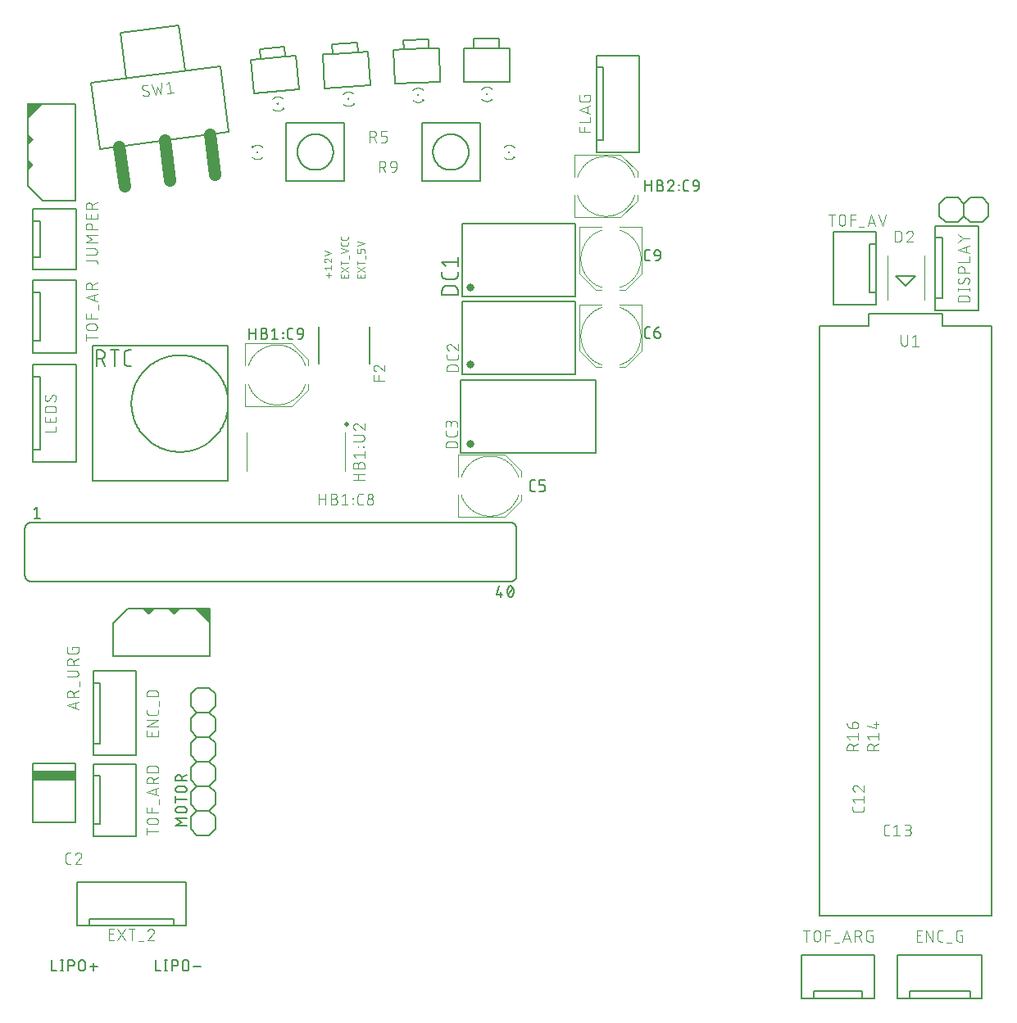
<source format=gbr>
G04 EAGLE Gerber RS-274X export*
G75*
%MOMM*%
%FSLAX34Y34*%
%LPD*%
%INSilkscreen Top*%
%IPPOS*%
%AMOC8*
5,1,8,0,0,1.08239X$1,22.5*%
G01*
%ADD10C,0.076200*%
%ADD11C,0.101600*%
%ADD12C,0.127000*%
%ADD13R,4.400000X1.000000*%
%ADD14C,0.200000*%
%ADD15C,0.800000*%
%ADD16C,0.152400*%
%ADD17C,1.270000*%
%ADD18C,0.203200*%
%ADD19R,0.200000X0.200000*%
%ADD20R,0.150000X0.250000*%
%ADD21C,0.500000*%
%ADD22C,0.120000*%
%ADD23R,0.200000X0.200000*%

G36*
X3107Y924379D02*
X3107Y924379D01*
X3131Y924379D01*
X3213Y924413D01*
X3298Y924440D01*
X3319Y924456D01*
X3338Y924464D01*
X3376Y924498D01*
X3448Y924552D01*
X18448Y939552D01*
X18499Y939625D01*
X18555Y939694D01*
X18563Y939716D01*
X18577Y939736D01*
X18599Y939822D01*
X18627Y939906D01*
X18627Y939930D01*
X18633Y939953D01*
X18623Y940042D01*
X18621Y940131D01*
X18612Y940153D01*
X18609Y940176D01*
X18570Y940256D01*
X18536Y940338D01*
X18520Y940356D01*
X18510Y940377D01*
X18445Y940438D01*
X18385Y940504D01*
X18364Y940515D01*
X18347Y940531D01*
X18265Y940566D01*
X18185Y940607D01*
X18159Y940610D01*
X18140Y940619D01*
X18090Y940621D01*
X18000Y940634D01*
X3000Y940634D01*
X2935Y940623D01*
X2869Y940621D01*
X2826Y940603D01*
X2779Y940595D01*
X2722Y940561D01*
X2662Y940536D01*
X2627Y940505D01*
X2586Y940480D01*
X2545Y940429D01*
X2496Y940385D01*
X2474Y940343D01*
X2445Y940306D01*
X2424Y940244D01*
X2393Y940185D01*
X2385Y940131D01*
X2373Y940094D01*
X2374Y940054D01*
X2366Y940000D01*
X2366Y925000D01*
X2382Y924912D01*
X2391Y924824D01*
X2401Y924803D01*
X2405Y924779D01*
X2451Y924702D01*
X2490Y924623D01*
X2507Y924606D01*
X2520Y924586D01*
X2589Y924530D01*
X2653Y924469D01*
X2675Y924460D01*
X2694Y924445D01*
X2778Y924416D01*
X2860Y924381D01*
X2884Y924380D01*
X2906Y924373D01*
X2995Y924375D01*
X3084Y924371D01*
X3107Y924379D01*
G37*
G36*
X191042Y402377D02*
X191042Y402377D01*
X191131Y402379D01*
X191153Y402388D01*
X191176Y402391D01*
X191256Y402430D01*
X191338Y402464D01*
X191356Y402480D01*
X191377Y402490D01*
X191438Y402555D01*
X191504Y402615D01*
X191515Y402636D01*
X191531Y402653D01*
X191566Y402735D01*
X191607Y402815D01*
X191610Y402841D01*
X191619Y402860D01*
X191621Y402910D01*
X191634Y403000D01*
X191634Y418000D01*
X191623Y418065D01*
X191621Y418131D01*
X191603Y418174D01*
X191595Y418221D01*
X191561Y418278D01*
X191536Y418338D01*
X191505Y418373D01*
X191480Y418414D01*
X191429Y418456D01*
X191385Y418504D01*
X191343Y418526D01*
X191306Y418555D01*
X191244Y418576D01*
X191185Y418607D01*
X191131Y418615D01*
X191094Y418627D01*
X191054Y418626D01*
X191000Y418634D01*
X176000Y418634D01*
X175912Y418618D01*
X175824Y418609D01*
X175803Y418599D01*
X175779Y418595D01*
X175702Y418549D01*
X175623Y418510D01*
X175606Y418493D01*
X175586Y418480D01*
X175530Y418411D01*
X175469Y418347D01*
X175460Y418325D01*
X175445Y418306D01*
X175416Y418222D01*
X175381Y418140D01*
X175380Y418116D01*
X175373Y418094D01*
X175375Y418005D01*
X175371Y417916D01*
X175379Y417893D01*
X175379Y417869D01*
X175413Y417787D01*
X175440Y417702D01*
X175456Y417681D01*
X175464Y417662D01*
X175498Y417624D01*
X175552Y417552D01*
X190552Y402552D01*
X190625Y402501D01*
X190694Y402445D01*
X190716Y402437D01*
X190736Y402423D01*
X190822Y402401D01*
X190906Y402373D01*
X190930Y402373D01*
X190953Y402368D01*
X191042Y402377D01*
G37*
G36*
X3107Y897379D02*
X3107Y897379D01*
X3131Y897379D01*
X3213Y897413D01*
X3298Y897440D01*
X3319Y897456D01*
X3338Y897464D01*
X3376Y897498D01*
X3448Y897552D01*
X8448Y902552D01*
X8486Y902606D01*
X8531Y902653D01*
X8550Y902697D01*
X8577Y902736D01*
X8593Y902799D01*
X8619Y902860D01*
X8621Y902907D01*
X8633Y902953D01*
X8626Y903018D01*
X8629Y903084D01*
X8614Y903129D01*
X8609Y903176D01*
X8580Y903235D01*
X8560Y903298D01*
X8527Y903342D01*
X8510Y903377D01*
X8481Y903404D01*
X8448Y903448D01*
X3448Y908448D01*
X3375Y908499D01*
X3306Y908555D01*
X3284Y908563D01*
X3264Y908577D01*
X3178Y908599D01*
X3094Y908627D01*
X3070Y908627D01*
X3047Y908633D01*
X2958Y908623D01*
X2869Y908621D01*
X2847Y908612D01*
X2824Y908609D01*
X2744Y908570D01*
X2662Y908536D01*
X2644Y908520D01*
X2623Y908510D01*
X2562Y908445D01*
X2496Y908385D01*
X2485Y908364D01*
X2469Y908347D01*
X2434Y908265D01*
X2393Y908185D01*
X2390Y908159D01*
X2381Y908140D01*
X2379Y908090D01*
X2366Y908000D01*
X2366Y898000D01*
X2382Y897912D01*
X2391Y897824D01*
X2401Y897803D01*
X2405Y897779D01*
X2451Y897702D01*
X2490Y897623D01*
X2507Y897606D01*
X2520Y897586D01*
X2589Y897530D01*
X2653Y897469D01*
X2675Y897460D01*
X2694Y897445D01*
X2778Y897416D01*
X2860Y897381D01*
X2884Y897380D01*
X2906Y897373D01*
X2995Y897375D01*
X3084Y897371D01*
X3107Y897379D01*
G37*
G36*
X3107Y871379D02*
X3107Y871379D01*
X3131Y871379D01*
X3213Y871413D01*
X3298Y871440D01*
X3319Y871456D01*
X3338Y871464D01*
X3376Y871498D01*
X3448Y871552D01*
X8448Y876552D01*
X8486Y876606D01*
X8531Y876653D01*
X8550Y876697D01*
X8577Y876736D01*
X8593Y876799D01*
X8619Y876860D01*
X8621Y876907D01*
X8633Y876953D01*
X8626Y877018D01*
X8629Y877084D01*
X8614Y877129D01*
X8609Y877176D01*
X8580Y877235D01*
X8560Y877298D01*
X8527Y877342D01*
X8510Y877377D01*
X8481Y877404D01*
X8448Y877448D01*
X3448Y882448D01*
X3375Y882499D01*
X3306Y882555D01*
X3284Y882563D01*
X3264Y882577D01*
X3178Y882599D01*
X3094Y882627D01*
X3070Y882627D01*
X3047Y882633D01*
X2958Y882623D01*
X2869Y882621D01*
X2847Y882612D01*
X2824Y882609D01*
X2744Y882570D01*
X2662Y882536D01*
X2644Y882520D01*
X2623Y882510D01*
X2562Y882445D01*
X2496Y882385D01*
X2485Y882364D01*
X2469Y882347D01*
X2434Y882265D01*
X2393Y882185D01*
X2390Y882159D01*
X2381Y882140D01*
X2379Y882090D01*
X2366Y882000D01*
X2366Y872000D01*
X2382Y871912D01*
X2391Y871824D01*
X2401Y871803D01*
X2405Y871779D01*
X2451Y871702D01*
X2490Y871623D01*
X2507Y871606D01*
X2520Y871586D01*
X2589Y871530D01*
X2653Y871469D01*
X2675Y871460D01*
X2694Y871445D01*
X2778Y871416D01*
X2860Y871381D01*
X2884Y871380D01*
X2906Y871373D01*
X2995Y871375D01*
X3084Y871371D01*
X3107Y871379D01*
G37*
G36*
X154018Y412374D02*
X154018Y412374D01*
X154084Y412371D01*
X154129Y412386D01*
X154176Y412391D01*
X154235Y412420D01*
X154298Y412440D01*
X154342Y412473D01*
X154377Y412490D01*
X154404Y412519D01*
X154448Y412552D01*
X159448Y417552D01*
X159499Y417625D01*
X159555Y417694D01*
X159563Y417716D01*
X159577Y417736D01*
X159599Y417822D01*
X159627Y417906D01*
X159627Y417930D01*
X159633Y417953D01*
X159623Y418042D01*
X159621Y418131D01*
X159612Y418153D01*
X159609Y418176D01*
X159570Y418256D01*
X159536Y418338D01*
X159520Y418356D01*
X159510Y418377D01*
X159445Y418438D01*
X159385Y418504D01*
X159364Y418515D01*
X159347Y418531D01*
X159265Y418566D01*
X159185Y418607D01*
X159159Y418610D01*
X159140Y418619D01*
X159090Y418621D01*
X159000Y418634D01*
X149000Y418634D01*
X148912Y418618D01*
X148824Y418609D01*
X148803Y418599D01*
X148779Y418595D01*
X148702Y418549D01*
X148623Y418510D01*
X148606Y418493D01*
X148586Y418480D01*
X148530Y418411D01*
X148469Y418347D01*
X148460Y418325D01*
X148445Y418306D01*
X148416Y418222D01*
X148381Y418140D01*
X148380Y418116D01*
X148373Y418094D01*
X148375Y418005D01*
X148371Y417916D01*
X148379Y417893D01*
X148379Y417869D01*
X148413Y417787D01*
X148440Y417702D01*
X148456Y417681D01*
X148464Y417662D01*
X148498Y417624D01*
X148552Y417552D01*
X153552Y412552D01*
X153606Y412514D01*
X153653Y412469D01*
X153697Y412450D01*
X153736Y412423D01*
X153799Y412407D01*
X153860Y412381D01*
X153907Y412379D01*
X153953Y412368D01*
X154018Y412374D01*
G37*
G36*
X128018Y412374D02*
X128018Y412374D01*
X128084Y412371D01*
X128129Y412386D01*
X128176Y412391D01*
X128235Y412420D01*
X128298Y412440D01*
X128342Y412473D01*
X128377Y412490D01*
X128404Y412519D01*
X128448Y412552D01*
X133448Y417552D01*
X133499Y417625D01*
X133555Y417694D01*
X133563Y417716D01*
X133577Y417736D01*
X133599Y417822D01*
X133627Y417906D01*
X133627Y417930D01*
X133633Y417953D01*
X133623Y418042D01*
X133621Y418131D01*
X133612Y418153D01*
X133609Y418176D01*
X133570Y418256D01*
X133536Y418338D01*
X133520Y418356D01*
X133510Y418377D01*
X133445Y418438D01*
X133385Y418504D01*
X133364Y418515D01*
X133347Y418531D01*
X133265Y418566D01*
X133185Y418607D01*
X133159Y418610D01*
X133140Y418619D01*
X133090Y418621D01*
X133000Y418634D01*
X123000Y418634D01*
X122912Y418618D01*
X122824Y418609D01*
X122803Y418599D01*
X122779Y418595D01*
X122702Y418549D01*
X122623Y418510D01*
X122606Y418493D01*
X122586Y418480D01*
X122530Y418411D01*
X122469Y418347D01*
X122460Y418325D01*
X122445Y418306D01*
X122416Y418222D01*
X122381Y418140D01*
X122380Y418116D01*
X122373Y418094D01*
X122375Y418005D01*
X122371Y417916D01*
X122379Y417893D01*
X122379Y417869D01*
X122413Y417787D01*
X122440Y417702D01*
X122456Y417681D01*
X122464Y417662D01*
X122498Y417624D01*
X122552Y417552D01*
X127552Y412552D01*
X127606Y412514D01*
X127653Y412469D01*
X127697Y412450D01*
X127736Y412423D01*
X127799Y412407D01*
X127860Y412381D01*
X127907Y412379D01*
X127953Y412368D01*
X128018Y412374D01*
G37*
D10*
X333683Y763655D02*
X333683Y760381D01*
X326317Y760381D01*
X326317Y763655D01*
X329591Y762836D02*
X329591Y760381D01*
X333683Y766052D02*
X326317Y770963D01*
X326317Y766052D02*
X333683Y770963D01*
X333683Y775335D02*
X326317Y775335D01*
X326317Y773289D02*
X326317Y777381D01*
X334501Y779794D02*
X334501Y783068D01*
X333683Y788014D02*
X326317Y785559D01*
X326317Y790470D02*
X333683Y788014D01*
X333683Y794897D02*
X333683Y796534D01*
X333683Y794897D02*
X333681Y794819D01*
X333676Y794741D01*
X333666Y794664D01*
X333653Y794587D01*
X333637Y794511D01*
X333617Y794436D01*
X333593Y794362D01*
X333566Y794289D01*
X333535Y794217D01*
X333501Y794147D01*
X333464Y794079D01*
X333423Y794012D01*
X333379Y793947D01*
X333333Y793885D01*
X333283Y793825D01*
X333231Y793767D01*
X333176Y793712D01*
X333118Y793660D01*
X333058Y793610D01*
X332996Y793564D01*
X332931Y793520D01*
X332865Y793479D01*
X332796Y793442D01*
X332726Y793408D01*
X332654Y793377D01*
X332581Y793350D01*
X332507Y793326D01*
X332432Y793306D01*
X332356Y793290D01*
X332279Y793277D01*
X332202Y793267D01*
X332124Y793262D01*
X332046Y793260D01*
X327954Y793260D01*
X327874Y793262D01*
X327794Y793268D01*
X327714Y793278D01*
X327635Y793291D01*
X327556Y793309D01*
X327479Y793330D01*
X327403Y793356D01*
X327328Y793385D01*
X327254Y793417D01*
X327182Y793453D01*
X327112Y793493D01*
X327045Y793536D01*
X326979Y793582D01*
X326916Y793632D01*
X326855Y793684D01*
X326796Y793739D01*
X326741Y793798D01*
X326689Y793858D01*
X326639Y793922D01*
X326593Y793987D01*
X326550Y794055D01*
X326510Y794125D01*
X326474Y794197D01*
X326442Y794271D01*
X326413Y794345D01*
X326388Y794422D01*
X326366Y794499D01*
X326348Y794578D01*
X326335Y794657D01*
X326325Y794736D01*
X326319Y794817D01*
X326317Y794897D01*
X326317Y796534D01*
X333683Y800993D02*
X333683Y802630D01*
X333683Y800993D02*
X333681Y800915D01*
X333676Y800837D01*
X333666Y800760D01*
X333653Y800683D01*
X333637Y800607D01*
X333617Y800532D01*
X333593Y800458D01*
X333566Y800385D01*
X333535Y800313D01*
X333501Y800243D01*
X333464Y800175D01*
X333423Y800108D01*
X333379Y800043D01*
X333333Y799981D01*
X333283Y799921D01*
X333231Y799863D01*
X333176Y799808D01*
X333118Y799756D01*
X333058Y799706D01*
X332996Y799660D01*
X332931Y799616D01*
X332865Y799575D01*
X332796Y799538D01*
X332726Y799504D01*
X332654Y799473D01*
X332581Y799446D01*
X332507Y799422D01*
X332432Y799402D01*
X332356Y799386D01*
X332279Y799373D01*
X332202Y799363D01*
X332124Y799358D01*
X332046Y799356D01*
X327954Y799356D01*
X327874Y799358D01*
X327794Y799364D01*
X327714Y799374D01*
X327635Y799387D01*
X327556Y799405D01*
X327479Y799426D01*
X327403Y799452D01*
X327328Y799481D01*
X327254Y799513D01*
X327182Y799549D01*
X327112Y799589D01*
X327045Y799632D01*
X326979Y799678D01*
X326916Y799728D01*
X326855Y799780D01*
X326796Y799835D01*
X326741Y799894D01*
X326689Y799954D01*
X326639Y800018D01*
X326593Y800083D01*
X326550Y800151D01*
X326510Y800221D01*
X326474Y800293D01*
X326442Y800367D01*
X326413Y800441D01*
X326388Y800518D01*
X326366Y800595D01*
X326348Y800674D01*
X326335Y800753D01*
X326325Y800832D01*
X326319Y800913D01*
X326317Y800993D01*
X326317Y802630D01*
X350683Y763655D02*
X350683Y760381D01*
X343317Y760381D01*
X343317Y763655D01*
X346591Y762836D02*
X346591Y760381D01*
X350683Y766052D02*
X343317Y770963D01*
X343317Y766052D02*
X350683Y770963D01*
X350683Y775335D02*
X343317Y775335D01*
X343317Y773289D02*
X343317Y777381D01*
X351501Y779794D02*
X351501Y783068D01*
X350683Y785968D02*
X350683Y788424D01*
X350681Y788502D01*
X350676Y788580D01*
X350666Y788657D01*
X350653Y788734D01*
X350637Y788810D01*
X350617Y788885D01*
X350593Y788959D01*
X350566Y789032D01*
X350535Y789104D01*
X350501Y789174D01*
X350464Y789243D01*
X350423Y789309D01*
X350379Y789374D01*
X350333Y789436D01*
X350283Y789496D01*
X350231Y789554D01*
X350176Y789609D01*
X350118Y789661D01*
X350058Y789711D01*
X349996Y789757D01*
X349931Y789801D01*
X349865Y789842D01*
X349796Y789879D01*
X349726Y789913D01*
X349654Y789944D01*
X349581Y789971D01*
X349507Y789995D01*
X349432Y790015D01*
X349356Y790031D01*
X349279Y790044D01*
X349202Y790054D01*
X349124Y790059D01*
X349046Y790061D01*
X348228Y790061D01*
X348148Y790059D01*
X348068Y790053D01*
X347988Y790043D01*
X347909Y790030D01*
X347830Y790012D01*
X347753Y789991D01*
X347677Y789965D01*
X347602Y789936D01*
X347528Y789904D01*
X347456Y789868D01*
X347386Y789828D01*
X347319Y789785D01*
X347253Y789739D01*
X347190Y789689D01*
X347129Y789637D01*
X347070Y789582D01*
X347015Y789523D01*
X346963Y789463D01*
X346913Y789399D01*
X346867Y789333D01*
X346824Y789266D01*
X346784Y789196D01*
X346748Y789124D01*
X346716Y789050D01*
X346687Y788976D01*
X346661Y788899D01*
X346640Y788822D01*
X346622Y788743D01*
X346609Y788664D01*
X346599Y788584D01*
X346593Y788504D01*
X346591Y788424D01*
X346591Y785968D01*
X343317Y785968D01*
X343317Y790061D01*
X343317Y792874D02*
X350683Y795330D01*
X343317Y797785D01*
X313818Y765292D02*
X313818Y760381D01*
X311363Y762836D02*
X316274Y762836D01*
X310954Y768593D02*
X309317Y770639D01*
X316683Y770639D01*
X316683Y768593D02*
X316683Y772685D01*
X311159Y780001D02*
X311074Y779999D01*
X310989Y779993D01*
X310905Y779983D01*
X310821Y779970D01*
X310737Y779952D01*
X310655Y779931D01*
X310574Y779906D01*
X310494Y779877D01*
X310415Y779844D01*
X310338Y779808D01*
X310263Y779768D01*
X310189Y779725D01*
X310118Y779679D01*
X310049Y779629D01*
X309982Y779576D01*
X309918Y779520D01*
X309857Y779461D01*
X309798Y779400D01*
X309742Y779336D01*
X309689Y779269D01*
X309639Y779200D01*
X309593Y779129D01*
X309550Y779055D01*
X309510Y778980D01*
X309474Y778903D01*
X309441Y778824D01*
X309412Y778744D01*
X309387Y778663D01*
X309366Y778581D01*
X309348Y778497D01*
X309335Y778413D01*
X309325Y778329D01*
X309319Y778244D01*
X309317Y778159D01*
X309319Y778063D01*
X309325Y777967D01*
X309335Y777872D01*
X309348Y777777D01*
X309366Y777682D01*
X309387Y777589D01*
X309412Y777496D01*
X309441Y777405D01*
X309473Y777314D01*
X309509Y777225D01*
X309549Y777138D01*
X309592Y777052D01*
X309638Y776968D01*
X309688Y776886D01*
X309742Y776806D01*
X309798Y776729D01*
X309858Y776654D01*
X309920Y776581D01*
X309986Y776511D01*
X310054Y776443D01*
X310125Y776378D01*
X310198Y776317D01*
X310274Y776258D01*
X310353Y776202D01*
X310433Y776150D01*
X310516Y776101D01*
X310600Y776055D01*
X310686Y776013D01*
X310774Y775975D01*
X310863Y775940D01*
X310954Y775908D01*
X312591Y779387D02*
X312532Y779447D01*
X312470Y779504D01*
X312406Y779559D01*
X312339Y779610D01*
X312270Y779659D01*
X312200Y779705D01*
X312127Y779748D01*
X312053Y779788D01*
X311977Y779824D01*
X311899Y779857D01*
X311820Y779887D01*
X311740Y779914D01*
X311659Y779937D01*
X311577Y779956D01*
X311495Y779972D01*
X311411Y779985D01*
X311327Y779994D01*
X311243Y779999D01*
X311159Y780001D01*
X312591Y779387D02*
X316683Y775908D01*
X316683Y780001D01*
X316683Y785270D02*
X309317Y782814D01*
X309317Y787725D02*
X316683Y785270D01*
D11*
X55192Y314045D02*
X43508Y317940D01*
X55192Y321835D01*
X52271Y320861D02*
X52271Y315019D01*
X55192Y326579D02*
X43508Y326579D01*
X43508Y329825D01*
X43510Y329938D01*
X43516Y330051D01*
X43526Y330164D01*
X43540Y330277D01*
X43557Y330389D01*
X43579Y330500D01*
X43604Y330610D01*
X43634Y330720D01*
X43667Y330828D01*
X43704Y330935D01*
X43744Y331041D01*
X43789Y331145D01*
X43837Y331248D01*
X43888Y331349D01*
X43943Y331448D01*
X44001Y331545D01*
X44063Y331640D01*
X44128Y331733D01*
X44196Y331823D01*
X44267Y331911D01*
X44342Y331997D01*
X44419Y332080D01*
X44499Y332160D01*
X44582Y332237D01*
X44668Y332312D01*
X44756Y332383D01*
X44846Y332451D01*
X44939Y332516D01*
X45034Y332578D01*
X45131Y332636D01*
X45230Y332691D01*
X45331Y332742D01*
X45434Y332790D01*
X45538Y332835D01*
X45644Y332875D01*
X45751Y332912D01*
X45859Y332945D01*
X45969Y332975D01*
X46079Y333000D01*
X46190Y333022D01*
X46302Y333039D01*
X46415Y333053D01*
X46528Y333063D01*
X46641Y333069D01*
X46754Y333071D01*
X46867Y333069D01*
X46980Y333063D01*
X47093Y333053D01*
X47206Y333039D01*
X47318Y333022D01*
X47429Y333000D01*
X47539Y332975D01*
X47649Y332945D01*
X47757Y332912D01*
X47864Y332875D01*
X47970Y332835D01*
X48074Y332790D01*
X48177Y332742D01*
X48278Y332691D01*
X48377Y332636D01*
X48474Y332578D01*
X48569Y332516D01*
X48662Y332451D01*
X48752Y332383D01*
X48840Y332312D01*
X48926Y332237D01*
X49009Y332160D01*
X49089Y332080D01*
X49166Y331997D01*
X49241Y331911D01*
X49312Y331823D01*
X49380Y331733D01*
X49445Y331640D01*
X49507Y331545D01*
X49565Y331448D01*
X49620Y331349D01*
X49671Y331248D01*
X49719Y331145D01*
X49764Y331041D01*
X49804Y330935D01*
X49841Y330828D01*
X49874Y330720D01*
X49904Y330610D01*
X49929Y330500D01*
X49951Y330389D01*
X49968Y330277D01*
X49982Y330164D01*
X49992Y330051D01*
X49998Y329938D01*
X50000Y329825D01*
X49999Y329825D02*
X49999Y326579D01*
X49999Y330474D02*
X55192Y333070D01*
X56490Y337442D02*
X56490Y342635D01*
X51946Y347461D02*
X43508Y347461D01*
X51946Y347460D02*
X52059Y347462D01*
X52172Y347468D01*
X52285Y347478D01*
X52398Y347492D01*
X52510Y347509D01*
X52621Y347531D01*
X52731Y347556D01*
X52841Y347586D01*
X52949Y347619D01*
X53056Y347656D01*
X53162Y347696D01*
X53266Y347741D01*
X53369Y347789D01*
X53470Y347840D01*
X53569Y347895D01*
X53666Y347953D01*
X53761Y348015D01*
X53854Y348080D01*
X53944Y348148D01*
X54032Y348219D01*
X54118Y348294D01*
X54201Y348371D01*
X54281Y348451D01*
X54358Y348534D01*
X54433Y348620D01*
X54504Y348708D01*
X54572Y348798D01*
X54637Y348891D01*
X54699Y348986D01*
X54757Y349083D01*
X54812Y349182D01*
X54863Y349283D01*
X54911Y349386D01*
X54956Y349490D01*
X54996Y349596D01*
X55033Y349703D01*
X55066Y349811D01*
X55096Y349921D01*
X55121Y350031D01*
X55143Y350142D01*
X55160Y350254D01*
X55174Y350367D01*
X55184Y350480D01*
X55190Y350593D01*
X55192Y350706D01*
X55190Y350819D01*
X55184Y350932D01*
X55174Y351045D01*
X55160Y351158D01*
X55143Y351270D01*
X55121Y351381D01*
X55096Y351491D01*
X55066Y351601D01*
X55033Y351709D01*
X54996Y351816D01*
X54956Y351922D01*
X54911Y352026D01*
X54863Y352129D01*
X54812Y352230D01*
X54757Y352329D01*
X54699Y352426D01*
X54637Y352521D01*
X54572Y352614D01*
X54504Y352704D01*
X54433Y352792D01*
X54358Y352878D01*
X54281Y352961D01*
X54201Y353041D01*
X54118Y353118D01*
X54032Y353193D01*
X53944Y353264D01*
X53854Y353332D01*
X53761Y353397D01*
X53666Y353459D01*
X53569Y353517D01*
X53470Y353572D01*
X53369Y353623D01*
X53266Y353671D01*
X53162Y353716D01*
X53056Y353756D01*
X52949Y353793D01*
X52841Y353826D01*
X52731Y353856D01*
X52621Y353881D01*
X52510Y353903D01*
X52398Y353920D01*
X52285Y353934D01*
X52172Y353944D01*
X52059Y353950D01*
X51946Y353952D01*
X43508Y353952D01*
X43508Y359726D02*
X55192Y359726D01*
X43508Y359726D02*
X43508Y362972D01*
X43510Y363085D01*
X43516Y363198D01*
X43526Y363311D01*
X43540Y363424D01*
X43557Y363536D01*
X43579Y363647D01*
X43604Y363757D01*
X43634Y363867D01*
X43667Y363975D01*
X43704Y364082D01*
X43744Y364188D01*
X43789Y364292D01*
X43837Y364395D01*
X43888Y364496D01*
X43943Y364595D01*
X44001Y364692D01*
X44063Y364787D01*
X44128Y364880D01*
X44196Y364970D01*
X44267Y365058D01*
X44342Y365144D01*
X44419Y365227D01*
X44499Y365307D01*
X44582Y365384D01*
X44668Y365459D01*
X44756Y365530D01*
X44846Y365598D01*
X44939Y365663D01*
X45034Y365725D01*
X45131Y365783D01*
X45230Y365838D01*
X45331Y365889D01*
X45434Y365937D01*
X45538Y365982D01*
X45644Y366022D01*
X45751Y366059D01*
X45859Y366092D01*
X45969Y366122D01*
X46079Y366147D01*
X46190Y366169D01*
X46302Y366186D01*
X46415Y366200D01*
X46528Y366210D01*
X46641Y366216D01*
X46754Y366218D01*
X46867Y366216D01*
X46980Y366210D01*
X47093Y366200D01*
X47206Y366186D01*
X47318Y366169D01*
X47429Y366147D01*
X47539Y366122D01*
X47649Y366092D01*
X47757Y366059D01*
X47864Y366022D01*
X47970Y365982D01*
X48074Y365937D01*
X48177Y365889D01*
X48278Y365838D01*
X48377Y365783D01*
X48474Y365725D01*
X48569Y365663D01*
X48662Y365598D01*
X48752Y365530D01*
X48840Y365459D01*
X48926Y365384D01*
X49009Y365307D01*
X49089Y365227D01*
X49166Y365144D01*
X49241Y365058D01*
X49312Y364970D01*
X49380Y364880D01*
X49445Y364787D01*
X49507Y364692D01*
X49565Y364595D01*
X49620Y364496D01*
X49671Y364395D01*
X49719Y364292D01*
X49764Y364188D01*
X49804Y364082D01*
X49841Y363975D01*
X49874Y363867D01*
X49904Y363757D01*
X49929Y363647D01*
X49951Y363536D01*
X49968Y363424D01*
X49982Y363311D01*
X49992Y363198D01*
X49998Y363085D01*
X50000Y362972D01*
X49999Y362972D02*
X49999Y359726D01*
X49999Y363621D02*
X55192Y366217D01*
X48701Y376007D02*
X48701Y377955D01*
X55192Y377955D01*
X55192Y374060D01*
X55190Y373961D01*
X55184Y373861D01*
X55175Y373762D01*
X55162Y373664D01*
X55145Y373566D01*
X55124Y373468D01*
X55099Y373372D01*
X55071Y373277D01*
X55039Y373183D01*
X55004Y373090D01*
X54965Y372998D01*
X54922Y372908D01*
X54877Y372820D01*
X54827Y372733D01*
X54775Y372649D01*
X54719Y372566D01*
X54661Y372486D01*
X54599Y372408D01*
X54534Y372333D01*
X54466Y372260D01*
X54396Y372190D01*
X54323Y372122D01*
X54248Y372057D01*
X54170Y371995D01*
X54090Y371937D01*
X54007Y371881D01*
X53923Y371829D01*
X53836Y371779D01*
X53748Y371734D01*
X53658Y371691D01*
X53566Y371652D01*
X53473Y371617D01*
X53379Y371585D01*
X53284Y371557D01*
X53188Y371532D01*
X53090Y371511D01*
X52992Y371494D01*
X52894Y371481D01*
X52795Y371472D01*
X52695Y371466D01*
X52596Y371464D01*
X52596Y371463D02*
X46104Y371463D01*
X46005Y371465D01*
X45905Y371471D01*
X45806Y371480D01*
X45708Y371493D01*
X45610Y371511D01*
X45512Y371531D01*
X45416Y371556D01*
X45320Y371584D01*
X45226Y371616D01*
X45133Y371651D01*
X45042Y371690D01*
X44952Y371733D01*
X44863Y371778D01*
X44777Y371828D01*
X44692Y371880D01*
X44610Y371936D01*
X44530Y371995D01*
X44452Y372056D01*
X44376Y372121D01*
X44303Y372189D01*
X44233Y372259D01*
X44165Y372332D01*
X44100Y372408D01*
X44039Y372486D01*
X43980Y372566D01*
X43924Y372648D01*
X43872Y372733D01*
X43823Y372819D01*
X43777Y372908D01*
X43734Y372998D01*
X43695Y373089D01*
X43660Y373182D01*
X43628Y373276D01*
X43600Y373372D01*
X43575Y373468D01*
X43555Y373566D01*
X43537Y373664D01*
X43524Y373762D01*
X43515Y373861D01*
X43509Y373960D01*
X43507Y374060D01*
X43508Y374060D02*
X43508Y377955D01*
X447500Y554500D02*
X447500Y577500D01*
X495500Y577500D01*
X512500Y560500D01*
X512500Y554500D01*
X512500Y535500D02*
X512500Y529500D01*
X495500Y512500D01*
X447500Y512500D01*
X447500Y535500D01*
X450500Y554500D02*
X450741Y555218D01*
X451000Y555931D01*
X451276Y556636D01*
X451569Y557335D01*
X451879Y558027D01*
X452206Y558710D01*
X452549Y559386D01*
X452909Y560053D01*
X453285Y560711D01*
X453677Y561359D01*
X454085Y561998D01*
X454508Y562626D01*
X454947Y563244D01*
X455400Y563851D01*
X455869Y564447D01*
X456351Y565031D01*
X456848Y565603D01*
X457359Y566163D01*
X457883Y566710D01*
X458420Y567245D01*
X458971Y567766D01*
X459534Y568273D01*
X460109Y568766D01*
X460696Y569246D01*
X461294Y569710D01*
X461904Y570160D01*
X462525Y570595D01*
X463156Y571015D01*
X463797Y571419D01*
X464447Y571807D01*
X465108Y572179D01*
X465776Y572535D01*
X466454Y572875D01*
X467140Y573198D01*
X467833Y573504D01*
X468533Y573793D01*
X469241Y574064D01*
X469954Y574319D01*
X470674Y574556D01*
X471400Y574775D01*
X472130Y574976D01*
X472865Y575160D01*
X473605Y575325D01*
X474348Y575472D01*
X475095Y575601D01*
X475845Y575712D01*
X476597Y575805D01*
X477351Y575879D01*
X478107Y575934D01*
X478864Y575971D01*
X479621Y575990D01*
X480379Y575990D01*
X481136Y575971D01*
X481893Y575934D01*
X482649Y575879D01*
X483403Y575805D01*
X484155Y575712D01*
X484905Y575601D01*
X485652Y575472D01*
X486395Y575325D01*
X487135Y575160D01*
X487870Y574976D01*
X488600Y574775D01*
X489326Y574556D01*
X490046Y574319D01*
X490759Y574064D01*
X491467Y573793D01*
X492167Y573504D01*
X492860Y573198D01*
X493546Y572875D01*
X494224Y572535D01*
X494892Y572179D01*
X495553Y571807D01*
X496203Y571419D01*
X496844Y571015D01*
X497475Y570595D01*
X498096Y570160D01*
X498706Y569710D01*
X499304Y569246D01*
X499891Y568766D01*
X500466Y568273D01*
X501029Y567766D01*
X501580Y567245D01*
X502117Y566710D01*
X502641Y566163D01*
X503152Y565603D01*
X503649Y565031D01*
X504131Y564447D01*
X504600Y563851D01*
X505053Y563244D01*
X505492Y562626D01*
X505915Y561998D01*
X506323Y561359D01*
X506715Y560711D01*
X507091Y560053D01*
X507451Y559386D01*
X507794Y558710D01*
X508121Y558027D01*
X508431Y557335D01*
X508724Y556636D01*
X509000Y555931D01*
X509259Y555218D01*
X509500Y554500D01*
X509500Y535500D02*
X509259Y534782D01*
X509000Y534069D01*
X508724Y533364D01*
X508431Y532665D01*
X508121Y531973D01*
X507794Y531290D01*
X507451Y530614D01*
X507091Y529947D01*
X506715Y529289D01*
X506323Y528641D01*
X505915Y528002D01*
X505492Y527374D01*
X505053Y526756D01*
X504600Y526149D01*
X504131Y525553D01*
X503649Y524969D01*
X503152Y524397D01*
X502641Y523837D01*
X502117Y523290D01*
X501580Y522755D01*
X501029Y522234D01*
X500466Y521727D01*
X499891Y521234D01*
X499304Y520754D01*
X498706Y520290D01*
X498096Y519840D01*
X497475Y519405D01*
X496844Y518985D01*
X496203Y518581D01*
X495553Y518193D01*
X494892Y517821D01*
X494224Y517465D01*
X493546Y517125D01*
X492860Y516802D01*
X492167Y516496D01*
X491467Y516207D01*
X490759Y515936D01*
X490046Y515681D01*
X489326Y515444D01*
X488600Y515225D01*
X487870Y515024D01*
X487135Y514840D01*
X486395Y514675D01*
X485652Y514528D01*
X484905Y514399D01*
X484155Y514288D01*
X483403Y514195D01*
X482649Y514121D01*
X481893Y514066D01*
X481136Y514029D01*
X480379Y514010D01*
X479621Y514010D01*
X478864Y514029D01*
X478107Y514066D01*
X477351Y514121D01*
X476597Y514195D01*
X475845Y514288D01*
X475095Y514399D01*
X474348Y514528D01*
X473605Y514675D01*
X472865Y514840D01*
X472130Y515024D01*
X471400Y515225D01*
X470674Y515444D01*
X469954Y515681D01*
X469241Y515936D01*
X468533Y516207D01*
X467833Y516496D01*
X467140Y516802D01*
X466454Y517125D01*
X465776Y517465D01*
X465108Y517821D01*
X464447Y518193D01*
X463797Y518581D01*
X463156Y518985D01*
X462525Y519405D01*
X461904Y519840D01*
X461294Y520290D01*
X460696Y520754D01*
X460109Y521234D01*
X459534Y521727D01*
X458971Y522234D01*
X458420Y522755D01*
X457883Y523290D01*
X457359Y523837D01*
X456848Y524397D01*
X456351Y524969D01*
X455869Y525553D01*
X455400Y526149D01*
X454947Y526756D01*
X454508Y527374D01*
X454085Y528002D01*
X453677Y528641D01*
X453285Y529289D01*
X452909Y529947D01*
X452549Y530614D01*
X452206Y531290D01*
X451879Y531973D01*
X451569Y532665D01*
X451276Y533364D01*
X451000Y534069D01*
X450741Y534782D01*
X450500Y535500D01*
D12*
X524195Y539575D02*
X526735Y539575D01*
X524195Y539575D02*
X524095Y539577D01*
X523996Y539583D01*
X523896Y539593D01*
X523798Y539606D01*
X523699Y539624D01*
X523602Y539645D01*
X523506Y539670D01*
X523410Y539699D01*
X523316Y539732D01*
X523223Y539768D01*
X523132Y539808D01*
X523042Y539852D01*
X522954Y539899D01*
X522868Y539949D01*
X522784Y540003D01*
X522702Y540060D01*
X522623Y540120D01*
X522545Y540184D01*
X522471Y540250D01*
X522399Y540319D01*
X522330Y540391D01*
X522264Y540465D01*
X522200Y540543D01*
X522140Y540622D01*
X522083Y540704D01*
X522029Y540788D01*
X521979Y540874D01*
X521932Y540962D01*
X521888Y541052D01*
X521848Y541143D01*
X521812Y541236D01*
X521779Y541330D01*
X521750Y541426D01*
X521725Y541522D01*
X521704Y541619D01*
X521686Y541718D01*
X521673Y541816D01*
X521663Y541916D01*
X521657Y542015D01*
X521655Y542115D01*
X521655Y548465D01*
X521657Y548565D01*
X521663Y548664D01*
X521673Y548764D01*
X521686Y548862D01*
X521704Y548961D01*
X521725Y549058D01*
X521750Y549154D01*
X521779Y549250D01*
X521812Y549344D01*
X521848Y549437D01*
X521888Y549528D01*
X521932Y549618D01*
X521979Y549706D01*
X522029Y549792D01*
X522083Y549876D01*
X522140Y549958D01*
X522200Y550037D01*
X522264Y550115D01*
X522330Y550189D01*
X522399Y550261D01*
X522471Y550330D01*
X522545Y550396D01*
X522623Y550460D01*
X522702Y550520D01*
X522784Y550577D01*
X522868Y550631D01*
X522954Y550681D01*
X523042Y550728D01*
X523132Y550772D01*
X523223Y550812D01*
X523316Y550848D01*
X523410Y550881D01*
X523506Y550910D01*
X523602Y550935D01*
X523699Y550956D01*
X523798Y550974D01*
X523896Y550987D01*
X523996Y550997D01*
X524095Y551003D01*
X524195Y551005D01*
X526735Y551005D01*
X531217Y539575D02*
X535027Y539575D01*
X535127Y539577D01*
X535226Y539583D01*
X535326Y539593D01*
X535424Y539606D01*
X535523Y539624D01*
X535620Y539645D01*
X535716Y539670D01*
X535812Y539699D01*
X535906Y539732D01*
X535999Y539768D01*
X536090Y539808D01*
X536180Y539852D01*
X536268Y539899D01*
X536354Y539949D01*
X536438Y540003D01*
X536520Y540060D01*
X536599Y540120D01*
X536677Y540184D01*
X536751Y540250D01*
X536823Y540319D01*
X536892Y540391D01*
X536958Y540465D01*
X537022Y540543D01*
X537082Y540622D01*
X537139Y540704D01*
X537193Y540788D01*
X537243Y540874D01*
X537290Y540962D01*
X537334Y541052D01*
X537374Y541143D01*
X537410Y541236D01*
X537443Y541330D01*
X537472Y541426D01*
X537497Y541522D01*
X537518Y541619D01*
X537536Y541718D01*
X537549Y541816D01*
X537559Y541916D01*
X537565Y542015D01*
X537567Y542115D01*
X537567Y543385D01*
X537565Y543485D01*
X537559Y543584D01*
X537549Y543684D01*
X537536Y543782D01*
X537518Y543881D01*
X537497Y543978D01*
X537472Y544074D01*
X537443Y544170D01*
X537410Y544264D01*
X537374Y544357D01*
X537334Y544448D01*
X537290Y544538D01*
X537243Y544626D01*
X537193Y544712D01*
X537139Y544796D01*
X537082Y544878D01*
X537022Y544957D01*
X536958Y545035D01*
X536892Y545109D01*
X536823Y545181D01*
X536751Y545250D01*
X536677Y545316D01*
X536599Y545380D01*
X536520Y545440D01*
X536438Y545497D01*
X536354Y545551D01*
X536268Y545601D01*
X536180Y545648D01*
X536090Y545692D01*
X535999Y545732D01*
X535906Y545768D01*
X535812Y545801D01*
X535716Y545830D01*
X535620Y545855D01*
X535523Y545876D01*
X535424Y545894D01*
X535326Y545907D01*
X535226Y545917D01*
X535127Y545923D01*
X535027Y545925D01*
X531217Y545925D01*
X531217Y551005D01*
X537567Y551005D01*
D11*
X614500Y732500D02*
X637500Y732500D01*
X637500Y684500D01*
X620500Y667500D01*
X614500Y667500D01*
X595500Y667500D02*
X589500Y667500D01*
X572500Y684500D01*
X572500Y732500D01*
X595500Y732500D01*
X614500Y729500D02*
X615218Y729259D01*
X615931Y729000D01*
X616636Y728724D01*
X617335Y728431D01*
X618027Y728121D01*
X618710Y727794D01*
X619386Y727451D01*
X620053Y727091D01*
X620711Y726715D01*
X621359Y726323D01*
X621998Y725915D01*
X622626Y725492D01*
X623244Y725053D01*
X623851Y724600D01*
X624447Y724131D01*
X625031Y723649D01*
X625603Y723152D01*
X626163Y722641D01*
X626710Y722117D01*
X627245Y721580D01*
X627766Y721029D01*
X628273Y720466D01*
X628766Y719891D01*
X629246Y719304D01*
X629710Y718706D01*
X630160Y718096D01*
X630595Y717475D01*
X631015Y716844D01*
X631419Y716203D01*
X631807Y715553D01*
X632179Y714892D01*
X632535Y714224D01*
X632875Y713546D01*
X633198Y712860D01*
X633504Y712167D01*
X633793Y711467D01*
X634064Y710759D01*
X634319Y710046D01*
X634556Y709326D01*
X634775Y708600D01*
X634976Y707870D01*
X635160Y707135D01*
X635325Y706395D01*
X635472Y705652D01*
X635601Y704905D01*
X635712Y704155D01*
X635805Y703403D01*
X635879Y702649D01*
X635934Y701893D01*
X635971Y701136D01*
X635990Y700379D01*
X635990Y699621D01*
X635971Y698864D01*
X635934Y698107D01*
X635879Y697351D01*
X635805Y696597D01*
X635712Y695845D01*
X635601Y695095D01*
X635472Y694348D01*
X635325Y693605D01*
X635160Y692865D01*
X634976Y692130D01*
X634775Y691400D01*
X634556Y690674D01*
X634319Y689954D01*
X634064Y689241D01*
X633793Y688533D01*
X633504Y687833D01*
X633198Y687140D01*
X632875Y686454D01*
X632535Y685776D01*
X632179Y685108D01*
X631807Y684447D01*
X631419Y683797D01*
X631015Y683156D01*
X630595Y682525D01*
X630160Y681904D01*
X629710Y681294D01*
X629246Y680696D01*
X628766Y680109D01*
X628273Y679534D01*
X627766Y678971D01*
X627245Y678420D01*
X626710Y677883D01*
X626163Y677359D01*
X625603Y676848D01*
X625031Y676351D01*
X624447Y675869D01*
X623851Y675400D01*
X623244Y674947D01*
X622626Y674508D01*
X621998Y674085D01*
X621359Y673677D01*
X620711Y673285D01*
X620053Y672909D01*
X619386Y672549D01*
X618710Y672206D01*
X618027Y671879D01*
X617335Y671569D01*
X616636Y671276D01*
X615931Y671000D01*
X615218Y670741D01*
X614500Y670500D01*
X595500Y670500D02*
X594782Y670741D01*
X594069Y671000D01*
X593364Y671276D01*
X592665Y671569D01*
X591973Y671879D01*
X591290Y672206D01*
X590614Y672549D01*
X589947Y672909D01*
X589289Y673285D01*
X588641Y673677D01*
X588002Y674085D01*
X587374Y674508D01*
X586756Y674947D01*
X586149Y675400D01*
X585553Y675869D01*
X584969Y676351D01*
X584397Y676848D01*
X583837Y677359D01*
X583290Y677883D01*
X582755Y678420D01*
X582234Y678971D01*
X581727Y679534D01*
X581234Y680109D01*
X580754Y680696D01*
X580290Y681294D01*
X579840Y681904D01*
X579405Y682525D01*
X578985Y683156D01*
X578581Y683797D01*
X578193Y684447D01*
X577821Y685108D01*
X577465Y685776D01*
X577125Y686454D01*
X576802Y687140D01*
X576496Y687833D01*
X576207Y688533D01*
X575936Y689241D01*
X575681Y689954D01*
X575444Y690674D01*
X575225Y691400D01*
X575024Y692130D01*
X574840Y692865D01*
X574675Y693605D01*
X574528Y694348D01*
X574399Y695095D01*
X574288Y695845D01*
X574195Y696597D01*
X574121Y697351D01*
X574066Y698107D01*
X574029Y698864D01*
X574010Y699621D01*
X574010Y700379D01*
X574029Y701136D01*
X574066Y701893D01*
X574121Y702649D01*
X574195Y703403D01*
X574288Y704155D01*
X574399Y704905D01*
X574528Y705652D01*
X574675Y706395D01*
X574840Y707135D01*
X575024Y707870D01*
X575225Y708600D01*
X575444Y709326D01*
X575681Y710046D01*
X575936Y710759D01*
X576207Y711467D01*
X576496Y712167D01*
X576802Y712860D01*
X577125Y713546D01*
X577465Y714224D01*
X577821Y714892D01*
X578193Y715553D01*
X578581Y716203D01*
X578985Y716844D01*
X579405Y717475D01*
X579840Y718096D01*
X580290Y718706D01*
X580754Y719304D01*
X581234Y719891D01*
X581727Y720466D01*
X582234Y721029D01*
X582755Y721580D01*
X583290Y722117D01*
X583837Y722641D01*
X584397Y723152D01*
X584969Y723649D01*
X585553Y724131D01*
X586149Y724600D01*
X586756Y725053D01*
X587374Y725492D01*
X588002Y725915D01*
X588641Y726323D01*
X589289Y726715D01*
X589947Y727091D01*
X590614Y727451D01*
X591290Y727794D01*
X591973Y728121D01*
X592665Y728431D01*
X593364Y728724D01*
X594069Y729000D01*
X594782Y729259D01*
X595500Y729500D01*
D12*
X643195Y697575D02*
X645735Y697575D01*
X643195Y697575D02*
X643095Y697577D01*
X642996Y697583D01*
X642896Y697593D01*
X642798Y697606D01*
X642699Y697624D01*
X642602Y697645D01*
X642506Y697670D01*
X642410Y697699D01*
X642316Y697732D01*
X642223Y697768D01*
X642132Y697808D01*
X642042Y697852D01*
X641954Y697899D01*
X641868Y697949D01*
X641784Y698003D01*
X641702Y698060D01*
X641623Y698120D01*
X641545Y698184D01*
X641471Y698250D01*
X641399Y698319D01*
X641330Y698391D01*
X641264Y698465D01*
X641200Y698543D01*
X641140Y698622D01*
X641083Y698704D01*
X641029Y698788D01*
X640979Y698874D01*
X640932Y698962D01*
X640888Y699052D01*
X640848Y699143D01*
X640812Y699236D01*
X640779Y699330D01*
X640750Y699426D01*
X640725Y699522D01*
X640704Y699619D01*
X640686Y699718D01*
X640673Y699816D01*
X640663Y699916D01*
X640657Y700015D01*
X640655Y700115D01*
X640655Y706465D01*
X640657Y706565D01*
X640663Y706664D01*
X640673Y706764D01*
X640686Y706862D01*
X640704Y706961D01*
X640725Y707058D01*
X640750Y707154D01*
X640779Y707250D01*
X640812Y707344D01*
X640848Y707437D01*
X640888Y707528D01*
X640932Y707618D01*
X640979Y707706D01*
X641029Y707792D01*
X641083Y707876D01*
X641140Y707958D01*
X641200Y708037D01*
X641264Y708115D01*
X641330Y708189D01*
X641399Y708261D01*
X641471Y708330D01*
X641545Y708396D01*
X641623Y708460D01*
X641702Y708520D01*
X641784Y708577D01*
X641868Y708631D01*
X641954Y708681D01*
X642042Y708728D01*
X642132Y708772D01*
X642223Y708812D01*
X642316Y708848D01*
X642410Y708881D01*
X642506Y708910D01*
X642602Y708935D01*
X642699Y708956D01*
X642798Y708974D01*
X642896Y708987D01*
X642996Y708997D01*
X643095Y709003D01*
X643195Y709005D01*
X645735Y709005D01*
X650217Y703925D02*
X654027Y703925D01*
X654127Y703923D01*
X654226Y703917D01*
X654326Y703907D01*
X654424Y703894D01*
X654523Y703876D01*
X654620Y703855D01*
X654716Y703830D01*
X654812Y703801D01*
X654906Y703768D01*
X654999Y703732D01*
X655090Y703692D01*
X655180Y703648D01*
X655268Y703601D01*
X655354Y703551D01*
X655438Y703497D01*
X655520Y703440D01*
X655599Y703380D01*
X655677Y703316D01*
X655751Y703250D01*
X655823Y703181D01*
X655892Y703109D01*
X655958Y703035D01*
X656022Y702957D01*
X656082Y702878D01*
X656139Y702796D01*
X656193Y702712D01*
X656243Y702626D01*
X656290Y702538D01*
X656334Y702448D01*
X656374Y702357D01*
X656410Y702264D01*
X656443Y702170D01*
X656472Y702074D01*
X656497Y701978D01*
X656518Y701881D01*
X656536Y701782D01*
X656549Y701684D01*
X656559Y701584D01*
X656565Y701485D01*
X656567Y701385D01*
X656567Y700750D01*
X656565Y700639D01*
X656559Y700529D01*
X656550Y700418D01*
X656536Y700308D01*
X656519Y700199D01*
X656498Y700090D01*
X656473Y699982D01*
X656444Y699875D01*
X656412Y699769D01*
X656376Y699664D01*
X656336Y699561D01*
X656293Y699459D01*
X656246Y699358D01*
X656195Y699259D01*
X656142Y699163D01*
X656085Y699068D01*
X656024Y698975D01*
X655961Y698884D01*
X655894Y698795D01*
X655824Y698709D01*
X655751Y698626D01*
X655676Y698544D01*
X655598Y698466D01*
X655516Y698391D01*
X655433Y698318D01*
X655347Y698248D01*
X655258Y698181D01*
X655167Y698118D01*
X655074Y698057D01*
X654980Y698000D01*
X654883Y697947D01*
X654784Y697896D01*
X654683Y697849D01*
X654581Y697806D01*
X654478Y697766D01*
X654373Y697730D01*
X654267Y697698D01*
X654160Y697669D01*
X654052Y697644D01*
X653943Y697623D01*
X653834Y697606D01*
X653724Y697592D01*
X653613Y697583D01*
X653503Y697577D01*
X653392Y697575D01*
X653281Y697577D01*
X653171Y697583D01*
X653060Y697592D01*
X652950Y697606D01*
X652841Y697623D01*
X652732Y697644D01*
X652624Y697669D01*
X652517Y697698D01*
X652411Y697730D01*
X652306Y697766D01*
X652203Y697806D01*
X652101Y697849D01*
X652000Y697896D01*
X651901Y697947D01*
X651805Y698000D01*
X651710Y698057D01*
X651617Y698118D01*
X651526Y698181D01*
X651437Y698248D01*
X651351Y698318D01*
X651268Y698391D01*
X651186Y698466D01*
X651108Y698544D01*
X651033Y698626D01*
X650960Y698709D01*
X650890Y698795D01*
X650823Y698884D01*
X650760Y698975D01*
X650699Y699068D01*
X650642Y699163D01*
X650589Y699259D01*
X650538Y699358D01*
X650491Y699459D01*
X650448Y699561D01*
X650408Y699664D01*
X650372Y699769D01*
X650340Y699875D01*
X650311Y699982D01*
X650286Y700090D01*
X650265Y700199D01*
X650248Y700308D01*
X650234Y700418D01*
X650225Y700529D01*
X650219Y700639D01*
X650217Y700750D01*
X650217Y703925D01*
X650219Y704065D01*
X650225Y704205D01*
X650234Y704345D01*
X650248Y704484D01*
X650265Y704623D01*
X650286Y704761D01*
X650311Y704899D01*
X650340Y705036D01*
X650372Y705172D01*
X650409Y705307D01*
X650449Y705441D01*
X650492Y705574D01*
X650540Y705706D01*
X650590Y705837D01*
X650645Y705966D01*
X650703Y706093D01*
X650764Y706219D01*
X650829Y706343D01*
X650898Y706465D01*
X650969Y706585D01*
X651044Y706703D01*
X651122Y706820D01*
X651204Y706934D01*
X651288Y707045D01*
X651376Y707154D01*
X651466Y707261D01*
X651560Y707366D01*
X651656Y707467D01*
X651755Y707566D01*
X651856Y707662D01*
X651961Y707756D01*
X652068Y707846D01*
X652177Y707934D01*
X652288Y708018D01*
X652402Y708100D01*
X652519Y708178D01*
X652637Y708253D01*
X652757Y708324D01*
X652879Y708393D01*
X653003Y708458D01*
X653129Y708519D01*
X653256Y708577D01*
X653385Y708632D01*
X653516Y708682D01*
X653648Y708730D01*
X653781Y708773D01*
X653915Y708813D01*
X654050Y708850D01*
X654186Y708882D01*
X654323Y708911D01*
X654461Y708936D01*
X654599Y708957D01*
X654738Y708974D01*
X654877Y708988D01*
X655017Y708997D01*
X655157Y709003D01*
X655297Y709005D01*
X8000Y258000D02*
X8000Y197000D01*
X52000Y197000D01*
X52000Y258000D01*
X8000Y258000D01*
D13*
X30000Y245000D03*
D14*
X451500Y736000D02*
X568500Y736000D01*
X568500Y660500D01*
X451500Y660500D01*
X451500Y736000D01*
D15*
X460000Y670000D03*
D11*
X447492Y663508D02*
X435808Y663508D01*
X435808Y666754D01*
X435810Y666867D01*
X435816Y666980D01*
X435826Y667093D01*
X435840Y667206D01*
X435857Y667318D01*
X435879Y667429D01*
X435904Y667539D01*
X435934Y667649D01*
X435967Y667757D01*
X436004Y667864D01*
X436044Y667970D01*
X436089Y668074D01*
X436137Y668177D01*
X436188Y668278D01*
X436243Y668377D01*
X436301Y668474D01*
X436363Y668569D01*
X436428Y668662D01*
X436496Y668752D01*
X436567Y668840D01*
X436642Y668926D01*
X436719Y669009D01*
X436799Y669089D01*
X436882Y669166D01*
X436968Y669241D01*
X437056Y669312D01*
X437146Y669380D01*
X437239Y669445D01*
X437334Y669507D01*
X437431Y669565D01*
X437530Y669620D01*
X437631Y669671D01*
X437734Y669719D01*
X437838Y669764D01*
X437944Y669804D01*
X438051Y669841D01*
X438159Y669874D01*
X438269Y669904D01*
X438379Y669929D01*
X438490Y669951D01*
X438602Y669968D01*
X438715Y669982D01*
X438828Y669992D01*
X438941Y669998D01*
X439054Y670000D01*
X439054Y669999D02*
X444246Y669999D01*
X444246Y670000D02*
X444359Y669998D01*
X444472Y669992D01*
X444585Y669982D01*
X444698Y669968D01*
X444810Y669951D01*
X444921Y669929D01*
X445031Y669904D01*
X445141Y669874D01*
X445249Y669841D01*
X445356Y669804D01*
X445462Y669764D01*
X445566Y669719D01*
X445669Y669671D01*
X445770Y669620D01*
X445869Y669565D01*
X445966Y669507D01*
X446061Y669445D01*
X446154Y669380D01*
X446244Y669312D01*
X446332Y669241D01*
X446418Y669166D01*
X446501Y669089D01*
X446581Y669009D01*
X446658Y668926D01*
X446733Y668840D01*
X446804Y668752D01*
X446872Y668662D01*
X446937Y668569D01*
X446999Y668474D01*
X447057Y668377D01*
X447112Y668278D01*
X447163Y668177D01*
X447211Y668074D01*
X447256Y667970D01*
X447296Y667864D01*
X447333Y667757D01*
X447366Y667649D01*
X447396Y667539D01*
X447421Y667429D01*
X447443Y667318D01*
X447460Y667206D01*
X447474Y667093D01*
X447484Y666980D01*
X447490Y666867D01*
X447492Y666754D01*
X447492Y663508D01*
X447492Y677882D02*
X447492Y680479D01*
X447492Y677882D02*
X447490Y677783D01*
X447484Y677683D01*
X447475Y677584D01*
X447462Y677486D01*
X447445Y677388D01*
X447424Y677290D01*
X447399Y677194D01*
X447371Y677099D01*
X447339Y677005D01*
X447304Y676912D01*
X447265Y676820D01*
X447222Y676730D01*
X447177Y676642D01*
X447127Y676555D01*
X447075Y676471D01*
X447019Y676388D01*
X446961Y676308D01*
X446899Y676230D01*
X446834Y676155D01*
X446766Y676082D01*
X446696Y676012D01*
X446623Y675944D01*
X446548Y675879D01*
X446470Y675817D01*
X446390Y675759D01*
X446307Y675703D01*
X446223Y675651D01*
X446136Y675601D01*
X446048Y675556D01*
X445958Y675513D01*
X445866Y675474D01*
X445773Y675439D01*
X445679Y675407D01*
X445584Y675379D01*
X445488Y675354D01*
X445390Y675333D01*
X445292Y675316D01*
X445194Y675303D01*
X445095Y675294D01*
X444995Y675288D01*
X444896Y675286D01*
X438404Y675286D01*
X438404Y675285D02*
X438305Y675287D01*
X438205Y675293D01*
X438106Y675302D01*
X438008Y675315D01*
X437910Y675333D01*
X437812Y675353D01*
X437716Y675378D01*
X437620Y675406D01*
X437526Y675438D01*
X437433Y675473D01*
X437342Y675512D01*
X437252Y675555D01*
X437163Y675600D01*
X437077Y675650D01*
X436992Y675702D01*
X436910Y675758D01*
X436830Y675817D01*
X436752Y675878D01*
X436676Y675943D01*
X436603Y676011D01*
X436533Y676081D01*
X436465Y676154D01*
X436400Y676230D01*
X436339Y676308D01*
X436280Y676388D01*
X436224Y676470D01*
X436172Y676555D01*
X436123Y676641D01*
X436077Y676730D01*
X436034Y676820D01*
X435995Y676911D01*
X435960Y677004D01*
X435928Y677098D01*
X435900Y677194D01*
X435875Y677290D01*
X435855Y677388D01*
X435837Y677486D01*
X435824Y677584D01*
X435815Y677683D01*
X435809Y677782D01*
X435807Y677882D01*
X435808Y677882D02*
X435808Y680479D01*
X435808Y688414D02*
X435810Y688521D01*
X435816Y688627D01*
X435826Y688733D01*
X435839Y688839D01*
X435857Y688945D01*
X435878Y689049D01*
X435903Y689153D01*
X435932Y689256D01*
X435964Y689357D01*
X436001Y689457D01*
X436041Y689556D01*
X436084Y689654D01*
X436131Y689750D01*
X436182Y689844D01*
X436236Y689936D01*
X436293Y690026D01*
X436353Y690114D01*
X436417Y690199D01*
X436484Y690282D01*
X436554Y690363D01*
X436626Y690441D01*
X436702Y690517D01*
X436780Y690589D01*
X436861Y690659D01*
X436944Y690726D01*
X437029Y690790D01*
X437117Y690850D01*
X437207Y690907D01*
X437299Y690961D01*
X437393Y691012D01*
X437489Y691059D01*
X437587Y691102D01*
X437686Y691142D01*
X437786Y691179D01*
X437887Y691211D01*
X437990Y691240D01*
X438094Y691265D01*
X438198Y691286D01*
X438304Y691304D01*
X438410Y691317D01*
X438516Y691327D01*
X438622Y691333D01*
X438729Y691335D01*
X435808Y688414D02*
X435810Y688293D01*
X435816Y688172D01*
X435826Y688052D01*
X435839Y687931D01*
X435857Y687812D01*
X435878Y687692D01*
X435903Y687574D01*
X435932Y687457D01*
X435965Y687340D01*
X436001Y687225D01*
X436042Y687111D01*
X436085Y686998D01*
X436133Y686886D01*
X436184Y686777D01*
X436239Y686669D01*
X436297Y686562D01*
X436358Y686458D01*
X436423Y686356D01*
X436491Y686256D01*
X436562Y686158D01*
X436636Y686062D01*
X436713Y685969D01*
X436794Y685879D01*
X436877Y685791D01*
X436963Y685706D01*
X437052Y685623D01*
X437143Y685544D01*
X437237Y685467D01*
X437333Y685394D01*
X437431Y685324D01*
X437532Y685257D01*
X437635Y685193D01*
X437740Y685133D01*
X437847Y685075D01*
X437955Y685022D01*
X438065Y684972D01*
X438177Y684926D01*
X438290Y684883D01*
X438405Y684844D01*
X441001Y690361D02*
X440923Y690440D01*
X440843Y690516D01*
X440760Y690589D01*
X440674Y690659D01*
X440587Y690726D01*
X440496Y690790D01*
X440404Y690850D01*
X440310Y690908D01*
X440213Y690962D01*
X440115Y691012D01*
X440015Y691059D01*
X439914Y691103D01*
X439811Y691143D01*
X439706Y691179D01*
X439601Y691211D01*
X439494Y691240D01*
X439387Y691265D01*
X439278Y691287D01*
X439169Y691304D01*
X439060Y691318D01*
X438950Y691327D01*
X438839Y691333D01*
X438729Y691335D01*
X441001Y690361D02*
X447492Y684844D01*
X447492Y691335D01*
D14*
X450000Y653900D02*
X590000Y653900D01*
X590000Y578900D01*
X450000Y578900D01*
X450000Y653900D01*
D15*
X460000Y588000D03*
D11*
X446492Y584508D02*
X434808Y584508D01*
X434808Y587754D01*
X434810Y587867D01*
X434816Y587980D01*
X434826Y588093D01*
X434840Y588206D01*
X434857Y588318D01*
X434879Y588429D01*
X434904Y588539D01*
X434934Y588649D01*
X434967Y588757D01*
X435004Y588864D01*
X435044Y588970D01*
X435089Y589074D01*
X435137Y589177D01*
X435188Y589278D01*
X435243Y589377D01*
X435301Y589474D01*
X435363Y589569D01*
X435428Y589662D01*
X435496Y589752D01*
X435567Y589840D01*
X435642Y589926D01*
X435719Y590009D01*
X435799Y590089D01*
X435882Y590166D01*
X435968Y590241D01*
X436056Y590312D01*
X436146Y590380D01*
X436239Y590445D01*
X436334Y590507D01*
X436431Y590565D01*
X436530Y590620D01*
X436631Y590671D01*
X436734Y590719D01*
X436838Y590764D01*
X436944Y590804D01*
X437051Y590841D01*
X437159Y590874D01*
X437269Y590904D01*
X437379Y590929D01*
X437490Y590951D01*
X437602Y590968D01*
X437715Y590982D01*
X437828Y590992D01*
X437941Y590998D01*
X438054Y591000D01*
X438054Y590999D02*
X443246Y590999D01*
X443246Y591000D02*
X443359Y590998D01*
X443472Y590992D01*
X443585Y590982D01*
X443698Y590968D01*
X443810Y590951D01*
X443921Y590929D01*
X444031Y590904D01*
X444141Y590874D01*
X444249Y590841D01*
X444356Y590804D01*
X444462Y590764D01*
X444566Y590719D01*
X444669Y590671D01*
X444770Y590620D01*
X444869Y590565D01*
X444966Y590507D01*
X445061Y590445D01*
X445154Y590380D01*
X445244Y590312D01*
X445332Y590241D01*
X445418Y590166D01*
X445501Y590089D01*
X445581Y590009D01*
X445658Y589926D01*
X445733Y589840D01*
X445804Y589752D01*
X445872Y589662D01*
X445937Y589569D01*
X445999Y589474D01*
X446057Y589377D01*
X446112Y589278D01*
X446163Y589177D01*
X446211Y589074D01*
X446256Y588970D01*
X446296Y588864D01*
X446333Y588757D01*
X446366Y588649D01*
X446396Y588539D01*
X446421Y588429D01*
X446443Y588318D01*
X446460Y588206D01*
X446474Y588093D01*
X446484Y587980D01*
X446490Y587867D01*
X446492Y587754D01*
X446492Y584508D01*
X446492Y598882D02*
X446492Y601479D01*
X446492Y598882D02*
X446490Y598783D01*
X446484Y598683D01*
X446475Y598584D01*
X446462Y598486D01*
X446445Y598388D01*
X446424Y598290D01*
X446399Y598194D01*
X446371Y598099D01*
X446339Y598005D01*
X446304Y597912D01*
X446265Y597820D01*
X446222Y597730D01*
X446177Y597642D01*
X446127Y597555D01*
X446075Y597471D01*
X446019Y597388D01*
X445961Y597308D01*
X445899Y597230D01*
X445834Y597155D01*
X445766Y597082D01*
X445696Y597012D01*
X445623Y596944D01*
X445548Y596879D01*
X445470Y596817D01*
X445390Y596759D01*
X445307Y596703D01*
X445223Y596651D01*
X445136Y596601D01*
X445048Y596556D01*
X444958Y596513D01*
X444866Y596474D01*
X444773Y596439D01*
X444679Y596407D01*
X444584Y596379D01*
X444488Y596354D01*
X444390Y596333D01*
X444292Y596316D01*
X444194Y596303D01*
X444095Y596294D01*
X443995Y596288D01*
X443896Y596286D01*
X437404Y596286D01*
X437404Y596285D02*
X437305Y596287D01*
X437205Y596293D01*
X437106Y596302D01*
X437008Y596315D01*
X436910Y596333D01*
X436812Y596353D01*
X436716Y596378D01*
X436620Y596406D01*
X436526Y596438D01*
X436433Y596473D01*
X436342Y596512D01*
X436252Y596555D01*
X436163Y596600D01*
X436077Y596650D01*
X435992Y596702D01*
X435910Y596758D01*
X435830Y596817D01*
X435752Y596878D01*
X435676Y596943D01*
X435603Y597011D01*
X435533Y597081D01*
X435465Y597154D01*
X435400Y597230D01*
X435339Y597308D01*
X435280Y597388D01*
X435224Y597470D01*
X435172Y597555D01*
X435123Y597641D01*
X435077Y597730D01*
X435034Y597820D01*
X434995Y597911D01*
X434960Y598004D01*
X434928Y598098D01*
X434900Y598194D01*
X434875Y598290D01*
X434855Y598388D01*
X434837Y598486D01*
X434824Y598584D01*
X434815Y598683D01*
X434809Y598782D01*
X434807Y598882D01*
X434808Y598882D02*
X434808Y601479D01*
X446492Y605844D02*
X446492Y609090D01*
X446490Y609203D01*
X446484Y609316D01*
X446474Y609429D01*
X446460Y609542D01*
X446443Y609654D01*
X446421Y609765D01*
X446396Y609875D01*
X446366Y609985D01*
X446333Y610093D01*
X446296Y610200D01*
X446256Y610306D01*
X446211Y610410D01*
X446163Y610513D01*
X446112Y610614D01*
X446057Y610713D01*
X445999Y610810D01*
X445937Y610905D01*
X445872Y610998D01*
X445804Y611088D01*
X445733Y611176D01*
X445658Y611262D01*
X445581Y611345D01*
X445501Y611425D01*
X445418Y611502D01*
X445332Y611577D01*
X445244Y611648D01*
X445154Y611716D01*
X445061Y611781D01*
X444966Y611843D01*
X444869Y611901D01*
X444770Y611956D01*
X444669Y612007D01*
X444566Y612055D01*
X444462Y612100D01*
X444356Y612140D01*
X444249Y612177D01*
X444141Y612210D01*
X444031Y612240D01*
X443921Y612265D01*
X443810Y612287D01*
X443698Y612304D01*
X443585Y612318D01*
X443472Y612328D01*
X443359Y612334D01*
X443246Y612336D01*
X443133Y612334D01*
X443020Y612328D01*
X442907Y612318D01*
X442794Y612304D01*
X442682Y612287D01*
X442571Y612265D01*
X442461Y612240D01*
X442351Y612210D01*
X442243Y612177D01*
X442136Y612140D01*
X442030Y612100D01*
X441926Y612055D01*
X441823Y612007D01*
X441722Y611956D01*
X441623Y611901D01*
X441526Y611843D01*
X441431Y611781D01*
X441338Y611716D01*
X441248Y611648D01*
X441160Y611577D01*
X441074Y611502D01*
X440991Y611425D01*
X440911Y611345D01*
X440834Y611262D01*
X440759Y611176D01*
X440688Y611088D01*
X440620Y610998D01*
X440555Y610905D01*
X440493Y610810D01*
X440435Y610713D01*
X440380Y610614D01*
X440329Y610513D01*
X440281Y610410D01*
X440236Y610306D01*
X440196Y610200D01*
X440159Y610093D01*
X440126Y609985D01*
X440096Y609875D01*
X440071Y609765D01*
X440049Y609654D01*
X440032Y609542D01*
X440018Y609429D01*
X440008Y609316D01*
X440002Y609203D01*
X440000Y609090D01*
X434808Y609739D02*
X434808Y605844D01*
X434808Y609739D02*
X434810Y609840D01*
X434816Y609940D01*
X434826Y610040D01*
X434839Y610140D01*
X434857Y610239D01*
X434878Y610338D01*
X434903Y610435D01*
X434932Y610532D01*
X434965Y610627D01*
X435001Y610721D01*
X435041Y610813D01*
X435084Y610904D01*
X435131Y610993D01*
X435181Y611080D01*
X435235Y611166D01*
X435292Y611249D01*
X435352Y611329D01*
X435415Y611408D01*
X435482Y611484D01*
X435551Y611557D01*
X435623Y611627D01*
X435697Y611695D01*
X435774Y611760D01*
X435854Y611821D01*
X435936Y611880D01*
X436020Y611935D01*
X436106Y611987D01*
X436194Y612036D01*
X436284Y612081D01*
X436376Y612123D01*
X436469Y612161D01*
X436564Y612195D01*
X436659Y612226D01*
X436756Y612253D01*
X436854Y612276D01*
X436953Y612296D01*
X437053Y612311D01*
X437153Y612323D01*
X437253Y612331D01*
X437354Y612335D01*
X437454Y612335D01*
X437555Y612331D01*
X437655Y612323D01*
X437755Y612311D01*
X437855Y612296D01*
X437954Y612276D01*
X438052Y612253D01*
X438149Y612226D01*
X438244Y612195D01*
X438339Y612161D01*
X438432Y612123D01*
X438524Y612081D01*
X438614Y612036D01*
X438702Y611987D01*
X438788Y611935D01*
X438872Y611880D01*
X438954Y611821D01*
X439034Y611760D01*
X439111Y611695D01*
X439185Y611627D01*
X439257Y611557D01*
X439326Y611484D01*
X439393Y611408D01*
X439456Y611329D01*
X439516Y611249D01*
X439573Y611166D01*
X439627Y611080D01*
X439677Y610993D01*
X439724Y610904D01*
X439767Y610813D01*
X439807Y610721D01*
X439843Y610627D01*
X439876Y610532D01*
X439905Y610435D01*
X439930Y610338D01*
X439951Y610239D01*
X439969Y610140D01*
X439982Y610040D01*
X439992Y609940D01*
X439998Y609840D01*
X440000Y609739D01*
X440001Y609739D02*
X440001Y607142D01*
D16*
X0Y500781D02*
X0Y452521D01*
X0Y500781D02*
X2Y500939D01*
X8Y501098D01*
X18Y501256D01*
X32Y501413D01*
X49Y501571D01*
X71Y501727D01*
X96Y501884D01*
X126Y502039D01*
X159Y502194D01*
X196Y502348D01*
X237Y502501D01*
X282Y502653D01*
X331Y502803D01*
X383Y502953D01*
X439Y503101D01*
X499Y503248D01*
X562Y503393D01*
X629Y503536D01*
X699Y503678D01*
X773Y503818D01*
X851Y503956D01*
X932Y504092D01*
X1016Y504226D01*
X1103Y504358D01*
X1194Y504488D01*
X1288Y504615D01*
X1385Y504740D01*
X1486Y504863D01*
X1589Y504983D01*
X1695Y505100D01*
X1804Y505215D01*
X1916Y505327D01*
X2031Y505436D01*
X2148Y505542D01*
X2268Y505645D01*
X2391Y505746D01*
X2516Y505843D01*
X2643Y505937D01*
X2773Y506028D01*
X2905Y506115D01*
X3039Y506199D01*
X3175Y506280D01*
X3313Y506358D01*
X3453Y506432D01*
X3595Y506502D01*
X3738Y506569D01*
X3883Y506632D01*
X4030Y506692D01*
X4178Y506748D01*
X4328Y506800D01*
X4478Y506849D01*
X4630Y506894D01*
X4783Y506935D01*
X4937Y506972D01*
X5092Y507005D01*
X5247Y507035D01*
X5404Y507060D01*
X5560Y507082D01*
X5718Y507099D01*
X5875Y507113D01*
X6033Y507123D01*
X6192Y507129D01*
X6350Y507131D01*
X0Y452521D02*
X2Y452363D01*
X8Y452204D01*
X18Y452046D01*
X32Y451889D01*
X49Y451731D01*
X71Y451575D01*
X96Y451418D01*
X126Y451263D01*
X159Y451108D01*
X196Y450954D01*
X237Y450801D01*
X282Y450649D01*
X331Y450499D01*
X383Y450349D01*
X439Y450201D01*
X499Y450054D01*
X562Y449909D01*
X629Y449766D01*
X699Y449624D01*
X773Y449484D01*
X851Y449346D01*
X932Y449210D01*
X1016Y449076D01*
X1103Y448944D01*
X1194Y448814D01*
X1288Y448687D01*
X1385Y448562D01*
X1486Y448439D01*
X1589Y448319D01*
X1695Y448202D01*
X1804Y448087D01*
X1916Y447975D01*
X2031Y447866D01*
X2148Y447760D01*
X2268Y447657D01*
X2391Y447556D01*
X2516Y447459D01*
X2643Y447365D01*
X2773Y447274D01*
X2905Y447187D01*
X3039Y447103D01*
X3175Y447022D01*
X3313Y446944D01*
X3453Y446870D01*
X3595Y446800D01*
X3738Y446733D01*
X3883Y446670D01*
X4030Y446610D01*
X4178Y446554D01*
X4328Y446502D01*
X4478Y446453D01*
X4630Y446408D01*
X4783Y446367D01*
X4937Y446330D01*
X5092Y446297D01*
X5247Y446267D01*
X5404Y446242D01*
X5560Y446220D01*
X5718Y446203D01*
X5875Y446189D01*
X6033Y446179D01*
X6192Y446173D01*
X6350Y446171D01*
X6350Y507131D02*
X501650Y507131D01*
X508000Y500781D02*
X508000Y452521D01*
X501650Y446171D02*
X6350Y446171D01*
X501650Y507131D02*
X501808Y507129D01*
X501967Y507123D01*
X502125Y507113D01*
X502282Y507099D01*
X502440Y507082D01*
X502596Y507060D01*
X502753Y507035D01*
X502908Y507005D01*
X503063Y506972D01*
X503217Y506935D01*
X503370Y506894D01*
X503522Y506849D01*
X503672Y506800D01*
X503822Y506748D01*
X503970Y506692D01*
X504117Y506632D01*
X504262Y506569D01*
X504405Y506502D01*
X504547Y506432D01*
X504687Y506358D01*
X504825Y506280D01*
X504961Y506199D01*
X505095Y506115D01*
X505227Y506028D01*
X505357Y505937D01*
X505484Y505843D01*
X505609Y505746D01*
X505732Y505645D01*
X505852Y505542D01*
X505969Y505436D01*
X506084Y505327D01*
X506196Y505215D01*
X506305Y505100D01*
X506411Y504983D01*
X506514Y504863D01*
X506615Y504740D01*
X506712Y504615D01*
X506806Y504488D01*
X506897Y504358D01*
X506984Y504226D01*
X507068Y504092D01*
X507149Y503956D01*
X507227Y503818D01*
X507301Y503678D01*
X507371Y503536D01*
X507438Y503393D01*
X507501Y503248D01*
X507561Y503101D01*
X507617Y502953D01*
X507669Y502803D01*
X507718Y502653D01*
X507763Y502501D01*
X507804Y502348D01*
X507841Y502194D01*
X507874Y502039D01*
X507904Y501884D01*
X507929Y501727D01*
X507951Y501571D01*
X507968Y501413D01*
X507982Y501256D01*
X507992Y501098D01*
X507998Y500939D01*
X508000Y500781D01*
X508000Y452521D02*
X507998Y452363D01*
X507992Y452204D01*
X507982Y452046D01*
X507968Y451889D01*
X507951Y451731D01*
X507929Y451575D01*
X507904Y451418D01*
X507874Y451263D01*
X507841Y451108D01*
X507804Y450954D01*
X507763Y450801D01*
X507718Y450649D01*
X507669Y450499D01*
X507617Y450349D01*
X507561Y450201D01*
X507501Y450054D01*
X507438Y449909D01*
X507371Y449766D01*
X507301Y449624D01*
X507227Y449484D01*
X507149Y449346D01*
X507068Y449210D01*
X506984Y449076D01*
X506897Y448944D01*
X506806Y448814D01*
X506712Y448687D01*
X506615Y448562D01*
X506514Y448439D01*
X506411Y448319D01*
X506305Y448202D01*
X506196Y448087D01*
X506084Y447975D01*
X505969Y447866D01*
X505852Y447760D01*
X505732Y447657D01*
X505609Y447556D01*
X505484Y447459D01*
X505357Y447365D01*
X505227Y447274D01*
X505095Y447187D01*
X504961Y447103D01*
X504825Y447022D01*
X504687Y446944D01*
X504547Y446870D01*
X504405Y446800D01*
X504262Y446733D01*
X504117Y446670D01*
X503970Y446610D01*
X503822Y446554D01*
X503672Y446502D01*
X503522Y446453D01*
X503370Y446408D01*
X503217Y446367D01*
X503063Y446330D01*
X502908Y446297D01*
X502753Y446267D01*
X502596Y446242D01*
X502440Y446220D01*
X502282Y446203D01*
X502125Y446189D01*
X501967Y446179D01*
X501808Y446173D01*
X501650Y446171D01*
D12*
X12700Y523006D02*
X9525Y520466D01*
X12700Y523006D02*
X12700Y511576D01*
X9525Y511576D02*
X15875Y511576D01*
X487045Y432836D02*
X489585Y441726D01*
X487045Y432836D02*
X493395Y432836D01*
X491490Y435376D02*
X491490Y430296D01*
X498475Y436011D02*
X498478Y436236D01*
X498486Y436461D01*
X498499Y436685D01*
X498518Y436909D01*
X498542Y437133D01*
X498571Y437356D01*
X498606Y437578D01*
X498646Y437799D01*
X498692Y438019D01*
X498742Y438238D01*
X498798Y438456D01*
X498859Y438673D01*
X498925Y438888D01*
X498996Y439101D01*
X499073Y439312D01*
X499154Y439522D01*
X499240Y439730D01*
X499331Y439935D01*
X499427Y440138D01*
X499459Y440226D01*
X499495Y440313D01*
X499534Y440399D01*
X499577Y440483D01*
X499623Y440565D01*
X499672Y440645D01*
X499724Y440723D01*
X499780Y440799D01*
X499838Y440873D01*
X499900Y440944D01*
X499964Y441013D01*
X500031Y441079D01*
X500100Y441142D01*
X500172Y441203D01*
X500246Y441261D01*
X500323Y441315D01*
X500401Y441367D01*
X500482Y441415D01*
X500564Y441460D01*
X500649Y441502D01*
X500735Y441540D01*
X500822Y441575D01*
X500910Y441607D01*
X501000Y441634D01*
X501091Y441659D01*
X501183Y441679D01*
X501275Y441696D01*
X501369Y441709D01*
X501462Y441718D01*
X501556Y441724D01*
X501650Y441726D01*
X501744Y441724D01*
X501838Y441718D01*
X501931Y441709D01*
X502025Y441696D01*
X502117Y441679D01*
X502209Y441659D01*
X502300Y441634D01*
X502390Y441607D01*
X502478Y441575D01*
X502565Y441540D01*
X502651Y441502D01*
X502736Y441460D01*
X502818Y441415D01*
X502899Y441367D01*
X502977Y441315D01*
X503054Y441261D01*
X503128Y441203D01*
X503200Y441142D01*
X503269Y441079D01*
X503336Y441013D01*
X503400Y440944D01*
X503462Y440873D01*
X503520Y440799D01*
X503576Y440723D01*
X503628Y440645D01*
X503677Y440565D01*
X503723Y440483D01*
X503766Y440399D01*
X503805Y440313D01*
X503841Y440226D01*
X503873Y440138D01*
X503969Y439935D01*
X504060Y439730D01*
X504146Y439522D01*
X504227Y439312D01*
X504304Y439101D01*
X504375Y438888D01*
X504441Y438673D01*
X504502Y438456D01*
X504558Y438238D01*
X504608Y438019D01*
X504654Y437799D01*
X504694Y437578D01*
X504729Y437356D01*
X504758Y437133D01*
X504782Y436909D01*
X504801Y436685D01*
X504814Y436461D01*
X504822Y436236D01*
X504825Y436011D01*
X498475Y436011D02*
X498478Y435786D01*
X498486Y435561D01*
X498499Y435337D01*
X498518Y435113D01*
X498542Y434889D01*
X498571Y434666D01*
X498606Y434444D01*
X498646Y434223D01*
X498692Y434003D01*
X498742Y433784D01*
X498798Y433566D01*
X498859Y433349D01*
X498925Y433134D01*
X498996Y432921D01*
X499073Y432710D01*
X499154Y432500D01*
X499240Y432292D01*
X499331Y432087D01*
X499427Y431884D01*
X499427Y431883D02*
X499459Y431795D01*
X499495Y431708D01*
X499534Y431622D01*
X499577Y431538D01*
X499623Y431456D01*
X499672Y431376D01*
X499724Y431298D01*
X499780Y431222D01*
X499838Y431148D01*
X499900Y431077D01*
X499964Y431008D01*
X500031Y430942D01*
X500100Y430879D01*
X500172Y430818D01*
X500246Y430760D01*
X500323Y430706D01*
X500401Y430654D01*
X500482Y430606D01*
X500564Y430561D01*
X500649Y430519D01*
X500735Y430481D01*
X500822Y430446D01*
X500910Y430414D01*
X501000Y430387D01*
X501091Y430362D01*
X501183Y430342D01*
X501275Y430325D01*
X501369Y430312D01*
X501462Y430303D01*
X501556Y430297D01*
X501650Y430295D01*
X503873Y431884D02*
X503969Y432087D01*
X504060Y432292D01*
X504146Y432500D01*
X504227Y432710D01*
X504304Y432921D01*
X504375Y433134D01*
X504441Y433349D01*
X504502Y433566D01*
X504558Y433784D01*
X504608Y434003D01*
X504654Y434223D01*
X504694Y434444D01*
X504729Y434666D01*
X504758Y434889D01*
X504782Y435113D01*
X504801Y435337D01*
X504814Y435561D01*
X504822Y435786D01*
X504825Y436011D01*
X503873Y431883D02*
X503841Y431795D01*
X503805Y431708D01*
X503766Y431622D01*
X503723Y431538D01*
X503677Y431456D01*
X503628Y431376D01*
X503576Y431298D01*
X503520Y431222D01*
X503462Y431148D01*
X503400Y431077D01*
X503336Y431008D01*
X503269Y430942D01*
X503200Y430879D01*
X503128Y430818D01*
X503054Y430760D01*
X502977Y430706D01*
X502899Y430654D01*
X502818Y430606D01*
X502736Y430561D01*
X502651Y430519D01*
X502565Y430481D01*
X502478Y430446D01*
X502390Y430414D01*
X502300Y430387D01*
X502209Y430362D01*
X502117Y430342D01*
X502025Y430325D01*
X501931Y430312D01*
X501838Y430303D01*
X501744Y430297D01*
X501650Y430295D01*
X499110Y432836D02*
X504190Y439186D01*
X27935Y55005D02*
X27935Y43575D01*
X33015Y43575D01*
X38324Y43575D02*
X38324Y55005D01*
X37054Y43575D02*
X39594Y43575D01*
X39594Y55005D02*
X37054Y55005D01*
X44864Y55005D02*
X44864Y43575D01*
X44864Y55005D02*
X48039Y55005D01*
X48150Y55003D01*
X48260Y54997D01*
X48371Y54988D01*
X48481Y54974D01*
X48590Y54957D01*
X48699Y54936D01*
X48807Y54911D01*
X48914Y54882D01*
X49020Y54850D01*
X49125Y54814D01*
X49228Y54774D01*
X49330Y54731D01*
X49431Y54684D01*
X49530Y54633D01*
X49627Y54580D01*
X49721Y54523D01*
X49814Y54462D01*
X49905Y54399D01*
X49994Y54332D01*
X50080Y54262D01*
X50163Y54189D01*
X50245Y54114D01*
X50323Y54036D01*
X50398Y53954D01*
X50471Y53871D01*
X50541Y53785D01*
X50608Y53696D01*
X50671Y53605D01*
X50732Y53512D01*
X50789Y53417D01*
X50842Y53321D01*
X50893Y53222D01*
X50940Y53121D01*
X50983Y53019D01*
X51023Y52916D01*
X51059Y52811D01*
X51091Y52705D01*
X51120Y52598D01*
X51145Y52490D01*
X51166Y52381D01*
X51183Y52272D01*
X51197Y52162D01*
X51206Y52051D01*
X51212Y51941D01*
X51214Y51830D01*
X51212Y51719D01*
X51206Y51609D01*
X51197Y51498D01*
X51183Y51388D01*
X51166Y51279D01*
X51145Y51170D01*
X51120Y51062D01*
X51091Y50955D01*
X51059Y50849D01*
X51023Y50744D01*
X50983Y50641D01*
X50940Y50539D01*
X50893Y50438D01*
X50842Y50339D01*
X50789Y50242D01*
X50732Y50148D01*
X50671Y50055D01*
X50608Y49964D01*
X50541Y49875D01*
X50471Y49789D01*
X50398Y49706D01*
X50323Y49624D01*
X50245Y49546D01*
X50163Y49471D01*
X50080Y49398D01*
X49994Y49328D01*
X49905Y49261D01*
X49814Y49198D01*
X49721Y49137D01*
X49626Y49080D01*
X49530Y49027D01*
X49431Y48976D01*
X49330Y48929D01*
X49228Y48886D01*
X49125Y48846D01*
X49020Y48810D01*
X48914Y48778D01*
X48807Y48749D01*
X48699Y48724D01*
X48590Y48703D01*
X48481Y48686D01*
X48371Y48672D01*
X48260Y48663D01*
X48150Y48657D01*
X48039Y48655D01*
X44864Y48655D01*
X55723Y46750D02*
X55723Y51830D01*
X55725Y51941D01*
X55731Y52051D01*
X55740Y52162D01*
X55754Y52272D01*
X55771Y52381D01*
X55792Y52490D01*
X55817Y52598D01*
X55846Y52705D01*
X55878Y52811D01*
X55914Y52916D01*
X55954Y53019D01*
X55997Y53121D01*
X56044Y53222D01*
X56095Y53321D01*
X56148Y53417D01*
X56205Y53512D01*
X56266Y53605D01*
X56329Y53696D01*
X56396Y53785D01*
X56466Y53871D01*
X56539Y53954D01*
X56614Y54036D01*
X56692Y54114D01*
X56774Y54189D01*
X56857Y54262D01*
X56943Y54332D01*
X57032Y54399D01*
X57123Y54462D01*
X57216Y54523D01*
X57310Y54580D01*
X57407Y54633D01*
X57506Y54684D01*
X57607Y54731D01*
X57709Y54774D01*
X57812Y54814D01*
X57917Y54850D01*
X58023Y54882D01*
X58130Y54911D01*
X58238Y54936D01*
X58347Y54957D01*
X58456Y54974D01*
X58566Y54988D01*
X58677Y54997D01*
X58787Y55003D01*
X58898Y55005D01*
X59009Y55003D01*
X59119Y54997D01*
X59230Y54988D01*
X59340Y54974D01*
X59449Y54957D01*
X59558Y54936D01*
X59666Y54911D01*
X59773Y54882D01*
X59879Y54850D01*
X59984Y54814D01*
X60087Y54774D01*
X60189Y54731D01*
X60290Y54684D01*
X60389Y54633D01*
X60486Y54580D01*
X60580Y54523D01*
X60673Y54462D01*
X60764Y54399D01*
X60853Y54332D01*
X60939Y54262D01*
X61022Y54189D01*
X61104Y54114D01*
X61182Y54036D01*
X61257Y53954D01*
X61330Y53871D01*
X61400Y53785D01*
X61467Y53696D01*
X61530Y53605D01*
X61591Y53512D01*
X61648Y53418D01*
X61701Y53321D01*
X61752Y53222D01*
X61799Y53121D01*
X61842Y53019D01*
X61882Y52916D01*
X61918Y52811D01*
X61950Y52705D01*
X61979Y52598D01*
X62004Y52490D01*
X62025Y52381D01*
X62042Y52272D01*
X62056Y52162D01*
X62065Y52051D01*
X62071Y51941D01*
X62073Y51830D01*
X62073Y46750D01*
X62071Y46639D01*
X62065Y46529D01*
X62056Y46418D01*
X62042Y46308D01*
X62025Y46199D01*
X62004Y46090D01*
X61979Y45982D01*
X61950Y45875D01*
X61918Y45769D01*
X61882Y45664D01*
X61842Y45561D01*
X61799Y45459D01*
X61752Y45358D01*
X61701Y45259D01*
X61648Y45162D01*
X61591Y45068D01*
X61530Y44975D01*
X61467Y44884D01*
X61400Y44795D01*
X61330Y44709D01*
X61257Y44626D01*
X61182Y44544D01*
X61104Y44466D01*
X61022Y44391D01*
X60939Y44318D01*
X60853Y44248D01*
X60764Y44181D01*
X60673Y44118D01*
X60580Y44057D01*
X60485Y44000D01*
X60389Y43947D01*
X60290Y43896D01*
X60189Y43849D01*
X60087Y43806D01*
X59984Y43766D01*
X59879Y43730D01*
X59773Y43698D01*
X59666Y43669D01*
X59558Y43644D01*
X59449Y43623D01*
X59340Y43606D01*
X59230Y43592D01*
X59119Y43583D01*
X59009Y43577D01*
X58898Y43575D01*
X58787Y43577D01*
X58677Y43583D01*
X58566Y43592D01*
X58456Y43606D01*
X58347Y43623D01*
X58238Y43644D01*
X58130Y43669D01*
X58023Y43698D01*
X57917Y43730D01*
X57812Y43766D01*
X57709Y43806D01*
X57607Y43849D01*
X57506Y43896D01*
X57407Y43947D01*
X57311Y44000D01*
X57216Y44057D01*
X57123Y44118D01*
X57032Y44181D01*
X56943Y44248D01*
X56857Y44318D01*
X56774Y44391D01*
X56692Y44466D01*
X56614Y44544D01*
X56539Y44626D01*
X56466Y44709D01*
X56396Y44795D01*
X56329Y44884D01*
X56266Y44975D01*
X56205Y45068D01*
X56148Y45163D01*
X56095Y45259D01*
X56044Y45358D01*
X55997Y45459D01*
X55954Y45561D01*
X55914Y45664D01*
X55878Y45769D01*
X55846Y45875D01*
X55817Y45982D01*
X55792Y46090D01*
X55771Y46199D01*
X55754Y46308D01*
X55740Y46418D01*
X55731Y46529D01*
X55725Y46639D01*
X55723Y46750D01*
X67280Y48020D02*
X74900Y48020D01*
X71090Y44210D02*
X71090Y51830D01*
X134935Y55005D02*
X134935Y43575D01*
X140015Y43575D01*
X145324Y43575D02*
X145324Y55005D01*
X144054Y43575D02*
X146594Y43575D01*
X146594Y55005D02*
X144054Y55005D01*
X151864Y55005D02*
X151864Y43575D01*
X151864Y55005D02*
X155039Y55005D01*
X155150Y55003D01*
X155260Y54997D01*
X155371Y54988D01*
X155481Y54974D01*
X155590Y54957D01*
X155699Y54936D01*
X155807Y54911D01*
X155914Y54882D01*
X156020Y54850D01*
X156125Y54814D01*
X156228Y54774D01*
X156330Y54731D01*
X156431Y54684D01*
X156530Y54633D01*
X156627Y54580D01*
X156721Y54523D01*
X156814Y54462D01*
X156905Y54399D01*
X156994Y54332D01*
X157080Y54262D01*
X157163Y54189D01*
X157245Y54114D01*
X157323Y54036D01*
X157398Y53954D01*
X157471Y53871D01*
X157541Y53785D01*
X157608Y53696D01*
X157671Y53605D01*
X157732Y53512D01*
X157789Y53417D01*
X157842Y53321D01*
X157893Y53222D01*
X157940Y53121D01*
X157983Y53019D01*
X158023Y52916D01*
X158059Y52811D01*
X158091Y52705D01*
X158120Y52598D01*
X158145Y52490D01*
X158166Y52381D01*
X158183Y52272D01*
X158197Y52162D01*
X158206Y52051D01*
X158212Y51941D01*
X158214Y51830D01*
X158212Y51719D01*
X158206Y51609D01*
X158197Y51498D01*
X158183Y51388D01*
X158166Y51279D01*
X158145Y51170D01*
X158120Y51062D01*
X158091Y50955D01*
X158059Y50849D01*
X158023Y50744D01*
X157983Y50641D01*
X157940Y50539D01*
X157893Y50438D01*
X157842Y50339D01*
X157789Y50242D01*
X157732Y50148D01*
X157671Y50055D01*
X157608Y49964D01*
X157541Y49875D01*
X157471Y49789D01*
X157398Y49706D01*
X157323Y49624D01*
X157245Y49546D01*
X157163Y49471D01*
X157080Y49398D01*
X156994Y49328D01*
X156905Y49261D01*
X156814Y49198D01*
X156721Y49137D01*
X156626Y49080D01*
X156530Y49027D01*
X156431Y48976D01*
X156330Y48929D01*
X156228Y48886D01*
X156125Y48846D01*
X156020Y48810D01*
X155914Y48778D01*
X155807Y48749D01*
X155699Y48724D01*
X155590Y48703D01*
X155481Y48686D01*
X155371Y48672D01*
X155260Y48663D01*
X155150Y48657D01*
X155039Y48655D01*
X151864Y48655D01*
X162723Y46750D02*
X162723Y51830D01*
X162725Y51941D01*
X162731Y52051D01*
X162740Y52162D01*
X162754Y52272D01*
X162771Y52381D01*
X162792Y52490D01*
X162817Y52598D01*
X162846Y52705D01*
X162878Y52811D01*
X162914Y52916D01*
X162954Y53019D01*
X162997Y53121D01*
X163044Y53222D01*
X163095Y53321D01*
X163148Y53417D01*
X163205Y53512D01*
X163266Y53605D01*
X163329Y53696D01*
X163396Y53785D01*
X163466Y53871D01*
X163539Y53954D01*
X163614Y54036D01*
X163692Y54114D01*
X163774Y54189D01*
X163857Y54262D01*
X163943Y54332D01*
X164032Y54399D01*
X164123Y54462D01*
X164216Y54523D01*
X164311Y54580D01*
X164407Y54633D01*
X164506Y54684D01*
X164607Y54731D01*
X164709Y54774D01*
X164812Y54814D01*
X164917Y54850D01*
X165023Y54882D01*
X165130Y54911D01*
X165238Y54936D01*
X165347Y54957D01*
X165456Y54974D01*
X165566Y54988D01*
X165677Y54997D01*
X165787Y55003D01*
X165898Y55005D01*
X166009Y55003D01*
X166119Y54997D01*
X166230Y54988D01*
X166340Y54974D01*
X166449Y54957D01*
X166558Y54936D01*
X166666Y54911D01*
X166773Y54882D01*
X166879Y54850D01*
X166984Y54814D01*
X167087Y54774D01*
X167189Y54731D01*
X167290Y54684D01*
X167389Y54633D01*
X167486Y54580D01*
X167580Y54523D01*
X167673Y54462D01*
X167764Y54399D01*
X167853Y54332D01*
X167939Y54262D01*
X168022Y54189D01*
X168104Y54114D01*
X168182Y54036D01*
X168257Y53954D01*
X168330Y53871D01*
X168400Y53785D01*
X168467Y53696D01*
X168530Y53605D01*
X168591Y53512D01*
X168648Y53418D01*
X168701Y53321D01*
X168752Y53222D01*
X168799Y53121D01*
X168842Y53019D01*
X168882Y52916D01*
X168918Y52811D01*
X168950Y52705D01*
X168979Y52598D01*
X169004Y52490D01*
X169025Y52381D01*
X169042Y52272D01*
X169056Y52162D01*
X169065Y52051D01*
X169071Y51941D01*
X169073Y51830D01*
X169073Y46750D01*
X169071Y46639D01*
X169065Y46529D01*
X169056Y46418D01*
X169042Y46308D01*
X169025Y46199D01*
X169004Y46090D01*
X168979Y45982D01*
X168950Y45875D01*
X168918Y45769D01*
X168882Y45664D01*
X168842Y45561D01*
X168799Y45459D01*
X168752Y45358D01*
X168701Y45259D01*
X168648Y45162D01*
X168591Y45068D01*
X168530Y44975D01*
X168467Y44884D01*
X168400Y44795D01*
X168330Y44709D01*
X168257Y44626D01*
X168182Y44544D01*
X168104Y44466D01*
X168022Y44391D01*
X167939Y44318D01*
X167853Y44248D01*
X167764Y44181D01*
X167673Y44118D01*
X167580Y44057D01*
X167485Y44000D01*
X167389Y43947D01*
X167290Y43896D01*
X167189Y43849D01*
X167087Y43806D01*
X166984Y43766D01*
X166879Y43730D01*
X166773Y43698D01*
X166666Y43669D01*
X166558Y43644D01*
X166449Y43623D01*
X166340Y43606D01*
X166230Y43592D01*
X166119Y43583D01*
X166009Y43577D01*
X165898Y43575D01*
X165787Y43577D01*
X165677Y43583D01*
X165566Y43592D01*
X165456Y43606D01*
X165347Y43623D01*
X165238Y43644D01*
X165130Y43669D01*
X165023Y43698D01*
X164917Y43730D01*
X164812Y43766D01*
X164709Y43806D01*
X164607Y43849D01*
X164506Y43896D01*
X164407Y43947D01*
X164311Y44000D01*
X164216Y44057D01*
X164123Y44118D01*
X164032Y44181D01*
X163943Y44248D01*
X163857Y44318D01*
X163774Y44391D01*
X163692Y44466D01*
X163614Y44544D01*
X163539Y44626D01*
X163466Y44709D01*
X163396Y44795D01*
X163329Y44884D01*
X163266Y44975D01*
X163205Y45068D01*
X163148Y45163D01*
X163095Y45259D01*
X163044Y45358D01*
X162997Y45459D01*
X162954Y45561D01*
X162914Y45664D01*
X162878Y45769D01*
X162846Y45875D01*
X162817Y45982D01*
X162792Y46090D01*
X162771Y46199D01*
X162754Y46308D01*
X162740Y46418D01*
X162731Y46529D01*
X162725Y46639D01*
X162723Y46750D01*
X174280Y48020D02*
X181900Y48020D01*
D16*
X196700Y240950D02*
X196700Y253650D01*
X196700Y240950D02*
X190350Y234600D01*
X177650Y234600D01*
X171300Y240950D01*
X190350Y234600D02*
X196700Y228250D01*
X196700Y215550D01*
X190350Y209200D01*
X177650Y209200D01*
X171300Y215550D01*
X171300Y228250D01*
X177650Y234600D01*
X196700Y279050D02*
X190350Y285400D01*
X196700Y279050D02*
X196700Y266350D01*
X190350Y260000D01*
X177650Y260000D01*
X171300Y266350D01*
X171300Y279050D01*
X177650Y285400D01*
X190350Y260000D02*
X196700Y253650D01*
X177650Y260000D02*
X171300Y253650D01*
X171300Y240950D01*
X196700Y317150D02*
X196700Y329850D01*
X196700Y317150D02*
X190350Y310800D01*
X177650Y310800D01*
X171300Y317150D01*
X190350Y310800D02*
X196700Y304450D01*
X196700Y291750D01*
X190350Y285400D01*
X177650Y285400D01*
X171300Y291750D01*
X171300Y304450D01*
X177650Y310800D01*
X177650Y336200D02*
X190350Y336200D01*
X196700Y329850D01*
X177650Y336200D02*
X171300Y329850D01*
X171300Y317150D01*
X196700Y202850D02*
X196700Y190150D01*
X190350Y183800D01*
X177650Y183800D01*
X171300Y190150D01*
X190350Y209200D02*
X196700Y202850D01*
X177650Y209200D02*
X171300Y202850D01*
X171300Y190150D01*
D12*
X167077Y193673D02*
X155647Y193673D01*
X161997Y197483D01*
X155647Y201293D01*
X167077Y201293D01*
X163902Y206881D02*
X158822Y206881D01*
X158711Y206883D01*
X158601Y206889D01*
X158490Y206898D01*
X158380Y206912D01*
X158271Y206929D01*
X158162Y206950D01*
X158054Y206975D01*
X157947Y207004D01*
X157841Y207036D01*
X157736Y207072D01*
X157633Y207112D01*
X157531Y207155D01*
X157430Y207202D01*
X157331Y207253D01*
X157235Y207306D01*
X157140Y207363D01*
X157047Y207424D01*
X156956Y207487D01*
X156867Y207554D01*
X156781Y207624D01*
X156698Y207697D01*
X156616Y207772D01*
X156538Y207850D01*
X156463Y207932D01*
X156390Y208015D01*
X156320Y208101D01*
X156253Y208190D01*
X156190Y208281D01*
X156129Y208374D01*
X156072Y208469D01*
X156019Y208565D01*
X155968Y208664D01*
X155921Y208765D01*
X155878Y208867D01*
X155838Y208970D01*
X155802Y209075D01*
X155770Y209181D01*
X155741Y209288D01*
X155716Y209396D01*
X155695Y209505D01*
X155678Y209614D01*
X155664Y209724D01*
X155655Y209835D01*
X155649Y209945D01*
X155647Y210056D01*
X155649Y210167D01*
X155655Y210277D01*
X155664Y210388D01*
X155678Y210498D01*
X155695Y210607D01*
X155716Y210716D01*
X155741Y210824D01*
X155770Y210931D01*
X155802Y211037D01*
X155838Y211142D01*
X155878Y211245D01*
X155921Y211347D01*
X155968Y211448D01*
X156019Y211547D01*
X156072Y211644D01*
X156129Y211738D01*
X156190Y211831D01*
X156253Y211922D01*
X156320Y212011D01*
X156390Y212097D01*
X156463Y212180D01*
X156538Y212262D01*
X156616Y212340D01*
X156698Y212415D01*
X156781Y212488D01*
X156867Y212558D01*
X156956Y212625D01*
X157047Y212688D01*
X157140Y212749D01*
X157235Y212806D01*
X157331Y212859D01*
X157430Y212910D01*
X157531Y212957D01*
X157633Y213000D01*
X157736Y213040D01*
X157841Y213076D01*
X157947Y213108D01*
X158054Y213137D01*
X158162Y213162D01*
X158271Y213183D01*
X158380Y213200D01*
X158490Y213214D01*
X158601Y213223D01*
X158711Y213229D01*
X158822Y213231D01*
X163902Y213231D01*
X164013Y213229D01*
X164123Y213223D01*
X164234Y213214D01*
X164344Y213200D01*
X164453Y213183D01*
X164562Y213162D01*
X164670Y213137D01*
X164777Y213108D01*
X164883Y213076D01*
X164988Y213040D01*
X165091Y213000D01*
X165193Y212957D01*
X165294Y212910D01*
X165393Y212859D01*
X165490Y212806D01*
X165584Y212749D01*
X165677Y212688D01*
X165768Y212625D01*
X165857Y212558D01*
X165943Y212488D01*
X166026Y212415D01*
X166108Y212340D01*
X166186Y212262D01*
X166261Y212180D01*
X166334Y212097D01*
X166404Y212011D01*
X166471Y211922D01*
X166534Y211831D01*
X166595Y211738D01*
X166652Y211643D01*
X166705Y211547D01*
X166756Y211448D01*
X166803Y211347D01*
X166846Y211245D01*
X166886Y211142D01*
X166922Y211037D01*
X166954Y210931D01*
X166983Y210824D01*
X167008Y210716D01*
X167029Y210607D01*
X167046Y210498D01*
X167060Y210388D01*
X167069Y210277D01*
X167075Y210167D01*
X167077Y210056D01*
X167075Y209945D01*
X167069Y209835D01*
X167060Y209724D01*
X167046Y209614D01*
X167029Y209505D01*
X167008Y209396D01*
X166983Y209288D01*
X166954Y209181D01*
X166922Y209075D01*
X166886Y208970D01*
X166846Y208867D01*
X166803Y208765D01*
X166756Y208664D01*
X166705Y208565D01*
X166652Y208468D01*
X166595Y208374D01*
X166534Y208281D01*
X166471Y208190D01*
X166404Y208101D01*
X166334Y208015D01*
X166261Y207932D01*
X166186Y207850D01*
X166108Y207772D01*
X166026Y207697D01*
X165943Y207624D01*
X165857Y207554D01*
X165768Y207487D01*
X165677Y207424D01*
X165584Y207363D01*
X165489Y207306D01*
X165393Y207253D01*
X165294Y207202D01*
X165193Y207155D01*
X165091Y207112D01*
X164988Y207072D01*
X164883Y207036D01*
X164777Y207004D01*
X164670Y206975D01*
X164562Y206950D01*
X164453Y206929D01*
X164344Y206912D01*
X164234Y206898D01*
X164123Y206889D01*
X164013Y206883D01*
X163902Y206881D01*
X167077Y220724D02*
X155647Y220724D01*
X155647Y217549D02*
X155647Y223899D01*
X158822Y228217D02*
X163902Y228217D01*
X158822Y228217D02*
X158711Y228219D01*
X158601Y228225D01*
X158490Y228234D01*
X158380Y228248D01*
X158271Y228265D01*
X158162Y228286D01*
X158054Y228311D01*
X157947Y228340D01*
X157841Y228372D01*
X157736Y228408D01*
X157633Y228448D01*
X157531Y228491D01*
X157430Y228538D01*
X157331Y228589D01*
X157235Y228642D01*
X157140Y228699D01*
X157047Y228760D01*
X156956Y228823D01*
X156867Y228890D01*
X156781Y228960D01*
X156698Y229033D01*
X156616Y229108D01*
X156538Y229186D01*
X156463Y229268D01*
X156390Y229351D01*
X156320Y229437D01*
X156253Y229526D01*
X156190Y229617D01*
X156129Y229710D01*
X156072Y229805D01*
X156019Y229901D01*
X155968Y230000D01*
X155921Y230101D01*
X155878Y230203D01*
X155838Y230306D01*
X155802Y230411D01*
X155770Y230517D01*
X155741Y230624D01*
X155716Y230732D01*
X155695Y230841D01*
X155678Y230950D01*
X155664Y231060D01*
X155655Y231171D01*
X155649Y231281D01*
X155647Y231392D01*
X155649Y231503D01*
X155655Y231613D01*
X155664Y231724D01*
X155678Y231834D01*
X155695Y231943D01*
X155716Y232052D01*
X155741Y232160D01*
X155770Y232267D01*
X155802Y232373D01*
X155838Y232478D01*
X155878Y232581D01*
X155921Y232683D01*
X155968Y232784D01*
X156019Y232883D01*
X156072Y232980D01*
X156129Y233074D01*
X156190Y233167D01*
X156253Y233258D01*
X156320Y233347D01*
X156390Y233433D01*
X156463Y233516D01*
X156538Y233598D01*
X156616Y233676D01*
X156698Y233751D01*
X156781Y233824D01*
X156867Y233894D01*
X156956Y233961D01*
X157047Y234024D01*
X157140Y234085D01*
X157235Y234142D01*
X157331Y234195D01*
X157430Y234246D01*
X157531Y234293D01*
X157633Y234336D01*
X157736Y234376D01*
X157841Y234412D01*
X157947Y234444D01*
X158054Y234473D01*
X158162Y234498D01*
X158271Y234519D01*
X158380Y234536D01*
X158490Y234550D01*
X158601Y234559D01*
X158711Y234565D01*
X158822Y234567D01*
X163902Y234567D01*
X164013Y234565D01*
X164123Y234559D01*
X164234Y234550D01*
X164344Y234536D01*
X164453Y234519D01*
X164562Y234498D01*
X164670Y234473D01*
X164777Y234444D01*
X164883Y234412D01*
X164988Y234376D01*
X165091Y234336D01*
X165193Y234293D01*
X165294Y234246D01*
X165393Y234195D01*
X165490Y234142D01*
X165584Y234085D01*
X165677Y234024D01*
X165768Y233961D01*
X165857Y233894D01*
X165943Y233824D01*
X166026Y233751D01*
X166108Y233676D01*
X166186Y233598D01*
X166261Y233516D01*
X166334Y233433D01*
X166404Y233347D01*
X166471Y233258D01*
X166534Y233167D01*
X166595Y233074D01*
X166652Y232979D01*
X166705Y232883D01*
X166756Y232784D01*
X166803Y232683D01*
X166846Y232581D01*
X166886Y232478D01*
X166922Y232373D01*
X166954Y232267D01*
X166983Y232160D01*
X167008Y232052D01*
X167029Y231943D01*
X167046Y231834D01*
X167060Y231724D01*
X167069Y231613D01*
X167075Y231503D01*
X167077Y231392D01*
X167075Y231281D01*
X167069Y231171D01*
X167060Y231060D01*
X167046Y230950D01*
X167029Y230841D01*
X167008Y230732D01*
X166983Y230624D01*
X166954Y230517D01*
X166922Y230411D01*
X166886Y230306D01*
X166846Y230203D01*
X166803Y230101D01*
X166756Y230000D01*
X166705Y229901D01*
X166652Y229804D01*
X166595Y229710D01*
X166534Y229617D01*
X166471Y229526D01*
X166404Y229437D01*
X166334Y229351D01*
X166261Y229268D01*
X166186Y229186D01*
X166108Y229108D01*
X166026Y229033D01*
X165943Y228960D01*
X165857Y228890D01*
X165768Y228823D01*
X165677Y228760D01*
X165584Y228699D01*
X165489Y228642D01*
X165393Y228589D01*
X165294Y228538D01*
X165193Y228491D01*
X165091Y228448D01*
X164988Y228408D01*
X164883Y228372D01*
X164777Y228340D01*
X164670Y228311D01*
X164562Y228286D01*
X164453Y228265D01*
X164344Y228248D01*
X164234Y228234D01*
X164123Y228225D01*
X164013Y228219D01*
X163902Y228217D01*
X167077Y240111D02*
X155647Y240111D01*
X155647Y243286D01*
X155649Y243397D01*
X155655Y243507D01*
X155664Y243618D01*
X155678Y243728D01*
X155695Y243837D01*
X155716Y243946D01*
X155741Y244054D01*
X155770Y244161D01*
X155802Y244267D01*
X155838Y244372D01*
X155878Y244475D01*
X155921Y244577D01*
X155968Y244678D01*
X156019Y244777D01*
X156072Y244874D01*
X156129Y244968D01*
X156190Y245061D01*
X156253Y245152D01*
X156320Y245241D01*
X156390Y245327D01*
X156463Y245410D01*
X156538Y245492D01*
X156616Y245570D01*
X156698Y245645D01*
X156781Y245718D01*
X156867Y245788D01*
X156956Y245855D01*
X157047Y245918D01*
X157140Y245979D01*
X157235Y246036D01*
X157331Y246089D01*
X157430Y246140D01*
X157531Y246187D01*
X157633Y246230D01*
X157736Y246270D01*
X157841Y246306D01*
X157947Y246338D01*
X158054Y246367D01*
X158162Y246392D01*
X158271Y246413D01*
X158380Y246430D01*
X158490Y246444D01*
X158601Y246453D01*
X158711Y246459D01*
X158822Y246461D01*
X158933Y246459D01*
X159043Y246453D01*
X159154Y246444D01*
X159264Y246430D01*
X159373Y246413D01*
X159482Y246392D01*
X159590Y246367D01*
X159697Y246338D01*
X159803Y246306D01*
X159908Y246270D01*
X160011Y246230D01*
X160113Y246187D01*
X160214Y246140D01*
X160313Y246089D01*
X160410Y246036D01*
X160504Y245979D01*
X160597Y245918D01*
X160688Y245855D01*
X160777Y245788D01*
X160863Y245718D01*
X160946Y245645D01*
X161028Y245570D01*
X161106Y245492D01*
X161181Y245410D01*
X161254Y245327D01*
X161324Y245241D01*
X161391Y245152D01*
X161454Y245061D01*
X161515Y244968D01*
X161572Y244874D01*
X161625Y244777D01*
X161676Y244678D01*
X161723Y244577D01*
X161766Y244475D01*
X161806Y244372D01*
X161842Y244267D01*
X161874Y244161D01*
X161903Y244054D01*
X161928Y243946D01*
X161949Y243837D01*
X161966Y243728D01*
X161980Y243618D01*
X161989Y243507D01*
X161995Y243397D01*
X161997Y243286D01*
X161997Y240111D01*
X161997Y243921D02*
X167077Y246461D01*
X802500Y15500D02*
X815000Y15500D01*
X865000Y15500D01*
X877500Y15500D01*
X877500Y60000D01*
X802500Y60000D01*
X802500Y15500D01*
X815000Y15500D02*
X815000Y22500D01*
X865000Y22500D01*
X865000Y15500D01*
D11*
X807615Y73908D02*
X807615Y85592D01*
X804370Y85592D02*
X810861Y85592D01*
X815037Y82346D02*
X815037Y77154D01*
X815037Y82346D02*
X815039Y82459D01*
X815045Y82572D01*
X815055Y82685D01*
X815069Y82798D01*
X815086Y82910D01*
X815108Y83021D01*
X815133Y83131D01*
X815163Y83241D01*
X815196Y83349D01*
X815233Y83456D01*
X815273Y83562D01*
X815318Y83666D01*
X815366Y83769D01*
X815417Y83870D01*
X815472Y83969D01*
X815530Y84066D01*
X815592Y84161D01*
X815657Y84254D01*
X815725Y84344D01*
X815796Y84432D01*
X815871Y84518D01*
X815948Y84601D01*
X816028Y84681D01*
X816111Y84758D01*
X816197Y84833D01*
X816285Y84904D01*
X816375Y84972D01*
X816468Y85037D01*
X816563Y85099D01*
X816660Y85157D01*
X816759Y85212D01*
X816860Y85263D01*
X816963Y85311D01*
X817067Y85356D01*
X817173Y85396D01*
X817280Y85433D01*
X817388Y85466D01*
X817498Y85496D01*
X817608Y85521D01*
X817719Y85543D01*
X817831Y85560D01*
X817944Y85574D01*
X818057Y85584D01*
X818170Y85590D01*
X818283Y85592D01*
X818396Y85590D01*
X818509Y85584D01*
X818622Y85574D01*
X818735Y85560D01*
X818847Y85543D01*
X818958Y85521D01*
X819068Y85496D01*
X819178Y85466D01*
X819286Y85433D01*
X819393Y85396D01*
X819499Y85356D01*
X819603Y85311D01*
X819706Y85263D01*
X819807Y85212D01*
X819906Y85157D01*
X820003Y85099D01*
X820098Y85037D01*
X820191Y84972D01*
X820281Y84904D01*
X820369Y84833D01*
X820455Y84758D01*
X820538Y84681D01*
X820618Y84601D01*
X820695Y84518D01*
X820770Y84432D01*
X820841Y84344D01*
X820909Y84254D01*
X820974Y84161D01*
X821036Y84066D01*
X821094Y83969D01*
X821149Y83870D01*
X821200Y83769D01*
X821248Y83666D01*
X821293Y83562D01*
X821333Y83456D01*
X821370Y83349D01*
X821403Y83241D01*
X821433Y83131D01*
X821458Y83021D01*
X821480Y82910D01*
X821497Y82798D01*
X821511Y82685D01*
X821521Y82572D01*
X821527Y82459D01*
X821529Y82346D01*
X821529Y77154D01*
X821527Y77041D01*
X821521Y76928D01*
X821511Y76815D01*
X821497Y76702D01*
X821480Y76590D01*
X821458Y76479D01*
X821433Y76369D01*
X821403Y76259D01*
X821370Y76151D01*
X821333Y76044D01*
X821293Y75938D01*
X821248Y75834D01*
X821200Y75731D01*
X821149Y75630D01*
X821094Y75531D01*
X821036Y75434D01*
X820974Y75339D01*
X820909Y75246D01*
X820841Y75156D01*
X820770Y75068D01*
X820695Y74982D01*
X820618Y74899D01*
X820538Y74819D01*
X820455Y74742D01*
X820369Y74667D01*
X820281Y74596D01*
X820191Y74528D01*
X820098Y74463D01*
X820003Y74401D01*
X819906Y74343D01*
X819807Y74288D01*
X819706Y74237D01*
X819603Y74189D01*
X819499Y74144D01*
X819393Y74104D01*
X819286Y74067D01*
X819178Y74034D01*
X819068Y74004D01*
X818958Y73979D01*
X818847Y73957D01*
X818735Y73940D01*
X818622Y73926D01*
X818509Y73916D01*
X818396Y73910D01*
X818283Y73908D01*
X818170Y73910D01*
X818057Y73916D01*
X817944Y73926D01*
X817831Y73940D01*
X817719Y73957D01*
X817608Y73979D01*
X817498Y74004D01*
X817388Y74034D01*
X817280Y74067D01*
X817173Y74104D01*
X817067Y74144D01*
X816963Y74189D01*
X816860Y74237D01*
X816759Y74288D01*
X816660Y74343D01*
X816563Y74401D01*
X816468Y74463D01*
X816375Y74528D01*
X816285Y74596D01*
X816197Y74667D01*
X816111Y74742D01*
X816028Y74819D01*
X815948Y74899D01*
X815871Y74982D01*
X815796Y75068D01*
X815725Y75156D01*
X815657Y75246D01*
X815592Y75339D01*
X815530Y75434D01*
X815472Y75531D01*
X815417Y75630D01*
X815366Y75731D01*
X815318Y75834D01*
X815273Y75938D01*
X815233Y76044D01*
X815196Y76151D01*
X815163Y76259D01*
X815133Y76369D01*
X815108Y76479D01*
X815086Y76590D01*
X815069Y76702D01*
X815055Y76815D01*
X815045Y76928D01*
X815039Y77041D01*
X815037Y77154D01*
X826871Y73908D02*
X826871Y85592D01*
X832064Y85592D01*
X832064Y80399D02*
X826871Y80399D01*
X835880Y72610D02*
X841072Y72610D01*
X844868Y73908D02*
X848763Y85592D01*
X852658Y73908D01*
X851684Y76829D02*
X845842Y76829D01*
X857402Y73908D02*
X857402Y85592D01*
X860648Y85592D01*
X860761Y85590D01*
X860874Y85584D01*
X860987Y85574D01*
X861100Y85560D01*
X861212Y85543D01*
X861323Y85521D01*
X861433Y85496D01*
X861543Y85466D01*
X861651Y85433D01*
X861758Y85396D01*
X861864Y85356D01*
X861968Y85311D01*
X862071Y85263D01*
X862172Y85212D01*
X862271Y85157D01*
X862368Y85099D01*
X862463Y85037D01*
X862556Y84972D01*
X862646Y84904D01*
X862734Y84833D01*
X862820Y84758D01*
X862903Y84681D01*
X862983Y84601D01*
X863060Y84518D01*
X863135Y84432D01*
X863206Y84344D01*
X863274Y84254D01*
X863339Y84161D01*
X863401Y84066D01*
X863459Y83969D01*
X863514Y83870D01*
X863565Y83769D01*
X863613Y83666D01*
X863658Y83562D01*
X863698Y83456D01*
X863735Y83349D01*
X863768Y83241D01*
X863798Y83131D01*
X863823Y83021D01*
X863845Y82910D01*
X863862Y82798D01*
X863876Y82685D01*
X863886Y82572D01*
X863892Y82459D01*
X863894Y82346D01*
X863892Y82233D01*
X863886Y82120D01*
X863876Y82007D01*
X863862Y81894D01*
X863845Y81782D01*
X863823Y81671D01*
X863798Y81561D01*
X863768Y81451D01*
X863735Y81343D01*
X863698Y81236D01*
X863658Y81130D01*
X863613Y81026D01*
X863565Y80923D01*
X863514Y80822D01*
X863459Y80723D01*
X863401Y80626D01*
X863339Y80531D01*
X863274Y80438D01*
X863206Y80348D01*
X863135Y80260D01*
X863060Y80174D01*
X862983Y80091D01*
X862903Y80011D01*
X862820Y79934D01*
X862734Y79859D01*
X862646Y79788D01*
X862556Y79720D01*
X862463Y79655D01*
X862368Y79593D01*
X862271Y79535D01*
X862172Y79480D01*
X862071Y79429D01*
X861968Y79381D01*
X861864Y79336D01*
X861758Y79296D01*
X861651Y79259D01*
X861543Y79226D01*
X861433Y79196D01*
X861323Y79171D01*
X861212Y79149D01*
X861100Y79132D01*
X860987Y79118D01*
X860874Y79108D01*
X860761Y79102D01*
X860648Y79100D01*
X860648Y79101D02*
X857402Y79101D01*
X861297Y79101D02*
X863893Y73908D01*
X873683Y80399D02*
X875631Y80399D01*
X875631Y73908D01*
X871736Y73908D01*
X871637Y73910D01*
X871537Y73916D01*
X871438Y73925D01*
X871340Y73938D01*
X871242Y73955D01*
X871144Y73976D01*
X871048Y74001D01*
X870953Y74029D01*
X870859Y74061D01*
X870766Y74096D01*
X870674Y74135D01*
X870584Y74178D01*
X870496Y74223D01*
X870409Y74273D01*
X870325Y74325D01*
X870242Y74381D01*
X870162Y74439D01*
X870084Y74501D01*
X870009Y74566D01*
X869936Y74634D01*
X869866Y74704D01*
X869798Y74777D01*
X869733Y74852D01*
X869671Y74930D01*
X869613Y75010D01*
X869557Y75093D01*
X869505Y75177D01*
X869455Y75264D01*
X869410Y75352D01*
X869367Y75442D01*
X869328Y75534D01*
X869293Y75627D01*
X869261Y75721D01*
X869233Y75816D01*
X869208Y75912D01*
X869187Y76010D01*
X869170Y76108D01*
X869157Y76206D01*
X869148Y76305D01*
X869142Y76405D01*
X869140Y76504D01*
X869139Y76504D02*
X869139Y82996D01*
X869140Y82996D02*
X869142Y83095D01*
X869148Y83195D01*
X869157Y83294D01*
X869170Y83392D01*
X869187Y83490D01*
X869208Y83588D01*
X869233Y83684D01*
X869261Y83779D01*
X869293Y83873D01*
X869328Y83966D01*
X869367Y84058D01*
X869410Y84148D01*
X869455Y84236D01*
X869505Y84323D01*
X869557Y84407D01*
X869613Y84490D01*
X869671Y84570D01*
X869733Y84648D01*
X869798Y84723D01*
X869866Y84796D01*
X869936Y84866D01*
X870009Y84934D01*
X870084Y84999D01*
X870162Y85061D01*
X870242Y85119D01*
X870325Y85175D01*
X870409Y85227D01*
X870496Y85277D01*
X870584Y85322D01*
X870674Y85365D01*
X870766Y85404D01*
X870858Y85439D01*
X870953Y85471D01*
X871048Y85499D01*
X871144Y85524D01*
X871242Y85545D01*
X871340Y85562D01*
X871438Y85575D01*
X871537Y85584D01*
X871637Y85590D01*
X871736Y85592D01*
X875631Y85592D01*
D12*
X901250Y15500D02*
X913750Y15500D01*
X976250Y15500D01*
X988750Y15500D01*
X988750Y60000D01*
X901250Y60000D01*
X901250Y15500D01*
X913750Y15500D02*
X913750Y22500D01*
X976250Y22500D01*
X976250Y15500D01*
D11*
X926575Y73908D02*
X921382Y73908D01*
X921382Y85592D01*
X926575Y85592D01*
X925277Y80399D02*
X921382Y80399D01*
X931266Y85592D02*
X931266Y73908D01*
X937757Y73908D02*
X931266Y85592D01*
X937757Y85592D02*
X937757Y73908D01*
X945640Y73908D02*
X948236Y73908D01*
X945640Y73908D02*
X945541Y73910D01*
X945441Y73916D01*
X945342Y73925D01*
X945244Y73938D01*
X945146Y73955D01*
X945048Y73976D01*
X944952Y74001D01*
X944857Y74029D01*
X944763Y74061D01*
X944670Y74096D01*
X944578Y74135D01*
X944488Y74178D01*
X944400Y74223D01*
X944313Y74273D01*
X944229Y74325D01*
X944146Y74381D01*
X944066Y74439D01*
X943988Y74501D01*
X943913Y74566D01*
X943840Y74634D01*
X943770Y74704D01*
X943702Y74777D01*
X943637Y74852D01*
X943575Y74930D01*
X943517Y75010D01*
X943461Y75093D01*
X943409Y75177D01*
X943359Y75264D01*
X943314Y75352D01*
X943271Y75442D01*
X943232Y75534D01*
X943197Y75627D01*
X943165Y75721D01*
X943137Y75816D01*
X943112Y75912D01*
X943091Y76010D01*
X943074Y76108D01*
X943061Y76206D01*
X943052Y76305D01*
X943046Y76405D01*
X943044Y76504D01*
X943043Y76504D02*
X943043Y82996D01*
X943044Y82996D02*
X943046Y83095D01*
X943052Y83195D01*
X943061Y83294D01*
X943074Y83392D01*
X943091Y83490D01*
X943112Y83588D01*
X943137Y83684D01*
X943165Y83779D01*
X943197Y83873D01*
X943232Y83966D01*
X943271Y84058D01*
X943314Y84148D01*
X943359Y84236D01*
X943409Y84323D01*
X943461Y84407D01*
X943517Y84490D01*
X943575Y84570D01*
X943637Y84648D01*
X943702Y84723D01*
X943770Y84796D01*
X943840Y84866D01*
X943913Y84934D01*
X943988Y84999D01*
X944066Y85061D01*
X944146Y85119D01*
X944229Y85175D01*
X944313Y85227D01*
X944400Y85277D01*
X944488Y85322D01*
X944578Y85365D01*
X944670Y85404D01*
X944762Y85439D01*
X944857Y85471D01*
X944952Y85499D01*
X945048Y85524D01*
X945146Y85545D01*
X945244Y85562D01*
X945342Y85575D01*
X945441Y85584D01*
X945541Y85590D01*
X945640Y85592D01*
X948236Y85592D01*
X952108Y72610D02*
X957301Y72610D01*
X966670Y80399D02*
X968618Y80399D01*
X968618Y73908D01*
X964723Y73908D01*
X964624Y73910D01*
X964524Y73916D01*
X964425Y73925D01*
X964327Y73938D01*
X964229Y73955D01*
X964131Y73976D01*
X964035Y74001D01*
X963940Y74029D01*
X963846Y74061D01*
X963753Y74096D01*
X963661Y74135D01*
X963571Y74178D01*
X963483Y74223D01*
X963396Y74273D01*
X963312Y74325D01*
X963229Y74381D01*
X963149Y74439D01*
X963071Y74501D01*
X962996Y74566D01*
X962923Y74634D01*
X962853Y74704D01*
X962785Y74777D01*
X962720Y74852D01*
X962658Y74930D01*
X962600Y75010D01*
X962544Y75093D01*
X962492Y75177D01*
X962442Y75264D01*
X962397Y75352D01*
X962354Y75442D01*
X962315Y75534D01*
X962280Y75627D01*
X962248Y75721D01*
X962220Y75816D01*
X962195Y75912D01*
X962174Y76010D01*
X962157Y76108D01*
X962144Y76206D01*
X962135Y76305D01*
X962129Y76405D01*
X962127Y76504D01*
X962127Y82996D01*
X962129Y83095D01*
X962135Y83195D01*
X962144Y83294D01*
X962157Y83392D01*
X962174Y83490D01*
X962195Y83588D01*
X962220Y83684D01*
X962248Y83779D01*
X962280Y83873D01*
X962315Y83966D01*
X962354Y84058D01*
X962397Y84148D01*
X962442Y84236D01*
X962492Y84323D01*
X962544Y84407D01*
X962600Y84490D01*
X962658Y84570D01*
X962720Y84648D01*
X962785Y84723D01*
X962853Y84796D01*
X962923Y84866D01*
X962996Y84934D01*
X963071Y84999D01*
X963149Y85061D01*
X963229Y85119D01*
X963312Y85175D01*
X963396Y85227D01*
X963483Y85277D01*
X963571Y85322D01*
X963661Y85365D01*
X963753Y85404D01*
X963845Y85439D01*
X963940Y85471D01*
X964035Y85499D01*
X964131Y85524D01*
X964229Y85545D01*
X964327Y85562D01*
X964425Y85575D01*
X964524Y85584D01*
X964624Y85590D01*
X964723Y85592D01*
X968618Y85592D01*
D12*
X91000Y369000D02*
X91000Y403000D01*
X91000Y369000D02*
X191000Y369000D01*
X191000Y418000D01*
X106000Y418000D01*
X91000Y403000D01*
X66250Y90500D02*
X53750Y90500D01*
X66250Y90500D02*
X153750Y90500D01*
X166250Y90500D01*
X166250Y135000D01*
X53750Y135000D01*
X53750Y90500D01*
X66250Y90500D02*
X66250Y97500D01*
X153750Y97500D01*
X153750Y90500D01*
D11*
X91956Y75408D02*
X86763Y75408D01*
X86763Y87092D01*
X91956Y87092D01*
X90658Y81899D02*
X86763Y81899D01*
X95617Y75408D02*
X103406Y87092D01*
X95617Y87092D02*
X103406Y75408D01*
X110179Y75408D02*
X110179Y87092D01*
X106934Y87092D02*
X113425Y87092D01*
X117108Y74110D02*
X122301Y74110D01*
X133237Y84171D02*
X133235Y84278D01*
X133229Y84384D01*
X133219Y84490D01*
X133206Y84596D01*
X133188Y84702D01*
X133167Y84806D01*
X133142Y84910D01*
X133113Y85013D01*
X133081Y85114D01*
X133044Y85214D01*
X133004Y85313D01*
X132961Y85411D01*
X132914Y85507D01*
X132863Y85601D01*
X132809Y85693D01*
X132752Y85783D01*
X132692Y85871D01*
X132628Y85956D01*
X132561Y86039D01*
X132491Y86120D01*
X132419Y86198D01*
X132343Y86274D01*
X132265Y86346D01*
X132184Y86416D01*
X132101Y86483D01*
X132016Y86547D01*
X131928Y86607D01*
X131838Y86664D01*
X131746Y86718D01*
X131652Y86769D01*
X131556Y86816D01*
X131458Y86859D01*
X131359Y86899D01*
X131259Y86936D01*
X131158Y86968D01*
X131055Y86997D01*
X130951Y87022D01*
X130847Y87043D01*
X130741Y87061D01*
X130635Y87074D01*
X130529Y87084D01*
X130423Y87090D01*
X130316Y87092D01*
X130195Y87090D01*
X130074Y87084D01*
X129954Y87074D01*
X129833Y87061D01*
X129714Y87043D01*
X129594Y87022D01*
X129476Y86997D01*
X129359Y86968D01*
X129242Y86935D01*
X129127Y86899D01*
X129013Y86858D01*
X128900Y86815D01*
X128788Y86767D01*
X128679Y86716D01*
X128571Y86661D01*
X128464Y86603D01*
X128360Y86542D01*
X128258Y86477D01*
X128158Y86409D01*
X128060Y86338D01*
X127964Y86264D01*
X127871Y86187D01*
X127781Y86106D01*
X127693Y86023D01*
X127608Y85937D01*
X127525Y85848D01*
X127446Y85757D01*
X127369Y85663D01*
X127296Y85567D01*
X127226Y85469D01*
X127159Y85368D01*
X127095Y85265D01*
X127035Y85160D01*
X126978Y85053D01*
X126924Y84945D01*
X126874Y84835D01*
X126828Y84723D01*
X126785Y84610D01*
X126746Y84495D01*
X132263Y81899D02*
X132342Y81976D01*
X132418Y82057D01*
X132491Y82140D01*
X132561Y82225D01*
X132628Y82313D01*
X132692Y82403D01*
X132752Y82495D01*
X132809Y82590D01*
X132863Y82686D01*
X132914Y82784D01*
X132961Y82884D01*
X133005Y82986D01*
X133045Y83089D01*
X133081Y83193D01*
X133113Y83299D01*
X133142Y83405D01*
X133167Y83513D01*
X133189Y83621D01*
X133206Y83731D01*
X133220Y83840D01*
X133229Y83950D01*
X133235Y84061D01*
X133237Y84171D01*
X132263Y81899D02*
X126746Y75408D01*
X133237Y75408D01*
D12*
X70500Y341250D02*
X70500Y353750D01*
X70500Y341250D02*
X70500Y278750D01*
X70500Y266250D01*
X115000Y266250D01*
X115000Y353750D01*
X70500Y353750D01*
X70500Y341250D02*
X77500Y341250D01*
X77500Y278750D01*
X70500Y278750D01*
D11*
X137592Y286382D02*
X137592Y291575D01*
X137592Y286382D02*
X125908Y286382D01*
X125908Y291575D01*
X131101Y290277D02*
X131101Y286382D01*
X125908Y296266D02*
X137592Y296266D01*
X137592Y302757D02*
X125908Y296266D01*
X125908Y302757D02*
X137592Y302757D01*
X137592Y310640D02*
X137592Y313236D01*
X137592Y310640D02*
X137590Y310541D01*
X137584Y310441D01*
X137575Y310342D01*
X137562Y310244D01*
X137545Y310146D01*
X137524Y310048D01*
X137499Y309952D01*
X137471Y309857D01*
X137439Y309763D01*
X137404Y309670D01*
X137365Y309578D01*
X137322Y309488D01*
X137277Y309400D01*
X137227Y309313D01*
X137175Y309229D01*
X137119Y309146D01*
X137061Y309066D01*
X136999Y308988D01*
X136934Y308913D01*
X136866Y308840D01*
X136796Y308770D01*
X136723Y308702D01*
X136648Y308637D01*
X136570Y308575D01*
X136490Y308517D01*
X136407Y308461D01*
X136323Y308409D01*
X136236Y308359D01*
X136148Y308314D01*
X136058Y308271D01*
X135966Y308232D01*
X135873Y308197D01*
X135779Y308165D01*
X135684Y308137D01*
X135588Y308112D01*
X135490Y308091D01*
X135392Y308074D01*
X135294Y308061D01*
X135195Y308052D01*
X135095Y308046D01*
X134996Y308044D01*
X134996Y308043D02*
X128504Y308043D01*
X128405Y308045D01*
X128305Y308051D01*
X128206Y308060D01*
X128108Y308073D01*
X128010Y308091D01*
X127912Y308111D01*
X127816Y308136D01*
X127720Y308164D01*
X127626Y308196D01*
X127533Y308231D01*
X127442Y308270D01*
X127352Y308313D01*
X127263Y308358D01*
X127177Y308408D01*
X127092Y308460D01*
X127010Y308516D01*
X126930Y308575D01*
X126852Y308636D01*
X126776Y308701D01*
X126703Y308769D01*
X126633Y308839D01*
X126565Y308912D01*
X126500Y308988D01*
X126439Y309066D01*
X126380Y309146D01*
X126324Y309228D01*
X126272Y309313D01*
X126223Y309399D01*
X126177Y309488D01*
X126134Y309578D01*
X126095Y309669D01*
X126060Y309762D01*
X126028Y309856D01*
X126000Y309952D01*
X125975Y310048D01*
X125955Y310146D01*
X125937Y310244D01*
X125924Y310342D01*
X125915Y310441D01*
X125909Y310540D01*
X125907Y310640D01*
X125908Y310640D02*
X125908Y313236D01*
X138890Y317108D02*
X138890Y322301D01*
X137592Y327127D02*
X125908Y327127D01*
X125908Y330372D01*
X125910Y330485D01*
X125916Y330598D01*
X125926Y330711D01*
X125940Y330824D01*
X125957Y330936D01*
X125979Y331047D01*
X126004Y331157D01*
X126034Y331267D01*
X126067Y331375D01*
X126104Y331482D01*
X126144Y331588D01*
X126189Y331692D01*
X126237Y331795D01*
X126288Y331896D01*
X126343Y331995D01*
X126401Y332092D01*
X126463Y332187D01*
X126528Y332280D01*
X126596Y332370D01*
X126667Y332458D01*
X126742Y332544D01*
X126819Y332627D01*
X126899Y332707D01*
X126982Y332784D01*
X127068Y332859D01*
X127156Y332930D01*
X127246Y332998D01*
X127339Y333063D01*
X127434Y333125D01*
X127531Y333183D01*
X127630Y333238D01*
X127731Y333289D01*
X127834Y333337D01*
X127938Y333382D01*
X128044Y333422D01*
X128151Y333459D01*
X128259Y333492D01*
X128369Y333522D01*
X128479Y333547D01*
X128590Y333569D01*
X128702Y333586D01*
X128815Y333600D01*
X128928Y333610D01*
X129041Y333616D01*
X129154Y333618D01*
X134346Y333618D01*
X134459Y333616D01*
X134572Y333610D01*
X134685Y333600D01*
X134798Y333586D01*
X134910Y333569D01*
X135021Y333547D01*
X135131Y333522D01*
X135241Y333492D01*
X135349Y333459D01*
X135456Y333422D01*
X135562Y333382D01*
X135666Y333337D01*
X135769Y333289D01*
X135870Y333238D01*
X135969Y333183D01*
X136066Y333125D01*
X136161Y333063D01*
X136254Y332998D01*
X136344Y332930D01*
X136432Y332859D01*
X136518Y332784D01*
X136601Y332707D01*
X136681Y332627D01*
X136758Y332544D01*
X136833Y332458D01*
X136904Y332370D01*
X136972Y332280D01*
X137037Y332187D01*
X137099Y332092D01*
X137157Y331995D01*
X137212Y331896D01*
X137263Y331795D01*
X137311Y331692D01*
X137356Y331588D01*
X137396Y331482D01*
X137433Y331375D01*
X137466Y331267D01*
X137496Y331157D01*
X137521Y331047D01*
X137543Y330936D01*
X137560Y330824D01*
X137574Y330711D01*
X137584Y330598D01*
X137590Y330485D01*
X137592Y330372D01*
X137592Y327127D01*
D12*
X52000Y840000D02*
X18000Y840000D01*
X52000Y840000D02*
X52000Y940000D01*
X3000Y940000D01*
X3000Y855000D01*
X18000Y840000D01*
X879500Y745000D02*
X879500Y732500D01*
X879500Y745000D02*
X879500Y795000D01*
X879500Y807500D01*
X835000Y807500D01*
X835000Y732500D01*
X879500Y732500D01*
X879500Y745000D02*
X872500Y745000D01*
X872500Y795000D01*
X879500Y795000D01*
D11*
X833386Y813908D02*
X833386Y825592D01*
X830141Y825592D02*
X836632Y825592D01*
X840809Y822346D02*
X840809Y817154D01*
X840808Y822346D02*
X840810Y822459D01*
X840816Y822572D01*
X840826Y822685D01*
X840840Y822798D01*
X840857Y822910D01*
X840879Y823021D01*
X840904Y823131D01*
X840934Y823241D01*
X840967Y823349D01*
X841004Y823456D01*
X841044Y823562D01*
X841089Y823666D01*
X841137Y823769D01*
X841188Y823870D01*
X841243Y823969D01*
X841301Y824066D01*
X841363Y824161D01*
X841428Y824254D01*
X841496Y824344D01*
X841567Y824432D01*
X841642Y824518D01*
X841719Y824601D01*
X841799Y824681D01*
X841882Y824758D01*
X841968Y824833D01*
X842056Y824904D01*
X842146Y824972D01*
X842239Y825037D01*
X842334Y825099D01*
X842431Y825157D01*
X842530Y825212D01*
X842631Y825263D01*
X842734Y825311D01*
X842838Y825356D01*
X842944Y825396D01*
X843051Y825433D01*
X843159Y825466D01*
X843269Y825496D01*
X843379Y825521D01*
X843490Y825543D01*
X843602Y825560D01*
X843715Y825574D01*
X843828Y825584D01*
X843941Y825590D01*
X844054Y825592D01*
X844167Y825590D01*
X844280Y825584D01*
X844393Y825574D01*
X844506Y825560D01*
X844618Y825543D01*
X844729Y825521D01*
X844839Y825496D01*
X844949Y825466D01*
X845057Y825433D01*
X845164Y825396D01*
X845270Y825356D01*
X845374Y825311D01*
X845477Y825263D01*
X845578Y825212D01*
X845677Y825157D01*
X845774Y825099D01*
X845869Y825037D01*
X845962Y824972D01*
X846052Y824904D01*
X846140Y824833D01*
X846226Y824758D01*
X846309Y824681D01*
X846389Y824601D01*
X846466Y824518D01*
X846541Y824432D01*
X846612Y824344D01*
X846680Y824254D01*
X846745Y824161D01*
X846807Y824066D01*
X846865Y823969D01*
X846920Y823870D01*
X846971Y823769D01*
X847019Y823666D01*
X847064Y823562D01*
X847104Y823456D01*
X847141Y823349D01*
X847174Y823241D01*
X847204Y823131D01*
X847229Y823021D01*
X847251Y822910D01*
X847268Y822798D01*
X847282Y822685D01*
X847292Y822572D01*
X847298Y822459D01*
X847300Y822346D01*
X847300Y817154D01*
X847298Y817041D01*
X847292Y816928D01*
X847282Y816815D01*
X847268Y816702D01*
X847251Y816590D01*
X847229Y816479D01*
X847204Y816369D01*
X847174Y816259D01*
X847141Y816151D01*
X847104Y816044D01*
X847064Y815938D01*
X847019Y815834D01*
X846971Y815731D01*
X846920Y815630D01*
X846865Y815531D01*
X846807Y815434D01*
X846745Y815339D01*
X846680Y815246D01*
X846612Y815156D01*
X846541Y815068D01*
X846466Y814982D01*
X846389Y814899D01*
X846309Y814819D01*
X846226Y814742D01*
X846140Y814667D01*
X846052Y814596D01*
X845962Y814528D01*
X845869Y814463D01*
X845774Y814401D01*
X845677Y814343D01*
X845578Y814288D01*
X845477Y814237D01*
X845374Y814189D01*
X845270Y814144D01*
X845164Y814104D01*
X845057Y814067D01*
X844949Y814034D01*
X844839Y814004D01*
X844729Y813979D01*
X844618Y813957D01*
X844506Y813940D01*
X844393Y813926D01*
X844280Y813916D01*
X844167Y813910D01*
X844054Y813908D01*
X843941Y813910D01*
X843828Y813916D01*
X843715Y813926D01*
X843602Y813940D01*
X843490Y813957D01*
X843379Y813979D01*
X843269Y814004D01*
X843159Y814034D01*
X843051Y814067D01*
X842944Y814104D01*
X842838Y814144D01*
X842734Y814189D01*
X842631Y814237D01*
X842530Y814288D01*
X842431Y814343D01*
X842334Y814401D01*
X842239Y814463D01*
X842146Y814528D01*
X842056Y814596D01*
X841968Y814667D01*
X841882Y814742D01*
X841799Y814819D01*
X841719Y814899D01*
X841642Y814982D01*
X841567Y815068D01*
X841496Y815156D01*
X841428Y815246D01*
X841363Y815339D01*
X841301Y815434D01*
X841243Y815531D01*
X841188Y815630D01*
X841137Y815731D01*
X841089Y815834D01*
X841044Y815938D01*
X841004Y816044D01*
X840967Y816151D01*
X840934Y816259D01*
X840904Y816369D01*
X840879Y816479D01*
X840857Y816590D01*
X840840Y816702D01*
X840826Y816815D01*
X840816Y816928D01*
X840810Y817041D01*
X840808Y817154D01*
X852642Y813908D02*
X852642Y825592D01*
X857835Y825592D01*
X857835Y820399D02*
X852642Y820399D01*
X861651Y812610D02*
X866844Y812610D01*
X870640Y813908D02*
X874534Y825592D01*
X878429Y813908D01*
X877455Y816829D02*
X871613Y816829D01*
X882070Y825592D02*
X885964Y813908D01*
X889859Y825592D01*
D12*
X8500Y757500D02*
X8500Y745000D01*
X8500Y695000D01*
X8500Y682500D01*
X53000Y682500D01*
X53000Y757500D01*
X8500Y757500D01*
X8500Y745000D02*
X15500Y745000D01*
X15500Y695000D01*
X8500Y695000D01*
D11*
X62908Y698484D02*
X74592Y698484D01*
X62908Y695238D02*
X62908Y701729D01*
X66154Y705906D02*
X71346Y705906D01*
X66154Y705906D02*
X66041Y705908D01*
X65928Y705914D01*
X65815Y705924D01*
X65702Y705938D01*
X65590Y705955D01*
X65479Y705977D01*
X65369Y706002D01*
X65259Y706032D01*
X65151Y706065D01*
X65044Y706102D01*
X64938Y706142D01*
X64834Y706187D01*
X64731Y706235D01*
X64630Y706286D01*
X64531Y706341D01*
X64434Y706399D01*
X64339Y706461D01*
X64246Y706526D01*
X64156Y706594D01*
X64068Y706665D01*
X63982Y706740D01*
X63899Y706817D01*
X63819Y706897D01*
X63742Y706980D01*
X63667Y707066D01*
X63596Y707154D01*
X63528Y707244D01*
X63463Y707337D01*
X63401Y707432D01*
X63343Y707529D01*
X63288Y707628D01*
X63237Y707729D01*
X63189Y707832D01*
X63144Y707936D01*
X63104Y708042D01*
X63067Y708149D01*
X63034Y708257D01*
X63004Y708367D01*
X62979Y708477D01*
X62957Y708588D01*
X62940Y708700D01*
X62926Y708813D01*
X62916Y708926D01*
X62910Y709039D01*
X62908Y709152D01*
X62910Y709265D01*
X62916Y709378D01*
X62926Y709491D01*
X62940Y709604D01*
X62957Y709716D01*
X62979Y709827D01*
X63004Y709937D01*
X63034Y710047D01*
X63067Y710155D01*
X63104Y710262D01*
X63144Y710368D01*
X63189Y710472D01*
X63237Y710575D01*
X63288Y710676D01*
X63343Y710775D01*
X63401Y710872D01*
X63463Y710967D01*
X63528Y711060D01*
X63596Y711150D01*
X63667Y711238D01*
X63742Y711324D01*
X63819Y711407D01*
X63899Y711487D01*
X63982Y711564D01*
X64068Y711639D01*
X64156Y711710D01*
X64246Y711778D01*
X64339Y711843D01*
X64434Y711905D01*
X64531Y711963D01*
X64630Y712018D01*
X64731Y712069D01*
X64834Y712117D01*
X64938Y712162D01*
X65044Y712202D01*
X65151Y712239D01*
X65259Y712272D01*
X65369Y712302D01*
X65479Y712327D01*
X65590Y712349D01*
X65702Y712366D01*
X65815Y712380D01*
X65928Y712390D01*
X66041Y712396D01*
X66154Y712398D01*
X66154Y712397D02*
X71346Y712397D01*
X71346Y712398D02*
X71459Y712396D01*
X71572Y712390D01*
X71685Y712380D01*
X71798Y712366D01*
X71910Y712349D01*
X72021Y712327D01*
X72131Y712302D01*
X72241Y712272D01*
X72349Y712239D01*
X72456Y712202D01*
X72562Y712162D01*
X72666Y712117D01*
X72769Y712069D01*
X72870Y712018D01*
X72969Y711963D01*
X73066Y711905D01*
X73161Y711843D01*
X73254Y711778D01*
X73344Y711710D01*
X73432Y711639D01*
X73518Y711564D01*
X73601Y711487D01*
X73681Y711407D01*
X73758Y711324D01*
X73833Y711238D01*
X73904Y711150D01*
X73972Y711060D01*
X74037Y710967D01*
X74099Y710872D01*
X74157Y710775D01*
X74212Y710676D01*
X74263Y710575D01*
X74311Y710472D01*
X74356Y710368D01*
X74396Y710262D01*
X74433Y710155D01*
X74466Y710047D01*
X74496Y709937D01*
X74521Y709827D01*
X74543Y709716D01*
X74560Y709604D01*
X74574Y709491D01*
X74584Y709378D01*
X74590Y709265D01*
X74592Y709152D01*
X74590Y709039D01*
X74584Y708926D01*
X74574Y708813D01*
X74560Y708700D01*
X74543Y708588D01*
X74521Y708477D01*
X74496Y708367D01*
X74466Y708257D01*
X74433Y708149D01*
X74396Y708042D01*
X74356Y707936D01*
X74311Y707832D01*
X74263Y707729D01*
X74212Y707628D01*
X74157Y707529D01*
X74099Y707432D01*
X74037Y707337D01*
X73972Y707244D01*
X73904Y707154D01*
X73833Y707066D01*
X73758Y706980D01*
X73681Y706897D01*
X73601Y706817D01*
X73518Y706740D01*
X73432Y706665D01*
X73344Y706594D01*
X73254Y706526D01*
X73161Y706461D01*
X73066Y706399D01*
X72969Y706341D01*
X72870Y706286D01*
X72769Y706235D01*
X72666Y706187D01*
X72562Y706142D01*
X72456Y706102D01*
X72349Y706065D01*
X72241Y706032D01*
X72131Y706002D01*
X72021Y705977D01*
X71910Y705955D01*
X71798Y705938D01*
X71685Y705924D01*
X71572Y705914D01*
X71459Y705908D01*
X71346Y705906D01*
X74592Y717740D02*
X62908Y717740D01*
X62908Y722933D01*
X68101Y722933D02*
X68101Y717740D01*
X75890Y726748D02*
X75890Y731941D01*
X74592Y735737D02*
X62908Y739632D01*
X74592Y743526D01*
X71671Y742553D02*
X71671Y736711D01*
X74592Y748271D02*
X62908Y748271D01*
X62908Y751516D01*
X62910Y751629D01*
X62916Y751742D01*
X62926Y751855D01*
X62940Y751968D01*
X62957Y752080D01*
X62979Y752191D01*
X63004Y752301D01*
X63034Y752411D01*
X63067Y752519D01*
X63104Y752626D01*
X63144Y752732D01*
X63189Y752836D01*
X63237Y752939D01*
X63288Y753040D01*
X63343Y753139D01*
X63401Y753236D01*
X63463Y753331D01*
X63528Y753424D01*
X63596Y753514D01*
X63667Y753602D01*
X63742Y753688D01*
X63819Y753771D01*
X63899Y753851D01*
X63982Y753928D01*
X64068Y754003D01*
X64156Y754074D01*
X64246Y754142D01*
X64339Y754207D01*
X64434Y754269D01*
X64531Y754327D01*
X64630Y754382D01*
X64731Y754433D01*
X64834Y754481D01*
X64938Y754526D01*
X65044Y754566D01*
X65151Y754603D01*
X65259Y754636D01*
X65369Y754666D01*
X65479Y754691D01*
X65590Y754713D01*
X65702Y754730D01*
X65815Y754744D01*
X65928Y754754D01*
X66041Y754760D01*
X66154Y754762D01*
X66267Y754760D01*
X66380Y754754D01*
X66493Y754744D01*
X66606Y754730D01*
X66718Y754713D01*
X66829Y754691D01*
X66939Y754666D01*
X67049Y754636D01*
X67157Y754603D01*
X67264Y754566D01*
X67370Y754526D01*
X67474Y754481D01*
X67577Y754433D01*
X67678Y754382D01*
X67777Y754327D01*
X67874Y754269D01*
X67969Y754207D01*
X68062Y754142D01*
X68152Y754074D01*
X68240Y754003D01*
X68326Y753928D01*
X68409Y753851D01*
X68489Y753771D01*
X68566Y753688D01*
X68641Y753602D01*
X68712Y753514D01*
X68780Y753424D01*
X68845Y753331D01*
X68907Y753236D01*
X68965Y753139D01*
X69020Y753040D01*
X69071Y752939D01*
X69119Y752836D01*
X69164Y752732D01*
X69204Y752626D01*
X69241Y752519D01*
X69274Y752411D01*
X69304Y752301D01*
X69329Y752191D01*
X69351Y752080D01*
X69368Y751968D01*
X69382Y751855D01*
X69392Y751742D01*
X69398Y751629D01*
X69400Y751516D01*
X69399Y751516D02*
X69399Y748271D01*
X69399Y752165D02*
X74592Y754762D01*
D12*
X940500Y801250D02*
X940500Y813750D01*
X940500Y801250D02*
X940500Y738750D01*
X940500Y726250D01*
X985000Y726250D01*
X985000Y813750D01*
X940500Y813750D01*
X940500Y801250D02*
X947500Y801250D01*
X947500Y738750D01*
X940500Y738750D01*
D11*
X963908Y735378D02*
X975592Y735378D01*
X963908Y735378D02*
X963908Y738624D01*
X963910Y738737D01*
X963916Y738850D01*
X963926Y738963D01*
X963940Y739076D01*
X963957Y739188D01*
X963979Y739299D01*
X964004Y739409D01*
X964034Y739519D01*
X964067Y739627D01*
X964104Y739734D01*
X964144Y739840D01*
X964189Y739944D01*
X964237Y740047D01*
X964288Y740148D01*
X964343Y740247D01*
X964401Y740344D01*
X964463Y740439D01*
X964528Y740532D01*
X964596Y740622D01*
X964667Y740710D01*
X964742Y740796D01*
X964819Y740879D01*
X964899Y740959D01*
X964982Y741036D01*
X965068Y741111D01*
X965156Y741182D01*
X965246Y741250D01*
X965339Y741315D01*
X965434Y741377D01*
X965531Y741435D01*
X965630Y741490D01*
X965731Y741541D01*
X965834Y741589D01*
X965938Y741634D01*
X966044Y741674D01*
X966151Y741711D01*
X966259Y741744D01*
X966369Y741774D01*
X966479Y741799D01*
X966590Y741821D01*
X966702Y741838D01*
X966815Y741852D01*
X966928Y741862D01*
X967041Y741868D01*
X967154Y741870D01*
X972346Y741870D01*
X972459Y741868D01*
X972572Y741862D01*
X972685Y741852D01*
X972798Y741838D01*
X972910Y741821D01*
X973021Y741799D01*
X973131Y741774D01*
X973241Y741744D01*
X973349Y741711D01*
X973456Y741674D01*
X973562Y741634D01*
X973666Y741589D01*
X973769Y741541D01*
X973870Y741490D01*
X973969Y741435D01*
X974066Y741377D01*
X974161Y741315D01*
X974254Y741250D01*
X974344Y741182D01*
X974432Y741111D01*
X974518Y741036D01*
X974601Y740959D01*
X974681Y740879D01*
X974758Y740796D01*
X974833Y740710D01*
X974904Y740622D01*
X974972Y740532D01*
X975037Y740439D01*
X975099Y740344D01*
X975157Y740247D01*
X975212Y740148D01*
X975263Y740047D01*
X975311Y739944D01*
X975356Y739840D01*
X975396Y739734D01*
X975433Y739627D01*
X975466Y739519D01*
X975496Y739409D01*
X975521Y739299D01*
X975543Y739188D01*
X975560Y739076D01*
X975574Y738963D01*
X975584Y738850D01*
X975590Y738737D01*
X975592Y738624D01*
X975592Y735378D01*
X975592Y748149D02*
X963908Y748149D01*
X975592Y746851D02*
X975592Y749447D01*
X963908Y749447D02*
X963908Y746851D01*
X975592Y757561D02*
X975590Y757660D01*
X975584Y757760D01*
X975575Y757859D01*
X975562Y757957D01*
X975545Y758055D01*
X975524Y758153D01*
X975499Y758249D01*
X975471Y758344D01*
X975439Y758438D01*
X975404Y758531D01*
X975365Y758623D01*
X975322Y758713D01*
X975277Y758801D01*
X975227Y758888D01*
X975175Y758972D01*
X975119Y759055D01*
X975061Y759135D01*
X974999Y759213D01*
X974934Y759288D01*
X974866Y759361D01*
X974796Y759431D01*
X974723Y759499D01*
X974648Y759564D01*
X974570Y759626D01*
X974490Y759684D01*
X974407Y759740D01*
X974323Y759792D01*
X974236Y759842D01*
X974148Y759887D01*
X974058Y759930D01*
X973966Y759969D01*
X973873Y760004D01*
X973779Y760036D01*
X973684Y760064D01*
X973588Y760089D01*
X973490Y760110D01*
X973392Y760127D01*
X973294Y760140D01*
X973195Y760149D01*
X973095Y760155D01*
X972996Y760157D01*
X975592Y757561D02*
X975590Y757417D01*
X975584Y757272D01*
X975575Y757128D01*
X975562Y756985D01*
X975545Y756841D01*
X975524Y756698D01*
X975499Y756556D01*
X975471Y756415D01*
X975439Y756274D01*
X975403Y756134D01*
X975364Y755995D01*
X975321Y755857D01*
X975274Y755721D01*
X975224Y755585D01*
X975170Y755451D01*
X975113Y755319D01*
X975052Y755188D01*
X974988Y755059D01*
X974920Y754931D01*
X974850Y754805D01*
X974775Y754681D01*
X974698Y754560D01*
X974617Y754440D01*
X974534Y754322D01*
X974447Y754207D01*
X974357Y754094D01*
X974264Y753983D01*
X974169Y753875D01*
X974070Y753769D01*
X973969Y753666D01*
X966504Y753991D02*
X966405Y753993D01*
X966305Y753999D01*
X966206Y754008D01*
X966108Y754021D01*
X966010Y754038D01*
X965912Y754059D01*
X965816Y754084D01*
X965721Y754112D01*
X965627Y754144D01*
X965534Y754179D01*
X965442Y754218D01*
X965352Y754261D01*
X965264Y754306D01*
X965177Y754356D01*
X965093Y754408D01*
X965010Y754464D01*
X964930Y754522D01*
X964852Y754584D01*
X964777Y754649D01*
X964704Y754717D01*
X964634Y754787D01*
X964566Y754860D01*
X964501Y754935D01*
X964439Y755013D01*
X964381Y755093D01*
X964325Y755176D01*
X964273Y755260D01*
X964223Y755347D01*
X964178Y755435D01*
X964135Y755525D01*
X964096Y755617D01*
X964061Y755710D01*
X964029Y755804D01*
X964001Y755899D01*
X963976Y755995D01*
X963955Y756093D01*
X963938Y756191D01*
X963925Y756289D01*
X963916Y756388D01*
X963910Y756488D01*
X963908Y756587D01*
X963910Y756723D01*
X963916Y756859D01*
X963925Y756995D01*
X963938Y757131D01*
X963956Y757266D01*
X963976Y757400D01*
X964001Y757534D01*
X964029Y757668D01*
X964062Y757800D01*
X964097Y757931D01*
X964137Y758062D01*
X964180Y758191D01*
X964226Y758319D01*
X964277Y758445D01*
X964330Y758571D01*
X964388Y758694D01*
X964448Y758816D01*
X964512Y758936D01*
X964580Y759055D01*
X964650Y759171D01*
X964724Y759285D01*
X964801Y759398D01*
X964882Y759508D01*
X968776Y755289D02*
X968723Y755203D01*
X968666Y755119D01*
X968607Y755037D01*
X968544Y754957D01*
X968478Y754880D01*
X968410Y754805D01*
X968338Y754733D01*
X968264Y754664D01*
X968187Y754598D01*
X968108Y754535D01*
X968026Y754475D01*
X967942Y754418D01*
X967856Y754364D01*
X967768Y754314D01*
X967678Y754267D01*
X967587Y754223D01*
X967493Y754184D01*
X967399Y754147D01*
X967303Y754115D01*
X967205Y754086D01*
X967107Y754061D01*
X967008Y754040D01*
X966908Y754022D01*
X966808Y754009D01*
X966707Y753999D01*
X966605Y753993D01*
X966504Y753991D01*
X970724Y758860D02*
X970777Y758946D01*
X970834Y759030D01*
X970893Y759112D01*
X970956Y759192D01*
X971022Y759269D01*
X971090Y759344D01*
X971162Y759416D01*
X971236Y759485D01*
X971313Y759551D01*
X971392Y759614D01*
X971474Y759674D01*
X971558Y759731D01*
X971644Y759785D01*
X971732Y759835D01*
X971822Y759882D01*
X971913Y759926D01*
X972007Y759965D01*
X972101Y760002D01*
X972197Y760034D01*
X972295Y760063D01*
X972393Y760088D01*
X972492Y760109D01*
X972592Y760127D01*
X972692Y760140D01*
X972793Y760150D01*
X972895Y760156D01*
X972996Y760158D01*
X970724Y758859D02*
X968776Y755289D01*
X963908Y765266D02*
X975592Y765266D01*
X963908Y765266D02*
X963908Y768511D01*
X963910Y768624D01*
X963916Y768737D01*
X963926Y768850D01*
X963940Y768963D01*
X963957Y769075D01*
X963979Y769186D01*
X964004Y769296D01*
X964034Y769406D01*
X964067Y769514D01*
X964104Y769621D01*
X964144Y769727D01*
X964189Y769831D01*
X964237Y769934D01*
X964288Y770035D01*
X964343Y770134D01*
X964401Y770231D01*
X964463Y770326D01*
X964528Y770419D01*
X964596Y770509D01*
X964667Y770597D01*
X964742Y770683D01*
X964819Y770766D01*
X964899Y770846D01*
X964982Y770923D01*
X965068Y770998D01*
X965156Y771069D01*
X965246Y771137D01*
X965339Y771202D01*
X965434Y771264D01*
X965531Y771322D01*
X965630Y771377D01*
X965731Y771428D01*
X965834Y771476D01*
X965938Y771521D01*
X966044Y771561D01*
X966151Y771598D01*
X966259Y771631D01*
X966369Y771661D01*
X966479Y771686D01*
X966590Y771708D01*
X966702Y771725D01*
X966815Y771739D01*
X966928Y771749D01*
X967041Y771755D01*
X967154Y771757D01*
X967267Y771755D01*
X967380Y771749D01*
X967493Y771739D01*
X967606Y771725D01*
X967718Y771708D01*
X967829Y771686D01*
X967939Y771661D01*
X968049Y771631D01*
X968157Y771598D01*
X968264Y771561D01*
X968370Y771521D01*
X968474Y771476D01*
X968577Y771428D01*
X968678Y771377D01*
X968777Y771322D01*
X968874Y771264D01*
X968969Y771202D01*
X969062Y771137D01*
X969152Y771069D01*
X969240Y770998D01*
X969326Y770923D01*
X969409Y770846D01*
X969489Y770766D01*
X969566Y770683D01*
X969641Y770597D01*
X969712Y770509D01*
X969780Y770419D01*
X969845Y770326D01*
X969907Y770231D01*
X969965Y770134D01*
X970020Y770035D01*
X970071Y769934D01*
X970119Y769831D01*
X970164Y769727D01*
X970204Y769621D01*
X970241Y769514D01*
X970274Y769406D01*
X970304Y769296D01*
X970329Y769186D01*
X970351Y769075D01*
X970368Y768963D01*
X970382Y768850D01*
X970392Y768737D01*
X970398Y768624D01*
X970400Y768511D01*
X970399Y768511D02*
X970399Y765266D01*
X975592Y776549D02*
X963908Y776549D01*
X975592Y776549D02*
X975592Y781742D01*
X975592Y785402D02*
X963908Y789297D01*
X975592Y793192D01*
X972671Y792218D02*
X972671Y786376D01*
X963908Y796832D02*
X969425Y800727D01*
X963908Y804622D01*
X969425Y800727D02*
X975592Y800727D01*
D12*
X70500Y257500D02*
X70500Y245000D01*
X70500Y195000D01*
X70500Y182500D01*
X115000Y182500D01*
X115000Y257500D01*
X70500Y257500D01*
X70500Y245000D02*
X77500Y245000D01*
X77500Y195000D01*
X70500Y195000D01*
D11*
X125908Y187615D02*
X137592Y187615D01*
X125908Y184370D02*
X125908Y190861D01*
X129154Y195037D02*
X134346Y195037D01*
X129154Y195037D02*
X129041Y195039D01*
X128928Y195045D01*
X128815Y195055D01*
X128702Y195069D01*
X128590Y195086D01*
X128479Y195108D01*
X128369Y195133D01*
X128259Y195163D01*
X128151Y195196D01*
X128044Y195233D01*
X127938Y195273D01*
X127834Y195318D01*
X127731Y195366D01*
X127630Y195417D01*
X127531Y195472D01*
X127434Y195530D01*
X127339Y195592D01*
X127246Y195657D01*
X127156Y195725D01*
X127068Y195796D01*
X126982Y195871D01*
X126899Y195948D01*
X126819Y196028D01*
X126742Y196111D01*
X126667Y196197D01*
X126596Y196285D01*
X126528Y196375D01*
X126463Y196468D01*
X126401Y196563D01*
X126343Y196660D01*
X126288Y196759D01*
X126237Y196860D01*
X126189Y196963D01*
X126144Y197067D01*
X126104Y197173D01*
X126067Y197280D01*
X126034Y197388D01*
X126004Y197498D01*
X125979Y197608D01*
X125957Y197719D01*
X125940Y197831D01*
X125926Y197944D01*
X125916Y198057D01*
X125910Y198170D01*
X125908Y198283D01*
X125910Y198396D01*
X125916Y198509D01*
X125926Y198622D01*
X125940Y198735D01*
X125957Y198847D01*
X125979Y198958D01*
X126004Y199068D01*
X126034Y199178D01*
X126067Y199286D01*
X126104Y199393D01*
X126144Y199499D01*
X126189Y199603D01*
X126237Y199706D01*
X126288Y199807D01*
X126343Y199906D01*
X126401Y200003D01*
X126463Y200098D01*
X126528Y200191D01*
X126596Y200281D01*
X126667Y200369D01*
X126742Y200455D01*
X126819Y200538D01*
X126899Y200618D01*
X126982Y200695D01*
X127068Y200770D01*
X127156Y200841D01*
X127246Y200909D01*
X127339Y200974D01*
X127434Y201036D01*
X127531Y201094D01*
X127630Y201149D01*
X127731Y201200D01*
X127834Y201248D01*
X127938Y201293D01*
X128044Y201333D01*
X128151Y201370D01*
X128259Y201403D01*
X128369Y201433D01*
X128479Y201458D01*
X128590Y201480D01*
X128702Y201497D01*
X128815Y201511D01*
X128928Y201521D01*
X129041Y201527D01*
X129154Y201529D01*
X134346Y201529D01*
X134459Y201527D01*
X134572Y201521D01*
X134685Y201511D01*
X134798Y201497D01*
X134910Y201480D01*
X135021Y201458D01*
X135131Y201433D01*
X135241Y201403D01*
X135349Y201370D01*
X135456Y201333D01*
X135562Y201293D01*
X135666Y201248D01*
X135769Y201200D01*
X135870Y201149D01*
X135969Y201094D01*
X136066Y201036D01*
X136161Y200974D01*
X136254Y200909D01*
X136344Y200841D01*
X136432Y200770D01*
X136518Y200695D01*
X136601Y200618D01*
X136681Y200538D01*
X136758Y200455D01*
X136833Y200369D01*
X136904Y200281D01*
X136972Y200191D01*
X137037Y200098D01*
X137099Y200003D01*
X137157Y199906D01*
X137212Y199807D01*
X137263Y199706D01*
X137311Y199603D01*
X137356Y199499D01*
X137396Y199393D01*
X137433Y199286D01*
X137466Y199178D01*
X137496Y199068D01*
X137521Y198958D01*
X137543Y198847D01*
X137560Y198735D01*
X137574Y198622D01*
X137584Y198509D01*
X137590Y198396D01*
X137592Y198283D01*
X137590Y198170D01*
X137584Y198057D01*
X137574Y197944D01*
X137560Y197831D01*
X137543Y197719D01*
X137521Y197608D01*
X137496Y197498D01*
X137466Y197388D01*
X137433Y197280D01*
X137396Y197173D01*
X137356Y197067D01*
X137311Y196963D01*
X137263Y196860D01*
X137212Y196759D01*
X137157Y196660D01*
X137099Y196563D01*
X137037Y196468D01*
X136972Y196375D01*
X136904Y196285D01*
X136833Y196197D01*
X136758Y196111D01*
X136681Y196028D01*
X136601Y195948D01*
X136518Y195871D01*
X136432Y195796D01*
X136344Y195725D01*
X136254Y195657D01*
X136161Y195592D01*
X136066Y195530D01*
X135969Y195472D01*
X135870Y195417D01*
X135769Y195366D01*
X135666Y195318D01*
X135562Y195273D01*
X135456Y195233D01*
X135349Y195196D01*
X135241Y195163D01*
X135131Y195133D01*
X135021Y195108D01*
X134910Y195086D01*
X134798Y195069D01*
X134685Y195055D01*
X134572Y195045D01*
X134459Y195039D01*
X134346Y195037D01*
X137592Y206871D02*
X125908Y206871D01*
X125908Y212064D01*
X131101Y212064D02*
X131101Y206871D01*
X138890Y215880D02*
X138890Y221072D01*
X137592Y224868D02*
X125908Y228763D01*
X137592Y232658D01*
X134671Y231684D02*
X134671Y225842D01*
X137592Y237402D02*
X125908Y237402D01*
X125908Y240648D01*
X125910Y240761D01*
X125916Y240874D01*
X125926Y240987D01*
X125940Y241100D01*
X125957Y241212D01*
X125979Y241323D01*
X126004Y241433D01*
X126034Y241543D01*
X126067Y241651D01*
X126104Y241758D01*
X126144Y241864D01*
X126189Y241968D01*
X126237Y242071D01*
X126288Y242172D01*
X126343Y242271D01*
X126401Y242368D01*
X126463Y242463D01*
X126528Y242556D01*
X126596Y242646D01*
X126667Y242734D01*
X126742Y242820D01*
X126819Y242903D01*
X126899Y242983D01*
X126982Y243060D01*
X127068Y243135D01*
X127156Y243206D01*
X127246Y243274D01*
X127339Y243339D01*
X127434Y243401D01*
X127531Y243459D01*
X127630Y243514D01*
X127731Y243565D01*
X127834Y243613D01*
X127938Y243658D01*
X128044Y243698D01*
X128151Y243735D01*
X128259Y243768D01*
X128369Y243798D01*
X128479Y243823D01*
X128590Y243845D01*
X128702Y243862D01*
X128815Y243876D01*
X128928Y243886D01*
X129041Y243892D01*
X129154Y243894D01*
X129267Y243892D01*
X129380Y243886D01*
X129493Y243876D01*
X129606Y243862D01*
X129718Y243845D01*
X129829Y243823D01*
X129939Y243798D01*
X130049Y243768D01*
X130157Y243735D01*
X130264Y243698D01*
X130370Y243658D01*
X130474Y243613D01*
X130577Y243565D01*
X130678Y243514D01*
X130777Y243459D01*
X130874Y243401D01*
X130969Y243339D01*
X131062Y243274D01*
X131152Y243206D01*
X131240Y243135D01*
X131326Y243060D01*
X131409Y242983D01*
X131489Y242903D01*
X131566Y242820D01*
X131641Y242734D01*
X131712Y242646D01*
X131780Y242556D01*
X131845Y242463D01*
X131907Y242368D01*
X131965Y242271D01*
X132020Y242172D01*
X132071Y242071D01*
X132119Y241968D01*
X132164Y241864D01*
X132204Y241758D01*
X132241Y241651D01*
X132274Y241543D01*
X132304Y241433D01*
X132329Y241323D01*
X132351Y241212D01*
X132368Y241100D01*
X132382Y240987D01*
X132392Y240874D01*
X132398Y240761D01*
X132400Y240648D01*
X132399Y240648D02*
X132399Y237402D01*
X132399Y241297D02*
X137592Y243893D01*
X137592Y249139D02*
X125908Y249139D01*
X125908Y252385D01*
X125910Y252498D01*
X125916Y252611D01*
X125926Y252724D01*
X125940Y252837D01*
X125957Y252949D01*
X125979Y253060D01*
X126004Y253170D01*
X126034Y253280D01*
X126067Y253388D01*
X126104Y253495D01*
X126144Y253601D01*
X126189Y253705D01*
X126237Y253808D01*
X126288Y253909D01*
X126343Y254008D01*
X126401Y254105D01*
X126463Y254200D01*
X126528Y254293D01*
X126596Y254383D01*
X126667Y254471D01*
X126742Y254557D01*
X126819Y254640D01*
X126899Y254720D01*
X126982Y254797D01*
X127068Y254872D01*
X127156Y254943D01*
X127246Y255011D01*
X127339Y255076D01*
X127434Y255138D01*
X127531Y255196D01*
X127630Y255251D01*
X127731Y255302D01*
X127834Y255350D01*
X127938Y255395D01*
X128044Y255435D01*
X128151Y255472D01*
X128259Y255505D01*
X128369Y255535D01*
X128479Y255560D01*
X128590Y255582D01*
X128702Y255599D01*
X128815Y255613D01*
X128928Y255623D01*
X129041Y255629D01*
X129154Y255631D01*
X134346Y255631D01*
X134459Y255629D01*
X134572Y255623D01*
X134685Y255613D01*
X134798Y255599D01*
X134910Y255582D01*
X135021Y255560D01*
X135131Y255535D01*
X135241Y255505D01*
X135349Y255472D01*
X135456Y255435D01*
X135562Y255395D01*
X135666Y255350D01*
X135769Y255302D01*
X135870Y255251D01*
X135969Y255196D01*
X136066Y255138D01*
X136161Y255076D01*
X136254Y255011D01*
X136344Y254943D01*
X136432Y254872D01*
X136518Y254797D01*
X136601Y254720D01*
X136681Y254640D01*
X136758Y254557D01*
X136833Y254471D01*
X136904Y254383D01*
X136972Y254293D01*
X137037Y254200D01*
X137099Y254105D01*
X137157Y254008D01*
X137212Y253909D01*
X137263Y253808D01*
X137311Y253705D01*
X137356Y253601D01*
X137396Y253495D01*
X137433Y253388D01*
X137466Y253280D01*
X137496Y253170D01*
X137521Y253060D01*
X137543Y252949D01*
X137560Y252837D01*
X137574Y252724D01*
X137584Y252611D01*
X137590Y252498D01*
X137592Y252385D01*
X137592Y249139D01*
D12*
X8500Y818750D02*
X8500Y831250D01*
X8500Y818750D02*
X8500Y781250D01*
X8500Y768750D01*
X53000Y768750D01*
X53000Y831250D01*
X8500Y831250D01*
X8500Y818750D02*
X15500Y818750D01*
X15500Y781250D01*
X8500Y781250D01*
D11*
X62908Y778216D02*
X71996Y778216D01*
X71996Y778215D02*
X72095Y778213D01*
X72195Y778207D01*
X72294Y778198D01*
X72392Y778185D01*
X72490Y778168D01*
X72588Y778147D01*
X72684Y778122D01*
X72779Y778094D01*
X72873Y778062D01*
X72966Y778027D01*
X73058Y777988D01*
X73148Y777945D01*
X73236Y777900D01*
X73323Y777850D01*
X73407Y777798D01*
X73490Y777742D01*
X73570Y777684D01*
X73648Y777622D01*
X73723Y777557D01*
X73796Y777489D01*
X73866Y777419D01*
X73934Y777346D01*
X73999Y777271D01*
X74061Y777193D01*
X74119Y777113D01*
X74175Y777030D01*
X74227Y776946D01*
X74277Y776859D01*
X74322Y776771D01*
X74365Y776681D01*
X74404Y776589D01*
X74439Y776496D01*
X74471Y776402D01*
X74499Y776307D01*
X74524Y776211D01*
X74545Y776113D01*
X74562Y776015D01*
X74575Y775917D01*
X74584Y775818D01*
X74590Y775718D01*
X74592Y775619D01*
X74592Y774321D01*
X71346Y783870D02*
X62908Y783870D01*
X71346Y783870D02*
X71459Y783872D01*
X71572Y783878D01*
X71685Y783888D01*
X71798Y783902D01*
X71910Y783919D01*
X72021Y783941D01*
X72131Y783966D01*
X72241Y783996D01*
X72349Y784029D01*
X72456Y784066D01*
X72562Y784106D01*
X72666Y784151D01*
X72769Y784199D01*
X72870Y784250D01*
X72969Y784305D01*
X73066Y784363D01*
X73161Y784425D01*
X73254Y784490D01*
X73344Y784558D01*
X73432Y784629D01*
X73518Y784704D01*
X73601Y784781D01*
X73681Y784861D01*
X73758Y784944D01*
X73833Y785030D01*
X73904Y785118D01*
X73972Y785208D01*
X74037Y785301D01*
X74099Y785396D01*
X74157Y785493D01*
X74212Y785592D01*
X74263Y785693D01*
X74311Y785796D01*
X74356Y785900D01*
X74396Y786006D01*
X74433Y786113D01*
X74466Y786221D01*
X74496Y786331D01*
X74521Y786441D01*
X74543Y786552D01*
X74560Y786664D01*
X74574Y786777D01*
X74584Y786890D01*
X74590Y787003D01*
X74592Y787116D01*
X74590Y787229D01*
X74584Y787342D01*
X74574Y787455D01*
X74560Y787568D01*
X74543Y787680D01*
X74521Y787791D01*
X74496Y787901D01*
X74466Y788011D01*
X74433Y788119D01*
X74396Y788226D01*
X74356Y788332D01*
X74311Y788436D01*
X74263Y788539D01*
X74212Y788640D01*
X74157Y788739D01*
X74099Y788836D01*
X74037Y788931D01*
X73972Y789024D01*
X73904Y789114D01*
X73833Y789202D01*
X73758Y789288D01*
X73681Y789371D01*
X73601Y789451D01*
X73518Y789528D01*
X73432Y789603D01*
X73344Y789674D01*
X73254Y789742D01*
X73161Y789807D01*
X73066Y789869D01*
X72969Y789927D01*
X72870Y789982D01*
X72769Y790033D01*
X72666Y790081D01*
X72562Y790126D01*
X72456Y790166D01*
X72349Y790203D01*
X72241Y790236D01*
X72131Y790266D01*
X72021Y790291D01*
X71910Y790313D01*
X71798Y790330D01*
X71685Y790344D01*
X71572Y790354D01*
X71459Y790360D01*
X71346Y790362D01*
X71346Y790361D02*
X62908Y790361D01*
X62908Y796175D02*
X74592Y796175D01*
X69399Y800070D02*
X62908Y796175D01*
X69399Y800070D02*
X62908Y803964D01*
X74592Y803964D01*
X74592Y809948D02*
X62908Y809948D01*
X62908Y813193D01*
X62910Y813306D01*
X62916Y813419D01*
X62926Y813532D01*
X62940Y813645D01*
X62957Y813757D01*
X62979Y813868D01*
X63004Y813978D01*
X63034Y814088D01*
X63067Y814196D01*
X63104Y814303D01*
X63144Y814409D01*
X63189Y814513D01*
X63237Y814616D01*
X63288Y814717D01*
X63343Y814816D01*
X63401Y814913D01*
X63463Y815008D01*
X63528Y815101D01*
X63596Y815191D01*
X63667Y815279D01*
X63742Y815365D01*
X63819Y815448D01*
X63899Y815528D01*
X63982Y815605D01*
X64068Y815680D01*
X64156Y815751D01*
X64246Y815819D01*
X64339Y815884D01*
X64434Y815946D01*
X64531Y816004D01*
X64630Y816059D01*
X64731Y816110D01*
X64834Y816158D01*
X64938Y816203D01*
X65044Y816243D01*
X65151Y816280D01*
X65259Y816313D01*
X65369Y816343D01*
X65479Y816368D01*
X65590Y816390D01*
X65702Y816407D01*
X65815Y816421D01*
X65928Y816431D01*
X66041Y816437D01*
X66154Y816439D01*
X66267Y816437D01*
X66380Y816431D01*
X66493Y816421D01*
X66606Y816407D01*
X66718Y816390D01*
X66829Y816368D01*
X66939Y816343D01*
X67049Y816313D01*
X67157Y816280D01*
X67264Y816243D01*
X67370Y816203D01*
X67474Y816158D01*
X67577Y816110D01*
X67678Y816059D01*
X67777Y816004D01*
X67874Y815946D01*
X67969Y815884D01*
X68062Y815819D01*
X68152Y815751D01*
X68240Y815680D01*
X68326Y815605D01*
X68409Y815528D01*
X68489Y815448D01*
X68566Y815365D01*
X68641Y815279D01*
X68712Y815191D01*
X68780Y815101D01*
X68845Y815008D01*
X68907Y814913D01*
X68965Y814816D01*
X69020Y814717D01*
X69071Y814616D01*
X69119Y814513D01*
X69164Y814409D01*
X69204Y814303D01*
X69241Y814196D01*
X69274Y814088D01*
X69304Y813978D01*
X69329Y813868D01*
X69351Y813757D01*
X69368Y813645D01*
X69382Y813532D01*
X69392Y813419D01*
X69398Y813306D01*
X69400Y813193D01*
X69399Y813193D02*
X69399Y809948D01*
X74592Y821231D02*
X74592Y826424D01*
X74592Y821231D02*
X62908Y821231D01*
X62908Y826424D01*
X68101Y825125D02*
X68101Y821231D01*
X62908Y831188D02*
X74592Y831188D01*
X62908Y831188D02*
X62908Y834433D01*
X62910Y834546D01*
X62916Y834659D01*
X62926Y834772D01*
X62940Y834885D01*
X62957Y834997D01*
X62979Y835108D01*
X63004Y835218D01*
X63034Y835328D01*
X63067Y835436D01*
X63104Y835543D01*
X63144Y835649D01*
X63189Y835753D01*
X63237Y835856D01*
X63288Y835957D01*
X63343Y836056D01*
X63401Y836153D01*
X63463Y836248D01*
X63528Y836341D01*
X63596Y836431D01*
X63667Y836519D01*
X63742Y836605D01*
X63819Y836688D01*
X63899Y836768D01*
X63982Y836845D01*
X64068Y836920D01*
X64156Y836991D01*
X64246Y837059D01*
X64339Y837124D01*
X64434Y837186D01*
X64531Y837244D01*
X64630Y837299D01*
X64731Y837350D01*
X64834Y837398D01*
X64938Y837443D01*
X65044Y837483D01*
X65151Y837520D01*
X65259Y837553D01*
X65369Y837583D01*
X65479Y837608D01*
X65590Y837630D01*
X65702Y837647D01*
X65815Y837661D01*
X65928Y837671D01*
X66041Y837677D01*
X66154Y837679D01*
X66267Y837677D01*
X66380Y837671D01*
X66493Y837661D01*
X66606Y837647D01*
X66718Y837630D01*
X66829Y837608D01*
X66939Y837583D01*
X67049Y837553D01*
X67157Y837520D01*
X67264Y837483D01*
X67370Y837443D01*
X67474Y837398D01*
X67577Y837350D01*
X67678Y837299D01*
X67777Y837244D01*
X67874Y837186D01*
X67969Y837124D01*
X68062Y837059D01*
X68152Y836991D01*
X68240Y836920D01*
X68326Y836845D01*
X68409Y836768D01*
X68489Y836688D01*
X68566Y836605D01*
X68641Y836519D01*
X68712Y836431D01*
X68780Y836341D01*
X68845Y836248D01*
X68907Y836153D01*
X68965Y836056D01*
X69020Y835957D01*
X69071Y835856D01*
X69119Y835753D01*
X69164Y835649D01*
X69204Y835543D01*
X69241Y835436D01*
X69274Y835328D01*
X69304Y835218D01*
X69329Y835108D01*
X69351Y834997D01*
X69368Y834885D01*
X69382Y834772D01*
X69392Y834659D01*
X69398Y834546D01*
X69400Y834433D01*
X69399Y834433D02*
X69399Y831188D01*
X69399Y835082D02*
X74592Y837679D01*
D12*
X8500Y670000D02*
X8500Y657500D01*
X8500Y582500D01*
X8500Y570000D01*
X53000Y570000D01*
X53000Y670000D01*
X8500Y670000D01*
X8500Y657500D02*
X15500Y657500D01*
X15500Y582500D01*
X8500Y582500D01*
D11*
X20408Y601145D02*
X32092Y601145D01*
X32092Y606338D01*
X32092Y611051D02*
X32092Y616244D01*
X32092Y611051D02*
X20408Y611051D01*
X20408Y616244D01*
X25601Y614945D02*
X25601Y611051D01*
X20408Y620934D02*
X32092Y620934D01*
X20408Y620934D02*
X20408Y624180D01*
X20410Y624293D01*
X20416Y624406D01*
X20426Y624519D01*
X20440Y624632D01*
X20457Y624744D01*
X20479Y624855D01*
X20504Y624965D01*
X20534Y625075D01*
X20567Y625183D01*
X20604Y625290D01*
X20644Y625396D01*
X20689Y625500D01*
X20737Y625603D01*
X20788Y625704D01*
X20843Y625803D01*
X20901Y625900D01*
X20963Y625995D01*
X21028Y626088D01*
X21096Y626178D01*
X21167Y626266D01*
X21242Y626352D01*
X21319Y626435D01*
X21399Y626515D01*
X21482Y626592D01*
X21568Y626667D01*
X21656Y626738D01*
X21746Y626806D01*
X21839Y626871D01*
X21934Y626933D01*
X22031Y626991D01*
X22130Y627046D01*
X22231Y627097D01*
X22334Y627145D01*
X22438Y627190D01*
X22544Y627230D01*
X22651Y627267D01*
X22759Y627300D01*
X22869Y627330D01*
X22979Y627355D01*
X23090Y627377D01*
X23202Y627394D01*
X23315Y627408D01*
X23428Y627418D01*
X23541Y627424D01*
X23654Y627426D01*
X23654Y627425D02*
X28846Y627425D01*
X28846Y627426D02*
X28959Y627424D01*
X29072Y627418D01*
X29185Y627408D01*
X29298Y627394D01*
X29410Y627377D01*
X29521Y627355D01*
X29631Y627330D01*
X29741Y627300D01*
X29849Y627267D01*
X29956Y627230D01*
X30062Y627190D01*
X30166Y627145D01*
X30269Y627097D01*
X30370Y627046D01*
X30469Y626991D01*
X30566Y626933D01*
X30661Y626871D01*
X30754Y626806D01*
X30844Y626738D01*
X30932Y626667D01*
X31018Y626592D01*
X31101Y626515D01*
X31181Y626435D01*
X31258Y626352D01*
X31333Y626266D01*
X31404Y626178D01*
X31472Y626088D01*
X31537Y625995D01*
X31599Y625900D01*
X31657Y625803D01*
X31712Y625704D01*
X31763Y625603D01*
X31811Y625500D01*
X31856Y625396D01*
X31896Y625290D01*
X31933Y625183D01*
X31966Y625075D01*
X31996Y624965D01*
X32021Y624855D01*
X32043Y624744D01*
X32060Y624632D01*
X32074Y624519D01*
X32084Y624406D01*
X32090Y624293D01*
X32092Y624180D01*
X32092Y620934D01*
X32092Y636259D02*
X32090Y636358D01*
X32084Y636458D01*
X32075Y636557D01*
X32062Y636655D01*
X32045Y636753D01*
X32024Y636851D01*
X31999Y636947D01*
X31971Y637042D01*
X31939Y637136D01*
X31904Y637229D01*
X31865Y637321D01*
X31822Y637411D01*
X31777Y637499D01*
X31727Y637586D01*
X31675Y637670D01*
X31619Y637753D01*
X31561Y637833D01*
X31499Y637911D01*
X31434Y637986D01*
X31366Y638059D01*
X31296Y638129D01*
X31223Y638197D01*
X31148Y638262D01*
X31070Y638324D01*
X30990Y638382D01*
X30907Y638438D01*
X30823Y638490D01*
X30736Y638540D01*
X30648Y638585D01*
X30558Y638628D01*
X30466Y638667D01*
X30373Y638702D01*
X30279Y638734D01*
X30184Y638762D01*
X30088Y638787D01*
X29990Y638808D01*
X29892Y638825D01*
X29794Y638838D01*
X29695Y638847D01*
X29595Y638853D01*
X29496Y638855D01*
X32092Y636259D02*
X32090Y636115D01*
X32084Y635970D01*
X32075Y635826D01*
X32062Y635683D01*
X32045Y635539D01*
X32024Y635396D01*
X31999Y635254D01*
X31971Y635113D01*
X31939Y634972D01*
X31903Y634832D01*
X31864Y634693D01*
X31821Y634555D01*
X31774Y634419D01*
X31724Y634283D01*
X31670Y634149D01*
X31613Y634017D01*
X31552Y633886D01*
X31488Y633757D01*
X31420Y633629D01*
X31350Y633503D01*
X31275Y633379D01*
X31198Y633258D01*
X31117Y633138D01*
X31034Y633020D01*
X30947Y632905D01*
X30857Y632792D01*
X30764Y632681D01*
X30669Y632573D01*
X30570Y632467D01*
X30469Y632364D01*
X23004Y632689D02*
X22905Y632691D01*
X22805Y632697D01*
X22706Y632706D01*
X22608Y632719D01*
X22510Y632736D01*
X22412Y632757D01*
X22316Y632782D01*
X22221Y632810D01*
X22127Y632842D01*
X22034Y632877D01*
X21942Y632916D01*
X21852Y632959D01*
X21764Y633004D01*
X21677Y633054D01*
X21593Y633106D01*
X21510Y633162D01*
X21430Y633220D01*
X21352Y633282D01*
X21277Y633347D01*
X21204Y633415D01*
X21134Y633485D01*
X21066Y633558D01*
X21001Y633633D01*
X20939Y633711D01*
X20881Y633791D01*
X20825Y633874D01*
X20773Y633958D01*
X20723Y634045D01*
X20678Y634133D01*
X20635Y634223D01*
X20596Y634315D01*
X20561Y634408D01*
X20529Y634502D01*
X20501Y634597D01*
X20476Y634693D01*
X20455Y634791D01*
X20438Y634889D01*
X20425Y634987D01*
X20416Y635086D01*
X20410Y635186D01*
X20408Y635285D01*
X20410Y635421D01*
X20416Y635557D01*
X20425Y635693D01*
X20438Y635829D01*
X20456Y635964D01*
X20476Y636098D01*
X20501Y636232D01*
X20529Y636366D01*
X20562Y636498D01*
X20597Y636629D01*
X20637Y636760D01*
X20680Y636889D01*
X20726Y637017D01*
X20777Y637143D01*
X20830Y637269D01*
X20888Y637392D01*
X20948Y637514D01*
X21012Y637634D01*
X21080Y637753D01*
X21150Y637869D01*
X21224Y637983D01*
X21301Y638096D01*
X21382Y638206D01*
X25276Y633987D02*
X25223Y633901D01*
X25166Y633817D01*
X25107Y633735D01*
X25044Y633655D01*
X24978Y633578D01*
X24910Y633503D01*
X24838Y633431D01*
X24764Y633362D01*
X24687Y633296D01*
X24608Y633233D01*
X24526Y633173D01*
X24442Y633116D01*
X24356Y633062D01*
X24268Y633012D01*
X24178Y632965D01*
X24087Y632921D01*
X23993Y632882D01*
X23899Y632845D01*
X23803Y632813D01*
X23705Y632784D01*
X23607Y632759D01*
X23508Y632738D01*
X23408Y632720D01*
X23308Y632707D01*
X23207Y632697D01*
X23105Y632691D01*
X23004Y632689D01*
X27224Y637557D02*
X27277Y637643D01*
X27334Y637727D01*
X27393Y637809D01*
X27456Y637889D01*
X27522Y637966D01*
X27590Y638041D01*
X27662Y638113D01*
X27736Y638182D01*
X27813Y638248D01*
X27892Y638311D01*
X27974Y638371D01*
X28058Y638428D01*
X28144Y638482D01*
X28232Y638532D01*
X28322Y638579D01*
X28413Y638623D01*
X28507Y638662D01*
X28601Y638699D01*
X28697Y638731D01*
X28795Y638760D01*
X28893Y638785D01*
X28992Y638806D01*
X29092Y638824D01*
X29192Y638837D01*
X29293Y638847D01*
X29395Y638853D01*
X29496Y638855D01*
X27224Y637557D02*
X25276Y633987D01*
D14*
X77474Y893242D02*
X68507Y961354D01*
X201559Y978871D02*
X210526Y910758D01*
X77474Y893242D01*
X68507Y961354D02*
X201559Y978871D01*
D17*
X144000Y902000D02*
X149430Y860756D01*
X196028Y866891D02*
X190598Y908135D01*
X97402Y895865D02*
X102832Y854621D01*
D14*
X104794Y966131D02*
X98633Y1012927D01*
X159111Y1020890D01*
X165272Y974093D01*
D11*
X127978Y950780D02*
X127989Y950681D01*
X127996Y950582D01*
X128000Y950483D01*
X127999Y950383D01*
X127995Y950284D01*
X127987Y950185D01*
X127976Y950086D01*
X127960Y949988D01*
X127941Y949890D01*
X127918Y949793D01*
X127891Y949697D01*
X127861Y949603D01*
X127827Y949509D01*
X127790Y949417D01*
X127749Y949326D01*
X127704Y949237D01*
X127656Y949150D01*
X127605Y949065D01*
X127551Y948982D01*
X127493Y948900D01*
X127433Y948821D01*
X127369Y948745D01*
X127303Y948671D01*
X127234Y948599D01*
X127162Y948531D01*
X127087Y948465D01*
X127010Y948402D01*
X126931Y948342D01*
X126850Y948285D01*
X126766Y948231D01*
X126680Y948180D01*
X126593Y948133D01*
X126504Y948089D01*
X126413Y948049D01*
X126320Y948012D01*
X126227Y947979D01*
X126132Y947949D01*
X126036Y947923D01*
X125939Y947901D01*
X125841Y947882D01*
X125743Y947867D01*
X125599Y947850D01*
X125456Y947837D01*
X125312Y947827D01*
X125167Y947822D01*
X125023Y947820D01*
X124879Y947822D01*
X124734Y947828D01*
X124590Y947837D01*
X124447Y947851D01*
X124303Y947868D01*
X124160Y947889D01*
X124018Y947914D01*
X123877Y947942D01*
X123736Y947974D01*
X123596Y948010D01*
X123457Y948049D01*
X123319Y948093D01*
X123183Y948139D01*
X123048Y948190D01*
X122914Y948243D01*
X122781Y948301D01*
X122650Y948362D01*
X122521Y948426D01*
X122393Y948494D01*
X122268Y948564D01*
X122144Y948639D01*
X122022Y948716D01*
X121902Y948797D01*
X121785Y948881D01*
X121669Y948967D01*
X121017Y956411D02*
X121006Y956510D01*
X120999Y956609D01*
X120995Y956709D01*
X120996Y956808D01*
X121000Y956907D01*
X121008Y957007D01*
X121019Y957105D01*
X121035Y957204D01*
X121054Y957301D01*
X121077Y957398D01*
X121104Y957494D01*
X121134Y957588D01*
X121168Y957682D01*
X121205Y957774D01*
X121246Y957865D01*
X121291Y957954D01*
X121339Y958041D01*
X121390Y958126D01*
X121444Y958209D01*
X121502Y958291D01*
X121562Y958370D01*
X121626Y958446D01*
X121692Y958520D01*
X121761Y958592D01*
X121833Y958660D01*
X121908Y958726D01*
X121984Y958789D01*
X122064Y958849D01*
X122145Y958906D01*
X122229Y958960D01*
X122315Y959011D01*
X122402Y959058D01*
X122491Y959102D01*
X122582Y959142D01*
X122675Y959179D01*
X122768Y959212D01*
X122863Y959242D01*
X122959Y959268D01*
X123056Y959290D01*
X123154Y959309D01*
X123252Y959324D01*
X123387Y959340D01*
X123523Y959352D01*
X123658Y959361D01*
X123795Y959365D01*
X123931Y959366D01*
X124067Y959363D01*
X124203Y959356D01*
X124339Y959345D01*
X124474Y959330D01*
X124609Y959312D01*
X124744Y959290D01*
X124877Y959264D01*
X125010Y959235D01*
X125142Y959201D01*
X125273Y959164D01*
X125403Y959124D01*
X125532Y959080D01*
X125660Y959032D01*
X125786Y958980D01*
X125911Y958926D01*
X126034Y958867D01*
X126155Y958805D01*
X126275Y958740D01*
X122600Y954328D02*
X122508Y954369D01*
X122417Y954414D01*
X122328Y954463D01*
X122240Y954514D01*
X122155Y954570D01*
X122072Y954628D01*
X121992Y954689D01*
X121914Y954754D01*
X121838Y954821D01*
X121765Y954892D01*
X121695Y954965D01*
X121627Y955041D01*
X121563Y955119D01*
X121501Y955200D01*
X121443Y955283D01*
X121388Y955368D01*
X121337Y955455D01*
X121288Y955544D01*
X121244Y955635D01*
X121202Y955728D01*
X121165Y955822D01*
X121131Y955917D01*
X121100Y956014D01*
X121074Y956112D01*
X121051Y956211D01*
X121032Y956310D01*
X121017Y956411D01*
X126394Y952863D02*
X126486Y952822D01*
X126577Y952777D01*
X126666Y952728D01*
X126753Y952677D01*
X126839Y952621D01*
X126922Y952563D01*
X127002Y952502D01*
X127080Y952437D01*
X127156Y952370D01*
X127229Y952299D01*
X127299Y952226D01*
X127367Y952150D01*
X127431Y952072D01*
X127493Y951991D01*
X127551Y951908D01*
X127606Y951823D01*
X127657Y951736D01*
X127706Y951647D01*
X127750Y951556D01*
X127792Y951463D01*
X127829Y951369D01*
X127863Y951273D01*
X127894Y951177D01*
X127920Y951079D01*
X127943Y950980D01*
X127962Y950880D01*
X127977Y950780D01*
X126394Y952863D02*
X122600Y954328D01*
X130891Y960330D02*
X134990Y949085D01*
X136548Y957146D01*
X140138Y949762D01*
X141188Y961685D01*
X146003Y959700D02*
X148882Y962698D01*
X150407Y951114D01*
X147190Y950691D02*
X153625Y951538D01*
D18*
X871900Y722500D02*
X948100Y722500D01*
X948100Y709800D01*
X998900Y709800D01*
X998900Y100200D01*
X821100Y100200D01*
X821100Y709800D01*
X871900Y709800D01*
X871900Y722500D01*
D11*
X905108Y701042D02*
X905108Y692604D01*
X905110Y692491D01*
X905116Y692378D01*
X905126Y692265D01*
X905140Y692152D01*
X905157Y692040D01*
X905179Y691929D01*
X905204Y691819D01*
X905234Y691709D01*
X905267Y691601D01*
X905304Y691494D01*
X905344Y691388D01*
X905389Y691284D01*
X905437Y691181D01*
X905488Y691080D01*
X905543Y690981D01*
X905601Y690884D01*
X905663Y690789D01*
X905728Y690696D01*
X905796Y690606D01*
X905867Y690518D01*
X905942Y690432D01*
X906019Y690349D01*
X906099Y690269D01*
X906182Y690192D01*
X906268Y690117D01*
X906356Y690046D01*
X906446Y689978D01*
X906539Y689913D01*
X906634Y689851D01*
X906731Y689793D01*
X906830Y689738D01*
X906931Y689687D01*
X907034Y689639D01*
X907138Y689594D01*
X907244Y689554D01*
X907351Y689517D01*
X907459Y689484D01*
X907569Y689454D01*
X907679Y689429D01*
X907790Y689407D01*
X907902Y689390D01*
X908015Y689376D01*
X908128Y689366D01*
X908241Y689360D01*
X908354Y689358D01*
X908467Y689360D01*
X908580Y689366D01*
X908693Y689376D01*
X908806Y689390D01*
X908918Y689407D01*
X909029Y689429D01*
X909139Y689454D01*
X909249Y689484D01*
X909357Y689517D01*
X909464Y689554D01*
X909570Y689594D01*
X909674Y689639D01*
X909777Y689687D01*
X909878Y689738D01*
X909977Y689793D01*
X910074Y689851D01*
X910169Y689913D01*
X910262Y689978D01*
X910352Y690046D01*
X910440Y690117D01*
X910526Y690192D01*
X910609Y690269D01*
X910689Y690349D01*
X910766Y690432D01*
X910841Y690518D01*
X910912Y690606D01*
X910980Y690696D01*
X911045Y690789D01*
X911107Y690884D01*
X911165Y690981D01*
X911220Y691080D01*
X911271Y691181D01*
X911319Y691284D01*
X911364Y691388D01*
X911404Y691494D01*
X911441Y691601D01*
X911474Y691709D01*
X911504Y691819D01*
X911529Y691929D01*
X911551Y692040D01*
X911568Y692152D01*
X911582Y692265D01*
X911592Y692378D01*
X911598Y692491D01*
X911600Y692604D01*
X911599Y692604D02*
X911599Y701042D01*
X916919Y698446D02*
X920165Y701042D01*
X920165Y689358D01*
X923410Y689358D02*
X916919Y689358D01*
D16*
X976350Y817300D02*
X989050Y817300D01*
X976350Y817300D02*
X970000Y823650D01*
X970000Y836350D01*
X976350Y842700D01*
X995400Y836350D02*
X995400Y823650D01*
X989050Y817300D01*
X995400Y836350D02*
X989050Y842700D01*
X976350Y842700D01*
X970000Y823650D02*
X963650Y817300D01*
X950950Y817300D01*
X944600Y823650D01*
X944600Y836350D01*
X950950Y842700D01*
X963650Y842700D01*
X970000Y836350D01*
D11*
X890950Y782606D02*
X890950Y737394D01*
X929050Y737394D02*
X929050Y782606D01*
D18*
X900000Y761930D02*
X910000Y751700D01*
X920000Y761930D01*
X900000Y761930D01*
D11*
X898918Y797098D02*
X898918Y808782D01*
X902164Y808782D01*
X902277Y808780D01*
X902390Y808774D01*
X902503Y808764D01*
X902616Y808750D01*
X902728Y808733D01*
X902839Y808711D01*
X902949Y808686D01*
X903059Y808656D01*
X903167Y808623D01*
X903274Y808586D01*
X903380Y808546D01*
X903484Y808501D01*
X903587Y808453D01*
X903688Y808402D01*
X903787Y808347D01*
X903884Y808289D01*
X903979Y808227D01*
X904072Y808162D01*
X904162Y808094D01*
X904250Y808023D01*
X904336Y807948D01*
X904419Y807871D01*
X904499Y807791D01*
X904576Y807708D01*
X904651Y807622D01*
X904722Y807534D01*
X904790Y807444D01*
X904855Y807351D01*
X904917Y807256D01*
X904975Y807159D01*
X905030Y807060D01*
X905081Y806959D01*
X905129Y806856D01*
X905174Y806752D01*
X905214Y806646D01*
X905251Y806539D01*
X905284Y806431D01*
X905314Y806321D01*
X905339Y806211D01*
X905361Y806100D01*
X905378Y805988D01*
X905392Y805875D01*
X905402Y805762D01*
X905408Y805649D01*
X905410Y805536D01*
X905409Y805536D02*
X905409Y800344D01*
X905410Y800344D02*
X905408Y800231D01*
X905402Y800118D01*
X905392Y800005D01*
X905378Y799892D01*
X905361Y799780D01*
X905339Y799669D01*
X905314Y799559D01*
X905284Y799449D01*
X905251Y799341D01*
X905214Y799234D01*
X905174Y799128D01*
X905129Y799024D01*
X905081Y798921D01*
X905030Y798820D01*
X904975Y798721D01*
X904917Y798624D01*
X904855Y798529D01*
X904790Y798436D01*
X904722Y798346D01*
X904651Y798258D01*
X904576Y798172D01*
X904499Y798089D01*
X904419Y798009D01*
X904336Y797932D01*
X904250Y797857D01*
X904162Y797786D01*
X904072Y797718D01*
X903979Y797653D01*
X903884Y797591D01*
X903787Y797533D01*
X903688Y797478D01*
X903587Y797427D01*
X903484Y797379D01*
X903380Y797334D01*
X903274Y797294D01*
X903167Y797257D01*
X903059Y797224D01*
X902949Y797194D01*
X902839Y797169D01*
X902728Y797147D01*
X902616Y797130D01*
X902503Y797116D01*
X902390Y797106D01*
X902277Y797100D01*
X902164Y797098D01*
X898918Y797098D01*
X914299Y808782D02*
X914406Y808780D01*
X914512Y808774D01*
X914618Y808764D01*
X914724Y808751D01*
X914830Y808733D01*
X914934Y808712D01*
X915038Y808687D01*
X915141Y808658D01*
X915242Y808626D01*
X915342Y808589D01*
X915441Y808549D01*
X915539Y808506D01*
X915635Y808459D01*
X915729Y808408D01*
X915821Y808354D01*
X915911Y808297D01*
X915999Y808237D01*
X916084Y808173D01*
X916167Y808106D01*
X916248Y808036D01*
X916326Y807964D01*
X916402Y807888D01*
X916474Y807810D01*
X916544Y807729D01*
X916611Y807646D01*
X916675Y807561D01*
X916735Y807473D01*
X916792Y807383D01*
X916846Y807291D01*
X916897Y807197D01*
X916944Y807101D01*
X916987Y807003D01*
X917027Y806904D01*
X917064Y806804D01*
X917096Y806703D01*
X917125Y806600D01*
X917150Y806496D01*
X917171Y806392D01*
X917189Y806286D01*
X917202Y806180D01*
X917212Y806074D01*
X917218Y805968D01*
X917220Y805861D01*
X914299Y808782D02*
X914178Y808780D01*
X914057Y808774D01*
X913937Y808764D01*
X913816Y808751D01*
X913697Y808733D01*
X913577Y808712D01*
X913459Y808687D01*
X913342Y808658D01*
X913225Y808625D01*
X913110Y808589D01*
X912996Y808548D01*
X912883Y808505D01*
X912771Y808457D01*
X912662Y808406D01*
X912554Y808351D01*
X912447Y808293D01*
X912343Y808232D01*
X912241Y808167D01*
X912141Y808099D01*
X912043Y808028D01*
X911947Y807954D01*
X911854Y807877D01*
X911764Y807796D01*
X911676Y807713D01*
X911591Y807627D01*
X911508Y807538D01*
X911429Y807447D01*
X911352Y807353D01*
X911279Y807257D01*
X911209Y807159D01*
X911142Y807058D01*
X911078Y806955D01*
X911018Y806850D01*
X910961Y806743D01*
X910907Y806635D01*
X910857Y806525D01*
X910811Y806413D01*
X910768Y806300D01*
X910729Y806185D01*
X916247Y803589D02*
X916326Y803666D01*
X916402Y803747D01*
X916475Y803830D01*
X916545Y803915D01*
X916612Y804003D01*
X916676Y804093D01*
X916736Y804185D01*
X916793Y804280D01*
X916847Y804376D01*
X916898Y804474D01*
X916945Y804574D01*
X916989Y804676D01*
X917029Y804779D01*
X917065Y804883D01*
X917097Y804989D01*
X917126Y805095D01*
X917151Y805203D01*
X917173Y805311D01*
X917190Y805421D01*
X917204Y805530D01*
X917213Y805640D01*
X917219Y805751D01*
X917221Y805861D01*
X916246Y803589D02*
X910729Y797098D01*
X917220Y797098D01*
D14*
X243383Y986173D02*
X232931Y985167D01*
X243383Y986173D02*
X269263Y988665D01*
X279715Y989672D01*
X283069Y954833D01*
X236285Y950328D01*
X232931Y985167D01*
X243383Y986173D02*
X242424Y996127D01*
X268304Y998619D01*
X269263Y988665D01*
D11*
X266954Y935550D02*
X266843Y935406D01*
X266729Y935264D01*
X266611Y935125D01*
X266490Y934989D01*
X266366Y934856D01*
X266238Y934726D01*
X266107Y934599D01*
X265973Y934476D01*
X265837Y934356D01*
X265697Y934239D01*
X265554Y934126D01*
X265409Y934016D01*
X265261Y933910D01*
X265111Y933807D01*
X264958Y933708D01*
X264802Y933613D01*
X264645Y933522D01*
X264485Y933435D01*
X264323Y933351D01*
X264159Y933272D01*
X263993Y933196D01*
X263826Y933125D01*
X263657Y933058D01*
X263486Y932995D01*
X263313Y932936D01*
X263140Y932882D01*
X262965Y932831D01*
X262788Y932785D01*
X262611Y932744D01*
X262433Y932706D01*
X262254Y932674D01*
X262074Y932645D01*
X261893Y932621D01*
X261712Y932601D01*
X261531Y932586D01*
X261349Y932575D01*
X261167Y932569D01*
X260985Y932567D01*
X260803Y932570D01*
X260621Y932577D01*
X260439Y932588D01*
X260258Y932604D01*
X260077Y932625D01*
X259897Y932649D01*
X259717Y932679D01*
X259538Y932712D01*
X259360Y932750D01*
X259183Y932793D01*
X259007Y932839D01*
X258832Y932890D01*
X258658Y932945D01*
X258486Y933005D01*
X258316Y933069D01*
X258147Y933136D01*
X257979Y933208D01*
X257814Y933284D01*
X257650Y933365D01*
X257489Y933449D01*
X257329Y933537D01*
X257172Y933628D01*
X257017Y933724D01*
X256865Y933824D01*
X256715Y933927D01*
X256567Y934034D01*
X256422Y934144D01*
X256280Y934258D01*
X256141Y934375D01*
X256005Y934496D01*
X255046Y944450D02*
X255157Y944594D01*
X255271Y944736D01*
X255389Y944875D01*
X255510Y945011D01*
X255634Y945144D01*
X255762Y945274D01*
X255893Y945401D01*
X256027Y945524D01*
X256163Y945644D01*
X256303Y945761D01*
X256446Y945874D01*
X256591Y945984D01*
X256739Y946090D01*
X256889Y946193D01*
X257042Y946292D01*
X257198Y946387D01*
X257355Y946478D01*
X257515Y946565D01*
X257677Y946649D01*
X257841Y946728D01*
X258007Y946804D01*
X258174Y946875D01*
X258343Y946942D01*
X258514Y947005D01*
X258687Y947064D01*
X258860Y947118D01*
X259035Y947169D01*
X259212Y947215D01*
X259389Y947256D01*
X259567Y947294D01*
X259746Y947326D01*
X259926Y947355D01*
X260107Y947379D01*
X260288Y947399D01*
X260469Y947414D01*
X260651Y947425D01*
X260833Y947431D01*
X261015Y947433D01*
X261197Y947430D01*
X261379Y947423D01*
X261561Y947412D01*
X261742Y947396D01*
X261923Y947375D01*
X262103Y947351D01*
X262283Y947321D01*
X262462Y947288D01*
X262640Y947250D01*
X262817Y947207D01*
X262993Y947161D01*
X263168Y947110D01*
X263342Y947055D01*
X263514Y946995D01*
X263684Y946931D01*
X263853Y946864D01*
X264021Y946792D01*
X264186Y946716D01*
X264350Y946635D01*
X264511Y946551D01*
X264671Y946463D01*
X264828Y946372D01*
X264983Y946276D01*
X265135Y946176D01*
X265285Y946073D01*
X265433Y945966D01*
X265578Y945856D01*
X265720Y945742D01*
X265859Y945625D01*
X265995Y945504D01*
D19*
G36*
X262091Y939101D02*
X260101Y938909D01*
X259909Y940899D01*
X261899Y941091D01*
X262091Y939101D01*
G37*
D20*
G36*
X267643Y933608D02*
X266151Y933464D01*
X265911Y935952D01*
X267403Y936096D01*
X267643Y933608D01*
G37*
D21*
X332686Y608288D03*
D22*
X330786Y600000D02*
X330786Y560000D01*
X229214Y560000D02*
X229214Y600000D01*
D11*
X339044Y550656D02*
X350728Y550656D01*
X344237Y550656D02*
X344237Y557147D01*
X339044Y557147D02*
X350728Y557147D01*
X344237Y563017D02*
X344237Y566263D01*
X344236Y566263D02*
X344238Y566376D01*
X344244Y566489D01*
X344254Y566602D01*
X344268Y566715D01*
X344285Y566827D01*
X344307Y566938D01*
X344332Y567048D01*
X344362Y567158D01*
X344395Y567266D01*
X344432Y567373D01*
X344472Y567479D01*
X344517Y567583D01*
X344565Y567686D01*
X344616Y567787D01*
X344671Y567886D01*
X344729Y567983D01*
X344791Y568078D01*
X344856Y568171D01*
X344924Y568261D01*
X344995Y568349D01*
X345070Y568435D01*
X345147Y568518D01*
X345227Y568598D01*
X345310Y568675D01*
X345396Y568750D01*
X345484Y568821D01*
X345574Y568889D01*
X345667Y568954D01*
X345762Y569016D01*
X345859Y569074D01*
X345958Y569129D01*
X346059Y569180D01*
X346162Y569228D01*
X346266Y569273D01*
X346372Y569313D01*
X346479Y569350D01*
X346587Y569383D01*
X346697Y569413D01*
X346807Y569438D01*
X346918Y569460D01*
X347030Y569477D01*
X347143Y569491D01*
X347256Y569501D01*
X347369Y569507D01*
X347482Y569509D01*
X347595Y569507D01*
X347708Y569501D01*
X347821Y569491D01*
X347934Y569477D01*
X348046Y569460D01*
X348157Y569438D01*
X348267Y569413D01*
X348377Y569383D01*
X348485Y569350D01*
X348592Y569313D01*
X348698Y569273D01*
X348802Y569228D01*
X348905Y569180D01*
X349006Y569129D01*
X349105Y569074D01*
X349202Y569016D01*
X349297Y568954D01*
X349390Y568889D01*
X349480Y568821D01*
X349568Y568750D01*
X349654Y568675D01*
X349737Y568598D01*
X349817Y568518D01*
X349894Y568435D01*
X349969Y568349D01*
X350040Y568261D01*
X350108Y568171D01*
X350173Y568078D01*
X350235Y567983D01*
X350293Y567886D01*
X350348Y567787D01*
X350399Y567686D01*
X350447Y567583D01*
X350492Y567479D01*
X350532Y567373D01*
X350569Y567266D01*
X350602Y567158D01*
X350632Y567048D01*
X350657Y566938D01*
X350679Y566827D01*
X350696Y566715D01*
X350710Y566602D01*
X350720Y566489D01*
X350726Y566376D01*
X350728Y566263D01*
X350728Y563017D01*
X339044Y563017D01*
X339044Y566263D01*
X339046Y566364D01*
X339052Y566464D01*
X339062Y566564D01*
X339075Y566664D01*
X339093Y566763D01*
X339114Y566862D01*
X339139Y566959D01*
X339168Y567056D01*
X339201Y567151D01*
X339237Y567245D01*
X339277Y567337D01*
X339320Y567428D01*
X339367Y567517D01*
X339417Y567604D01*
X339471Y567690D01*
X339528Y567773D01*
X339588Y567853D01*
X339651Y567932D01*
X339718Y568008D01*
X339787Y568081D01*
X339859Y568151D01*
X339933Y568219D01*
X340010Y568284D01*
X340090Y568345D01*
X340172Y568404D01*
X340256Y568459D01*
X340342Y568511D01*
X340430Y568560D01*
X340520Y568605D01*
X340612Y568647D01*
X340705Y568685D01*
X340800Y568719D01*
X340895Y568750D01*
X340992Y568777D01*
X341090Y568800D01*
X341189Y568820D01*
X341289Y568835D01*
X341389Y568847D01*
X341489Y568855D01*
X341590Y568859D01*
X341690Y568859D01*
X341791Y568855D01*
X341891Y568847D01*
X341991Y568835D01*
X342091Y568820D01*
X342190Y568800D01*
X342288Y568777D01*
X342385Y568750D01*
X342480Y568719D01*
X342575Y568685D01*
X342668Y568647D01*
X342760Y568605D01*
X342850Y568560D01*
X342938Y568511D01*
X343024Y568459D01*
X343108Y568404D01*
X343190Y568345D01*
X343270Y568284D01*
X343347Y568219D01*
X343421Y568151D01*
X343493Y568081D01*
X343562Y568008D01*
X343629Y567932D01*
X343692Y567853D01*
X343752Y567773D01*
X343809Y567690D01*
X343863Y567604D01*
X343913Y567517D01*
X343960Y567428D01*
X344003Y567337D01*
X344043Y567245D01*
X344079Y567151D01*
X344112Y567056D01*
X344141Y566959D01*
X344166Y566862D01*
X344187Y566763D01*
X344205Y566664D01*
X344218Y566564D01*
X344228Y566464D01*
X344234Y566364D01*
X344236Y566263D01*
X341640Y573897D02*
X339044Y577143D01*
X350728Y577143D01*
X350728Y580388D02*
X350728Y573897D01*
X349754Y585200D02*
X349105Y585200D01*
X349105Y585849D01*
X349754Y585849D01*
X349754Y585200D01*
X344561Y585200D02*
X343912Y585200D01*
X343912Y585849D01*
X344561Y585849D01*
X344561Y585200D01*
X347482Y591042D02*
X339044Y591042D01*
X347482Y591041D02*
X347595Y591043D01*
X347708Y591049D01*
X347821Y591059D01*
X347934Y591073D01*
X348046Y591090D01*
X348157Y591112D01*
X348267Y591137D01*
X348377Y591167D01*
X348485Y591200D01*
X348592Y591237D01*
X348698Y591277D01*
X348802Y591322D01*
X348905Y591370D01*
X349006Y591421D01*
X349105Y591476D01*
X349202Y591534D01*
X349297Y591596D01*
X349390Y591661D01*
X349480Y591729D01*
X349568Y591800D01*
X349654Y591875D01*
X349737Y591952D01*
X349817Y592032D01*
X349894Y592115D01*
X349969Y592201D01*
X350040Y592289D01*
X350108Y592379D01*
X350173Y592472D01*
X350235Y592567D01*
X350293Y592664D01*
X350348Y592763D01*
X350399Y592864D01*
X350447Y592967D01*
X350492Y593071D01*
X350532Y593177D01*
X350569Y593284D01*
X350602Y593392D01*
X350632Y593502D01*
X350657Y593612D01*
X350679Y593723D01*
X350696Y593835D01*
X350710Y593948D01*
X350720Y594061D01*
X350726Y594174D01*
X350728Y594287D01*
X350726Y594400D01*
X350720Y594513D01*
X350710Y594626D01*
X350696Y594739D01*
X350679Y594851D01*
X350657Y594962D01*
X350632Y595072D01*
X350602Y595182D01*
X350569Y595290D01*
X350532Y595397D01*
X350492Y595503D01*
X350447Y595607D01*
X350399Y595710D01*
X350348Y595811D01*
X350293Y595910D01*
X350235Y596007D01*
X350173Y596102D01*
X350108Y596195D01*
X350040Y596285D01*
X349969Y596373D01*
X349894Y596459D01*
X349817Y596542D01*
X349737Y596622D01*
X349654Y596699D01*
X349568Y596774D01*
X349480Y596845D01*
X349390Y596913D01*
X349297Y596978D01*
X349202Y597040D01*
X349105Y597098D01*
X349006Y597153D01*
X348905Y597204D01*
X348802Y597252D01*
X348698Y597297D01*
X348592Y597337D01*
X348485Y597374D01*
X348377Y597407D01*
X348267Y597437D01*
X348157Y597462D01*
X348046Y597484D01*
X347934Y597501D01*
X347821Y597515D01*
X347708Y597525D01*
X347595Y597531D01*
X347482Y597533D01*
X339044Y597533D01*
X339044Y606423D02*
X339046Y606530D01*
X339052Y606636D01*
X339062Y606742D01*
X339075Y606848D01*
X339093Y606954D01*
X339114Y607058D01*
X339139Y607162D01*
X339168Y607265D01*
X339200Y607366D01*
X339237Y607466D01*
X339277Y607565D01*
X339320Y607663D01*
X339367Y607759D01*
X339418Y607853D01*
X339472Y607945D01*
X339529Y608035D01*
X339589Y608123D01*
X339653Y608208D01*
X339720Y608291D01*
X339790Y608372D01*
X339862Y608450D01*
X339938Y608526D01*
X340016Y608598D01*
X340097Y608668D01*
X340180Y608735D01*
X340265Y608799D01*
X340353Y608859D01*
X340443Y608916D01*
X340535Y608970D01*
X340629Y609021D01*
X340725Y609068D01*
X340823Y609111D01*
X340922Y609151D01*
X341022Y609188D01*
X341123Y609220D01*
X341226Y609249D01*
X341330Y609274D01*
X341434Y609295D01*
X341540Y609313D01*
X341646Y609326D01*
X341752Y609336D01*
X341858Y609342D01*
X341965Y609344D01*
X339044Y606423D02*
X339046Y606302D01*
X339052Y606181D01*
X339062Y606061D01*
X339075Y605940D01*
X339093Y605821D01*
X339114Y605701D01*
X339139Y605583D01*
X339168Y605466D01*
X339201Y605349D01*
X339237Y605234D01*
X339278Y605120D01*
X339321Y605007D01*
X339369Y604895D01*
X339420Y604786D01*
X339475Y604678D01*
X339533Y604571D01*
X339594Y604467D01*
X339659Y604365D01*
X339727Y604265D01*
X339798Y604167D01*
X339872Y604071D01*
X339949Y603978D01*
X340030Y603888D01*
X340113Y603800D01*
X340199Y603715D01*
X340288Y603632D01*
X340379Y603553D01*
X340473Y603476D01*
X340569Y603403D01*
X340667Y603333D01*
X340768Y603266D01*
X340871Y603202D01*
X340976Y603142D01*
X341083Y603084D01*
X341191Y603031D01*
X341301Y602981D01*
X341413Y602935D01*
X341526Y602892D01*
X341641Y602853D01*
X344237Y608370D02*
X344159Y608449D01*
X344079Y608525D01*
X343996Y608598D01*
X343910Y608668D01*
X343823Y608735D01*
X343732Y608799D01*
X343640Y608859D01*
X343546Y608917D01*
X343449Y608971D01*
X343351Y609021D01*
X343251Y609068D01*
X343150Y609112D01*
X343047Y609152D01*
X342942Y609188D01*
X342837Y609220D01*
X342730Y609249D01*
X342623Y609274D01*
X342514Y609296D01*
X342405Y609313D01*
X342296Y609327D01*
X342186Y609336D01*
X342075Y609342D01*
X341965Y609344D01*
X344237Y608370D02*
X350728Y602853D01*
X350728Y609344D01*
X303808Y536892D02*
X303808Y525208D01*
X303808Y531699D02*
X310299Y531699D01*
X310299Y536892D02*
X310299Y525208D01*
X316169Y531699D02*
X319415Y531699D01*
X319415Y531700D02*
X319528Y531698D01*
X319641Y531692D01*
X319754Y531682D01*
X319867Y531668D01*
X319979Y531651D01*
X320090Y531629D01*
X320200Y531604D01*
X320310Y531574D01*
X320418Y531541D01*
X320525Y531504D01*
X320631Y531464D01*
X320735Y531419D01*
X320838Y531371D01*
X320939Y531320D01*
X321038Y531265D01*
X321135Y531207D01*
X321230Y531145D01*
X321323Y531080D01*
X321413Y531012D01*
X321501Y530941D01*
X321587Y530866D01*
X321670Y530789D01*
X321750Y530709D01*
X321827Y530626D01*
X321902Y530540D01*
X321973Y530452D01*
X322041Y530362D01*
X322106Y530269D01*
X322168Y530174D01*
X322226Y530077D01*
X322281Y529978D01*
X322332Y529877D01*
X322380Y529774D01*
X322425Y529670D01*
X322465Y529564D01*
X322502Y529457D01*
X322535Y529349D01*
X322565Y529239D01*
X322590Y529129D01*
X322612Y529018D01*
X322629Y528906D01*
X322643Y528793D01*
X322653Y528680D01*
X322659Y528567D01*
X322661Y528454D01*
X322659Y528341D01*
X322653Y528228D01*
X322643Y528115D01*
X322629Y528002D01*
X322612Y527890D01*
X322590Y527779D01*
X322565Y527669D01*
X322535Y527559D01*
X322502Y527451D01*
X322465Y527344D01*
X322425Y527238D01*
X322380Y527134D01*
X322332Y527031D01*
X322281Y526930D01*
X322226Y526831D01*
X322168Y526734D01*
X322106Y526639D01*
X322041Y526546D01*
X321973Y526456D01*
X321902Y526368D01*
X321827Y526282D01*
X321750Y526199D01*
X321670Y526119D01*
X321587Y526042D01*
X321501Y525967D01*
X321413Y525896D01*
X321323Y525828D01*
X321230Y525763D01*
X321135Y525701D01*
X321038Y525643D01*
X320939Y525588D01*
X320838Y525537D01*
X320735Y525489D01*
X320631Y525444D01*
X320525Y525404D01*
X320418Y525367D01*
X320310Y525334D01*
X320200Y525304D01*
X320090Y525279D01*
X319979Y525257D01*
X319867Y525240D01*
X319754Y525226D01*
X319641Y525216D01*
X319528Y525210D01*
X319415Y525208D01*
X316169Y525208D01*
X316169Y536892D01*
X319415Y536892D01*
X319516Y536890D01*
X319616Y536884D01*
X319716Y536874D01*
X319816Y536861D01*
X319915Y536843D01*
X320014Y536822D01*
X320111Y536797D01*
X320208Y536768D01*
X320303Y536735D01*
X320397Y536699D01*
X320489Y536659D01*
X320580Y536616D01*
X320669Y536569D01*
X320756Y536519D01*
X320842Y536465D01*
X320925Y536408D01*
X321005Y536348D01*
X321084Y536285D01*
X321160Y536218D01*
X321233Y536149D01*
X321303Y536077D01*
X321371Y536003D01*
X321436Y535926D01*
X321497Y535846D01*
X321556Y535764D01*
X321611Y535680D01*
X321663Y535594D01*
X321712Y535506D01*
X321757Y535416D01*
X321799Y535324D01*
X321837Y535231D01*
X321871Y535136D01*
X321902Y535041D01*
X321929Y534944D01*
X321952Y534846D01*
X321972Y534747D01*
X321987Y534647D01*
X321999Y534547D01*
X322007Y534447D01*
X322011Y534346D01*
X322011Y534246D01*
X322007Y534145D01*
X321999Y534045D01*
X321987Y533945D01*
X321972Y533845D01*
X321952Y533746D01*
X321929Y533648D01*
X321902Y533551D01*
X321871Y533456D01*
X321837Y533361D01*
X321799Y533268D01*
X321757Y533176D01*
X321712Y533086D01*
X321663Y532998D01*
X321611Y532912D01*
X321556Y532828D01*
X321497Y532746D01*
X321436Y532666D01*
X321371Y532589D01*
X321303Y532515D01*
X321233Y532443D01*
X321160Y532374D01*
X321084Y532307D01*
X321005Y532244D01*
X320925Y532184D01*
X320842Y532127D01*
X320756Y532073D01*
X320669Y532023D01*
X320580Y531976D01*
X320489Y531933D01*
X320397Y531893D01*
X320303Y531857D01*
X320208Y531824D01*
X320111Y531795D01*
X320014Y531770D01*
X319915Y531749D01*
X319816Y531731D01*
X319716Y531718D01*
X319616Y531708D01*
X319516Y531702D01*
X319415Y531700D01*
X327049Y534296D02*
X330294Y536892D01*
X330294Y525208D01*
X327049Y525208D02*
X333540Y525208D01*
X338352Y526182D02*
X338352Y526831D01*
X339001Y526831D01*
X339001Y526182D01*
X338352Y526182D01*
X338352Y531375D02*
X338352Y532024D01*
X339001Y532024D01*
X339001Y531375D01*
X338352Y531375D01*
X346376Y525208D02*
X348973Y525208D01*
X346376Y525208D02*
X346277Y525210D01*
X346177Y525216D01*
X346078Y525225D01*
X345980Y525238D01*
X345882Y525255D01*
X345784Y525276D01*
X345688Y525301D01*
X345593Y525329D01*
X345499Y525361D01*
X345406Y525396D01*
X345314Y525435D01*
X345224Y525478D01*
X345136Y525523D01*
X345049Y525573D01*
X344965Y525625D01*
X344882Y525681D01*
X344802Y525739D01*
X344724Y525801D01*
X344649Y525866D01*
X344576Y525934D01*
X344506Y526004D01*
X344438Y526077D01*
X344373Y526152D01*
X344311Y526230D01*
X344253Y526310D01*
X344197Y526393D01*
X344145Y526477D01*
X344095Y526564D01*
X344050Y526652D01*
X344007Y526742D01*
X343968Y526834D01*
X343933Y526927D01*
X343901Y527021D01*
X343873Y527116D01*
X343848Y527212D01*
X343827Y527310D01*
X343810Y527408D01*
X343797Y527506D01*
X343788Y527605D01*
X343782Y527705D01*
X343780Y527804D01*
X343780Y534296D01*
X343782Y534395D01*
X343788Y534495D01*
X343797Y534594D01*
X343810Y534692D01*
X343827Y534790D01*
X343848Y534888D01*
X343873Y534984D01*
X343901Y535079D01*
X343933Y535173D01*
X343968Y535266D01*
X344007Y535358D01*
X344050Y535448D01*
X344095Y535536D01*
X344145Y535623D01*
X344197Y535707D01*
X344253Y535790D01*
X344311Y535870D01*
X344373Y535948D01*
X344438Y536023D01*
X344506Y536096D01*
X344576Y536166D01*
X344649Y536234D01*
X344724Y536299D01*
X344802Y536361D01*
X344882Y536419D01*
X344965Y536475D01*
X345049Y536527D01*
X345136Y536577D01*
X345224Y536622D01*
X345314Y536665D01*
X345406Y536704D01*
X345498Y536739D01*
X345593Y536771D01*
X345688Y536799D01*
X345784Y536824D01*
X345882Y536845D01*
X345980Y536862D01*
X346078Y536875D01*
X346177Y536884D01*
X346277Y536890D01*
X346376Y536892D01*
X348973Y536892D01*
X353337Y528454D02*
X353339Y528567D01*
X353345Y528680D01*
X353355Y528793D01*
X353369Y528906D01*
X353386Y529018D01*
X353408Y529129D01*
X353433Y529239D01*
X353463Y529349D01*
X353496Y529457D01*
X353533Y529564D01*
X353573Y529670D01*
X353618Y529774D01*
X353666Y529877D01*
X353717Y529978D01*
X353772Y530077D01*
X353830Y530174D01*
X353892Y530269D01*
X353957Y530362D01*
X354025Y530452D01*
X354096Y530540D01*
X354171Y530626D01*
X354248Y530709D01*
X354328Y530789D01*
X354411Y530866D01*
X354497Y530941D01*
X354585Y531012D01*
X354675Y531080D01*
X354768Y531145D01*
X354863Y531207D01*
X354960Y531265D01*
X355059Y531320D01*
X355160Y531371D01*
X355263Y531419D01*
X355367Y531464D01*
X355473Y531504D01*
X355580Y531541D01*
X355688Y531574D01*
X355798Y531604D01*
X355908Y531629D01*
X356019Y531651D01*
X356131Y531668D01*
X356244Y531682D01*
X356357Y531692D01*
X356470Y531698D01*
X356583Y531700D01*
X356696Y531698D01*
X356809Y531692D01*
X356922Y531682D01*
X357035Y531668D01*
X357147Y531651D01*
X357258Y531629D01*
X357368Y531604D01*
X357478Y531574D01*
X357586Y531541D01*
X357693Y531504D01*
X357799Y531464D01*
X357903Y531419D01*
X358006Y531371D01*
X358107Y531320D01*
X358206Y531265D01*
X358303Y531207D01*
X358398Y531145D01*
X358491Y531080D01*
X358581Y531012D01*
X358669Y530941D01*
X358755Y530866D01*
X358838Y530789D01*
X358918Y530709D01*
X358995Y530626D01*
X359070Y530540D01*
X359141Y530452D01*
X359209Y530362D01*
X359274Y530269D01*
X359336Y530174D01*
X359394Y530077D01*
X359449Y529978D01*
X359500Y529877D01*
X359548Y529774D01*
X359593Y529670D01*
X359633Y529564D01*
X359670Y529457D01*
X359703Y529349D01*
X359733Y529239D01*
X359758Y529129D01*
X359780Y529018D01*
X359797Y528906D01*
X359811Y528793D01*
X359821Y528680D01*
X359827Y528567D01*
X359829Y528454D01*
X359827Y528341D01*
X359821Y528228D01*
X359811Y528115D01*
X359797Y528002D01*
X359780Y527890D01*
X359758Y527779D01*
X359733Y527669D01*
X359703Y527559D01*
X359670Y527451D01*
X359633Y527344D01*
X359593Y527238D01*
X359548Y527134D01*
X359500Y527031D01*
X359449Y526930D01*
X359394Y526831D01*
X359336Y526734D01*
X359274Y526639D01*
X359209Y526546D01*
X359141Y526456D01*
X359070Y526368D01*
X358995Y526282D01*
X358918Y526199D01*
X358838Y526119D01*
X358755Y526042D01*
X358669Y525967D01*
X358581Y525896D01*
X358491Y525828D01*
X358398Y525763D01*
X358303Y525701D01*
X358206Y525643D01*
X358107Y525588D01*
X358006Y525537D01*
X357903Y525489D01*
X357799Y525444D01*
X357693Y525404D01*
X357586Y525367D01*
X357478Y525334D01*
X357368Y525304D01*
X357258Y525279D01*
X357147Y525257D01*
X357035Y525240D01*
X356922Y525226D01*
X356809Y525216D01*
X356696Y525210D01*
X356583Y525208D01*
X356470Y525210D01*
X356357Y525216D01*
X356244Y525226D01*
X356131Y525240D01*
X356019Y525257D01*
X355908Y525279D01*
X355798Y525304D01*
X355688Y525334D01*
X355580Y525367D01*
X355473Y525404D01*
X355367Y525444D01*
X355263Y525489D01*
X355160Y525537D01*
X355059Y525588D01*
X354960Y525643D01*
X354863Y525701D01*
X354768Y525763D01*
X354675Y525828D01*
X354585Y525896D01*
X354497Y525967D01*
X354411Y526042D01*
X354328Y526119D01*
X354248Y526199D01*
X354171Y526282D01*
X354096Y526368D01*
X354025Y526456D01*
X353957Y526546D01*
X353892Y526639D01*
X353830Y526734D01*
X353772Y526831D01*
X353717Y526930D01*
X353666Y527031D01*
X353618Y527134D01*
X353573Y527238D01*
X353533Y527344D01*
X353496Y527451D01*
X353463Y527559D01*
X353433Y527669D01*
X353408Y527779D01*
X353386Y527890D01*
X353369Y528002D01*
X353355Y528115D01*
X353345Y528228D01*
X353339Y528341D01*
X353337Y528454D01*
X353987Y534296D02*
X353989Y534397D01*
X353995Y534497D01*
X354005Y534597D01*
X354018Y534697D01*
X354036Y534796D01*
X354057Y534895D01*
X354082Y534992D01*
X354111Y535089D01*
X354144Y535184D01*
X354180Y535278D01*
X354220Y535370D01*
X354263Y535461D01*
X354310Y535550D01*
X354360Y535637D01*
X354414Y535723D01*
X354471Y535806D01*
X354531Y535886D01*
X354594Y535965D01*
X354661Y536041D01*
X354730Y536114D01*
X354802Y536184D01*
X354876Y536252D01*
X354953Y536317D01*
X355033Y536378D01*
X355115Y536437D01*
X355199Y536492D01*
X355285Y536544D01*
X355373Y536593D01*
X355463Y536638D01*
X355555Y536680D01*
X355648Y536718D01*
X355743Y536752D01*
X355838Y536783D01*
X355935Y536810D01*
X356033Y536833D01*
X356132Y536853D01*
X356232Y536868D01*
X356332Y536880D01*
X356432Y536888D01*
X356533Y536892D01*
X356633Y536892D01*
X356734Y536888D01*
X356834Y536880D01*
X356934Y536868D01*
X357034Y536853D01*
X357133Y536833D01*
X357231Y536810D01*
X357328Y536783D01*
X357423Y536752D01*
X357518Y536718D01*
X357611Y536680D01*
X357703Y536638D01*
X357793Y536593D01*
X357881Y536544D01*
X357967Y536492D01*
X358051Y536437D01*
X358133Y536378D01*
X358213Y536317D01*
X358290Y536252D01*
X358364Y536184D01*
X358436Y536114D01*
X358505Y536041D01*
X358572Y535965D01*
X358635Y535886D01*
X358695Y535806D01*
X358752Y535723D01*
X358806Y535637D01*
X358856Y535550D01*
X358903Y535461D01*
X358946Y535370D01*
X358986Y535278D01*
X359022Y535184D01*
X359055Y535089D01*
X359084Y534992D01*
X359109Y534895D01*
X359130Y534796D01*
X359148Y534697D01*
X359161Y534597D01*
X359171Y534497D01*
X359177Y534397D01*
X359179Y534296D01*
X359177Y534195D01*
X359171Y534095D01*
X359161Y533995D01*
X359148Y533895D01*
X359130Y533796D01*
X359109Y533697D01*
X359084Y533600D01*
X359055Y533503D01*
X359022Y533408D01*
X358986Y533314D01*
X358946Y533222D01*
X358903Y533131D01*
X358856Y533042D01*
X358806Y532955D01*
X358752Y532869D01*
X358695Y532786D01*
X358635Y532706D01*
X358572Y532627D01*
X358505Y532551D01*
X358436Y532478D01*
X358364Y532408D01*
X358290Y532340D01*
X358213Y532275D01*
X358133Y532214D01*
X358051Y532155D01*
X357967Y532100D01*
X357881Y532048D01*
X357793Y531999D01*
X357703Y531954D01*
X357611Y531912D01*
X357518Y531874D01*
X357423Y531840D01*
X357328Y531809D01*
X357231Y531782D01*
X357133Y531759D01*
X357034Y531739D01*
X356934Y531724D01*
X356834Y531712D01*
X356734Y531704D01*
X356633Y531700D01*
X356533Y531700D01*
X356432Y531704D01*
X356332Y531712D01*
X356232Y531724D01*
X356132Y531739D01*
X356033Y531759D01*
X355935Y531782D01*
X355838Y531809D01*
X355743Y531840D01*
X355648Y531874D01*
X355555Y531912D01*
X355463Y531954D01*
X355373Y531999D01*
X355285Y532048D01*
X355199Y532100D01*
X355115Y532155D01*
X355033Y532214D01*
X354953Y532275D01*
X354876Y532340D01*
X354802Y532408D01*
X354730Y532478D01*
X354661Y532551D01*
X354594Y532627D01*
X354531Y532706D01*
X354471Y532786D01*
X354414Y532869D01*
X354360Y532955D01*
X354310Y533042D01*
X354263Y533131D01*
X354220Y533222D01*
X354180Y533314D01*
X354144Y533408D01*
X354111Y533503D01*
X354082Y533600D01*
X354057Y533697D01*
X354036Y533796D01*
X354018Y533895D01*
X354005Y533995D01*
X353995Y534095D01*
X353989Y534195D01*
X353987Y534296D01*
X227500Y669500D02*
X227500Y692500D01*
X275500Y692500D01*
X292500Y675500D01*
X292500Y669500D01*
X292500Y650500D02*
X292500Y644500D01*
X275500Y627500D01*
X227500Y627500D01*
X227500Y650500D01*
X230500Y669500D02*
X230741Y670218D01*
X231000Y670931D01*
X231276Y671636D01*
X231569Y672335D01*
X231879Y673027D01*
X232206Y673710D01*
X232549Y674386D01*
X232909Y675053D01*
X233285Y675711D01*
X233677Y676359D01*
X234085Y676998D01*
X234508Y677626D01*
X234947Y678244D01*
X235400Y678851D01*
X235869Y679447D01*
X236351Y680031D01*
X236848Y680603D01*
X237359Y681163D01*
X237883Y681710D01*
X238420Y682245D01*
X238971Y682766D01*
X239534Y683273D01*
X240109Y683766D01*
X240696Y684246D01*
X241294Y684710D01*
X241904Y685160D01*
X242525Y685595D01*
X243156Y686015D01*
X243797Y686419D01*
X244447Y686807D01*
X245108Y687179D01*
X245776Y687535D01*
X246454Y687875D01*
X247140Y688198D01*
X247833Y688504D01*
X248533Y688793D01*
X249241Y689064D01*
X249954Y689319D01*
X250674Y689556D01*
X251400Y689775D01*
X252130Y689976D01*
X252865Y690160D01*
X253605Y690325D01*
X254348Y690472D01*
X255095Y690601D01*
X255845Y690712D01*
X256597Y690805D01*
X257351Y690879D01*
X258107Y690934D01*
X258864Y690971D01*
X259621Y690990D01*
X260379Y690990D01*
X261136Y690971D01*
X261893Y690934D01*
X262649Y690879D01*
X263403Y690805D01*
X264155Y690712D01*
X264905Y690601D01*
X265652Y690472D01*
X266395Y690325D01*
X267135Y690160D01*
X267870Y689976D01*
X268600Y689775D01*
X269326Y689556D01*
X270046Y689319D01*
X270759Y689064D01*
X271467Y688793D01*
X272167Y688504D01*
X272860Y688198D01*
X273546Y687875D01*
X274224Y687535D01*
X274892Y687179D01*
X275553Y686807D01*
X276203Y686419D01*
X276844Y686015D01*
X277475Y685595D01*
X278096Y685160D01*
X278706Y684710D01*
X279304Y684246D01*
X279891Y683766D01*
X280466Y683273D01*
X281029Y682766D01*
X281580Y682245D01*
X282117Y681710D01*
X282641Y681163D01*
X283152Y680603D01*
X283649Y680031D01*
X284131Y679447D01*
X284600Y678851D01*
X285053Y678244D01*
X285492Y677626D01*
X285915Y676998D01*
X286323Y676359D01*
X286715Y675711D01*
X287091Y675053D01*
X287451Y674386D01*
X287794Y673710D01*
X288121Y673027D01*
X288431Y672335D01*
X288724Y671636D01*
X289000Y670931D01*
X289259Y670218D01*
X289500Y669500D01*
X289500Y650500D02*
X289259Y649782D01*
X289000Y649069D01*
X288724Y648364D01*
X288431Y647665D01*
X288121Y646973D01*
X287794Y646290D01*
X287451Y645614D01*
X287091Y644947D01*
X286715Y644289D01*
X286323Y643641D01*
X285915Y643002D01*
X285492Y642374D01*
X285053Y641756D01*
X284600Y641149D01*
X284131Y640553D01*
X283649Y639969D01*
X283152Y639397D01*
X282641Y638837D01*
X282117Y638290D01*
X281580Y637755D01*
X281029Y637234D01*
X280466Y636727D01*
X279891Y636234D01*
X279304Y635754D01*
X278706Y635290D01*
X278096Y634840D01*
X277475Y634405D01*
X276844Y633985D01*
X276203Y633581D01*
X275553Y633193D01*
X274892Y632821D01*
X274224Y632465D01*
X273546Y632125D01*
X272860Y631802D01*
X272167Y631496D01*
X271467Y631207D01*
X270759Y630936D01*
X270046Y630681D01*
X269326Y630444D01*
X268600Y630225D01*
X267870Y630024D01*
X267135Y629840D01*
X266395Y629675D01*
X265652Y629528D01*
X264905Y629399D01*
X264155Y629288D01*
X263403Y629195D01*
X262649Y629121D01*
X261893Y629066D01*
X261136Y629029D01*
X260379Y629010D01*
X259621Y629010D01*
X258864Y629029D01*
X258107Y629066D01*
X257351Y629121D01*
X256597Y629195D01*
X255845Y629288D01*
X255095Y629399D01*
X254348Y629528D01*
X253605Y629675D01*
X252865Y629840D01*
X252130Y630024D01*
X251400Y630225D01*
X250674Y630444D01*
X249954Y630681D01*
X249241Y630936D01*
X248533Y631207D01*
X247833Y631496D01*
X247140Y631802D01*
X246454Y632125D01*
X245776Y632465D01*
X245108Y632821D01*
X244447Y633193D01*
X243797Y633581D01*
X243156Y633985D01*
X242525Y634405D01*
X241904Y634840D01*
X241294Y635290D01*
X240696Y635754D01*
X240109Y636234D01*
X239534Y636727D01*
X238971Y637234D01*
X238420Y637755D01*
X237883Y638290D01*
X237359Y638837D01*
X236848Y639397D01*
X236351Y639969D01*
X235869Y640553D01*
X235400Y641149D01*
X234947Y641756D01*
X234508Y642374D01*
X234085Y643002D01*
X233677Y643641D01*
X233285Y644289D01*
X232909Y644947D01*
X232549Y645614D01*
X232206Y646290D01*
X231879Y646973D01*
X231569Y647665D01*
X231276Y648364D01*
X231000Y649069D01*
X230741Y649782D01*
X230500Y650500D01*
D12*
X231655Y696575D02*
X231655Y708005D01*
X231655Y702925D02*
X238005Y702925D01*
X238005Y708005D02*
X238005Y696575D01*
X244038Y702925D02*
X247213Y702925D01*
X247324Y702923D01*
X247434Y702917D01*
X247545Y702908D01*
X247655Y702894D01*
X247764Y702877D01*
X247873Y702856D01*
X247981Y702831D01*
X248088Y702802D01*
X248194Y702770D01*
X248299Y702734D01*
X248402Y702694D01*
X248504Y702651D01*
X248605Y702604D01*
X248704Y702553D01*
X248801Y702500D01*
X248895Y702443D01*
X248988Y702382D01*
X249079Y702319D01*
X249168Y702252D01*
X249254Y702182D01*
X249337Y702109D01*
X249419Y702034D01*
X249497Y701956D01*
X249572Y701874D01*
X249645Y701791D01*
X249715Y701705D01*
X249782Y701616D01*
X249845Y701525D01*
X249906Y701432D01*
X249963Y701337D01*
X250016Y701241D01*
X250067Y701142D01*
X250114Y701041D01*
X250157Y700939D01*
X250197Y700836D01*
X250233Y700731D01*
X250265Y700625D01*
X250294Y700518D01*
X250319Y700410D01*
X250340Y700301D01*
X250357Y700192D01*
X250371Y700082D01*
X250380Y699971D01*
X250386Y699861D01*
X250388Y699750D01*
X250386Y699639D01*
X250380Y699529D01*
X250371Y699418D01*
X250357Y699308D01*
X250340Y699199D01*
X250319Y699090D01*
X250294Y698982D01*
X250265Y698875D01*
X250233Y698769D01*
X250197Y698664D01*
X250157Y698561D01*
X250114Y698459D01*
X250067Y698358D01*
X250016Y698259D01*
X249963Y698163D01*
X249906Y698068D01*
X249845Y697975D01*
X249782Y697884D01*
X249715Y697795D01*
X249645Y697709D01*
X249572Y697626D01*
X249497Y697544D01*
X249419Y697466D01*
X249337Y697391D01*
X249254Y697318D01*
X249168Y697248D01*
X249079Y697181D01*
X248988Y697118D01*
X248895Y697057D01*
X248800Y697000D01*
X248704Y696947D01*
X248605Y696896D01*
X248504Y696849D01*
X248402Y696806D01*
X248299Y696766D01*
X248194Y696730D01*
X248088Y696698D01*
X247981Y696669D01*
X247873Y696644D01*
X247764Y696623D01*
X247655Y696606D01*
X247545Y696592D01*
X247434Y696583D01*
X247324Y696577D01*
X247213Y696575D01*
X244038Y696575D01*
X244038Y708005D01*
X247213Y708005D01*
X247313Y708003D01*
X247412Y707997D01*
X247512Y707987D01*
X247610Y707974D01*
X247709Y707956D01*
X247806Y707935D01*
X247902Y707910D01*
X247998Y707881D01*
X248092Y707848D01*
X248185Y707812D01*
X248276Y707772D01*
X248366Y707728D01*
X248454Y707681D01*
X248540Y707631D01*
X248624Y707577D01*
X248706Y707520D01*
X248785Y707460D01*
X248863Y707396D01*
X248937Y707330D01*
X249009Y707261D01*
X249078Y707189D01*
X249144Y707115D01*
X249208Y707037D01*
X249268Y706958D01*
X249325Y706876D01*
X249379Y706792D01*
X249429Y706706D01*
X249476Y706618D01*
X249520Y706528D01*
X249560Y706437D01*
X249596Y706344D01*
X249629Y706250D01*
X249658Y706154D01*
X249683Y706058D01*
X249704Y705961D01*
X249722Y705862D01*
X249735Y705764D01*
X249745Y705664D01*
X249751Y705565D01*
X249753Y705465D01*
X249751Y705365D01*
X249745Y705266D01*
X249735Y705166D01*
X249722Y705068D01*
X249704Y704969D01*
X249683Y704872D01*
X249658Y704776D01*
X249629Y704680D01*
X249596Y704586D01*
X249560Y704493D01*
X249520Y704402D01*
X249476Y704312D01*
X249429Y704224D01*
X249379Y704138D01*
X249325Y704054D01*
X249268Y703972D01*
X249208Y703893D01*
X249144Y703815D01*
X249078Y703741D01*
X249009Y703669D01*
X248937Y703600D01*
X248863Y703534D01*
X248785Y703470D01*
X248706Y703410D01*
X248624Y703353D01*
X248540Y703299D01*
X248454Y703249D01*
X248366Y703202D01*
X248276Y703158D01*
X248185Y703118D01*
X248092Y703082D01*
X247998Y703049D01*
X247902Y703020D01*
X247806Y702995D01*
X247709Y702974D01*
X247610Y702956D01*
X247512Y702943D01*
X247412Y702933D01*
X247313Y702927D01*
X247213Y702925D01*
X254896Y705465D02*
X258071Y708005D01*
X258071Y696575D01*
X254896Y696575D02*
X261246Y696575D01*
X266136Y697528D02*
X266136Y698163D01*
X266771Y698163D01*
X266771Y697528D01*
X266136Y697528D01*
X266136Y702608D02*
X266136Y703243D01*
X266771Y703243D01*
X266771Y702608D01*
X266136Y702608D01*
X274163Y696575D02*
X276703Y696575D01*
X274163Y696575D02*
X274063Y696577D01*
X273964Y696583D01*
X273864Y696593D01*
X273766Y696606D01*
X273667Y696624D01*
X273570Y696645D01*
X273474Y696670D01*
X273378Y696699D01*
X273284Y696732D01*
X273191Y696768D01*
X273100Y696808D01*
X273010Y696852D01*
X272922Y696899D01*
X272836Y696949D01*
X272752Y697003D01*
X272670Y697060D01*
X272591Y697120D01*
X272513Y697184D01*
X272439Y697250D01*
X272367Y697319D01*
X272298Y697391D01*
X272232Y697465D01*
X272168Y697543D01*
X272108Y697622D01*
X272051Y697704D01*
X271997Y697788D01*
X271947Y697874D01*
X271900Y697962D01*
X271856Y698052D01*
X271816Y698143D01*
X271780Y698236D01*
X271747Y698330D01*
X271718Y698426D01*
X271693Y698522D01*
X271672Y698619D01*
X271654Y698718D01*
X271641Y698816D01*
X271631Y698916D01*
X271625Y699015D01*
X271623Y699115D01*
X271623Y705465D01*
X271625Y705565D01*
X271631Y705664D01*
X271641Y705764D01*
X271654Y705862D01*
X271672Y705961D01*
X271693Y706058D01*
X271718Y706154D01*
X271747Y706250D01*
X271780Y706344D01*
X271816Y706437D01*
X271856Y706528D01*
X271900Y706618D01*
X271947Y706706D01*
X271997Y706792D01*
X272051Y706876D01*
X272108Y706958D01*
X272168Y707037D01*
X272232Y707115D01*
X272298Y707189D01*
X272367Y707261D01*
X272439Y707330D01*
X272513Y707396D01*
X272591Y707460D01*
X272670Y707520D01*
X272752Y707577D01*
X272836Y707631D01*
X272922Y707681D01*
X273010Y707728D01*
X273100Y707772D01*
X273191Y707812D01*
X273284Y707848D01*
X273378Y707881D01*
X273474Y707910D01*
X273570Y707935D01*
X273667Y707956D01*
X273766Y707974D01*
X273864Y707987D01*
X273964Y707997D01*
X274063Y708003D01*
X274163Y708005D01*
X276703Y708005D01*
X283725Y701655D02*
X287535Y701655D01*
X283725Y701655D02*
X283625Y701657D01*
X283526Y701663D01*
X283426Y701673D01*
X283328Y701686D01*
X283229Y701704D01*
X283132Y701725D01*
X283036Y701750D01*
X282940Y701779D01*
X282846Y701812D01*
X282753Y701848D01*
X282662Y701888D01*
X282572Y701932D01*
X282484Y701979D01*
X282398Y702029D01*
X282314Y702083D01*
X282232Y702140D01*
X282153Y702200D01*
X282075Y702264D01*
X282001Y702330D01*
X281929Y702399D01*
X281860Y702471D01*
X281794Y702545D01*
X281730Y702623D01*
X281670Y702702D01*
X281613Y702784D01*
X281559Y702868D01*
X281509Y702954D01*
X281462Y703042D01*
X281418Y703132D01*
X281378Y703223D01*
X281342Y703316D01*
X281309Y703410D01*
X281280Y703506D01*
X281255Y703602D01*
X281234Y703699D01*
X281216Y703798D01*
X281203Y703896D01*
X281193Y703996D01*
X281187Y704095D01*
X281185Y704195D01*
X281185Y704830D01*
X281187Y704941D01*
X281193Y705051D01*
X281202Y705162D01*
X281216Y705272D01*
X281233Y705381D01*
X281254Y705490D01*
X281279Y705598D01*
X281308Y705705D01*
X281340Y705811D01*
X281376Y705916D01*
X281416Y706019D01*
X281459Y706121D01*
X281506Y706222D01*
X281557Y706321D01*
X281610Y706418D01*
X281667Y706512D01*
X281728Y706605D01*
X281791Y706696D01*
X281858Y706785D01*
X281928Y706871D01*
X282001Y706954D01*
X282076Y707036D01*
X282154Y707114D01*
X282236Y707189D01*
X282319Y707262D01*
X282405Y707332D01*
X282494Y707399D01*
X282585Y707462D01*
X282678Y707523D01*
X282773Y707580D01*
X282869Y707633D01*
X282968Y707684D01*
X283069Y707731D01*
X283171Y707774D01*
X283274Y707814D01*
X283379Y707850D01*
X283485Y707882D01*
X283592Y707911D01*
X283700Y707936D01*
X283809Y707957D01*
X283918Y707974D01*
X284028Y707988D01*
X284139Y707997D01*
X284249Y708003D01*
X284360Y708005D01*
X284471Y708003D01*
X284581Y707997D01*
X284692Y707988D01*
X284802Y707974D01*
X284911Y707957D01*
X285020Y707936D01*
X285128Y707911D01*
X285235Y707882D01*
X285341Y707850D01*
X285446Y707814D01*
X285549Y707774D01*
X285651Y707731D01*
X285752Y707684D01*
X285851Y707633D01*
X285948Y707580D01*
X286042Y707523D01*
X286135Y707462D01*
X286226Y707399D01*
X286315Y707332D01*
X286401Y707262D01*
X286484Y707189D01*
X286566Y707114D01*
X286644Y707036D01*
X286719Y706954D01*
X286792Y706871D01*
X286862Y706785D01*
X286929Y706696D01*
X286992Y706605D01*
X287053Y706512D01*
X287110Y706418D01*
X287163Y706321D01*
X287214Y706222D01*
X287261Y706121D01*
X287304Y706019D01*
X287344Y705916D01*
X287380Y705811D01*
X287412Y705705D01*
X287441Y705598D01*
X287466Y705490D01*
X287487Y705381D01*
X287504Y705272D01*
X287518Y705162D01*
X287527Y705051D01*
X287533Y704941D01*
X287535Y704830D01*
X287535Y701655D01*
X287533Y701515D01*
X287527Y701375D01*
X287518Y701235D01*
X287504Y701096D01*
X287487Y700957D01*
X287466Y700819D01*
X287441Y700681D01*
X287412Y700544D01*
X287380Y700408D01*
X287343Y700273D01*
X287303Y700139D01*
X287260Y700006D01*
X287212Y699874D01*
X287162Y699743D01*
X287107Y699614D01*
X287049Y699487D01*
X286988Y699361D01*
X286923Y699237D01*
X286854Y699115D01*
X286783Y698995D01*
X286708Y698877D01*
X286630Y698760D01*
X286548Y698646D01*
X286464Y698535D01*
X286376Y698426D01*
X286286Y698319D01*
X286192Y698214D01*
X286096Y698113D01*
X285997Y698014D01*
X285896Y697918D01*
X285791Y697824D01*
X285684Y697734D01*
X285575Y697646D01*
X285464Y697562D01*
X285350Y697480D01*
X285233Y697402D01*
X285115Y697327D01*
X284995Y697256D01*
X284873Y697187D01*
X284749Y697122D01*
X284623Y697061D01*
X284496Y697003D01*
X284367Y696948D01*
X284236Y696898D01*
X284104Y696850D01*
X283971Y696807D01*
X283837Y696767D01*
X283702Y696730D01*
X283566Y696698D01*
X283429Y696669D01*
X283291Y696644D01*
X283153Y696623D01*
X283014Y696606D01*
X282875Y696592D01*
X282735Y696583D01*
X282595Y696577D01*
X282455Y696575D01*
D11*
X567500Y864500D02*
X567500Y887500D01*
X615500Y887500D01*
X632500Y870500D01*
X632500Y864500D01*
X632500Y845500D02*
X632500Y839500D01*
X615500Y822500D01*
X567500Y822500D01*
X567500Y845500D01*
X570500Y864500D02*
X570741Y865218D01*
X571000Y865931D01*
X571276Y866636D01*
X571569Y867335D01*
X571879Y868027D01*
X572206Y868710D01*
X572549Y869386D01*
X572909Y870053D01*
X573285Y870711D01*
X573677Y871359D01*
X574085Y871998D01*
X574508Y872626D01*
X574947Y873244D01*
X575400Y873851D01*
X575869Y874447D01*
X576351Y875031D01*
X576848Y875603D01*
X577359Y876163D01*
X577883Y876710D01*
X578420Y877245D01*
X578971Y877766D01*
X579534Y878273D01*
X580109Y878766D01*
X580696Y879246D01*
X581294Y879710D01*
X581904Y880160D01*
X582525Y880595D01*
X583156Y881015D01*
X583797Y881419D01*
X584447Y881807D01*
X585108Y882179D01*
X585776Y882535D01*
X586454Y882875D01*
X587140Y883198D01*
X587833Y883504D01*
X588533Y883793D01*
X589241Y884064D01*
X589954Y884319D01*
X590674Y884556D01*
X591400Y884775D01*
X592130Y884976D01*
X592865Y885160D01*
X593605Y885325D01*
X594348Y885472D01*
X595095Y885601D01*
X595845Y885712D01*
X596597Y885805D01*
X597351Y885879D01*
X598107Y885934D01*
X598864Y885971D01*
X599621Y885990D01*
X600379Y885990D01*
X601136Y885971D01*
X601893Y885934D01*
X602649Y885879D01*
X603403Y885805D01*
X604155Y885712D01*
X604905Y885601D01*
X605652Y885472D01*
X606395Y885325D01*
X607135Y885160D01*
X607870Y884976D01*
X608600Y884775D01*
X609326Y884556D01*
X610046Y884319D01*
X610759Y884064D01*
X611467Y883793D01*
X612167Y883504D01*
X612860Y883198D01*
X613546Y882875D01*
X614224Y882535D01*
X614892Y882179D01*
X615553Y881807D01*
X616203Y881419D01*
X616844Y881015D01*
X617475Y880595D01*
X618096Y880160D01*
X618706Y879710D01*
X619304Y879246D01*
X619891Y878766D01*
X620466Y878273D01*
X621029Y877766D01*
X621580Y877245D01*
X622117Y876710D01*
X622641Y876163D01*
X623152Y875603D01*
X623649Y875031D01*
X624131Y874447D01*
X624600Y873851D01*
X625053Y873244D01*
X625492Y872626D01*
X625915Y871998D01*
X626323Y871359D01*
X626715Y870711D01*
X627091Y870053D01*
X627451Y869386D01*
X627794Y868710D01*
X628121Y868027D01*
X628431Y867335D01*
X628724Y866636D01*
X629000Y865931D01*
X629259Y865218D01*
X629500Y864500D01*
X629500Y845500D02*
X629259Y844782D01*
X629000Y844069D01*
X628724Y843364D01*
X628431Y842665D01*
X628121Y841973D01*
X627794Y841290D01*
X627451Y840614D01*
X627091Y839947D01*
X626715Y839289D01*
X626323Y838641D01*
X625915Y838002D01*
X625492Y837374D01*
X625053Y836756D01*
X624600Y836149D01*
X624131Y835553D01*
X623649Y834969D01*
X623152Y834397D01*
X622641Y833837D01*
X622117Y833290D01*
X621580Y832755D01*
X621029Y832234D01*
X620466Y831727D01*
X619891Y831234D01*
X619304Y830754D01*
X618706Y830290D01*
X618096Y829840D01*
X617475Y829405D01*
X616844Y828985D01*
X616203Y828581D01*
X615553Y828193D01*
X614892Y827821D01*
X614224Y827465D01*
X613546Y827125D01*
X612860Y826802D01*
X612167Y826496D01*
X611467Y826207D01*
X610759Y825936D01*
X610046Y825681D01*
X609326Y825444D01*
X608600Y825225D01*
X607870Y825024D01*
X607135Y824840D01*
X606395Y824675D01*
X605652Y824528D01*
X604905Y824399D01*
X604155Y824288D01*
X603403Y824195D01*
X602649Y824121D01*
X601893Y824066D01*
X601136Y824029D01*
X600379Y824010D01*
X599621Y824010D01*
X598864Y824029D01*
X598107Y824066D01*
X597351Y824121D01*
X596597Y824195D01*
X595845Y824288D01*
X595095Y824399D01*
X594348Y824528D01*
X593605Y824675D01*
X592865Y824840D01*
X592130Y825024D01*
X591400Y825225D01*
X590674Y825444D01*
X589954Y825681D01*
X589241Y825936D01*
X588533Y826207D01*
X587833Y826496D01*
X587140Y826802D01*
X586454Y827125D01*
X585776Y827465D01*
X585108Y827821D01*
X584447Y828193D01*
X583797Y828581D01*
X583156Y828985D01*
X582525Y829405D01*
X581904Y829840D01*
X581294Y830290D01*
X580696Y830754D01*
X580109Y831234D01*
X579534Y831727D01*
X578971Y832234D01*
X578420Y832755D01*
X577883Y833290D01*
X577359Y833837D01*
X576848Y834397D01*
X576351Y834969D01*
X575869Y835553D01*
X575400Y836149D01*
X574947Y836756D01*
X574508Y837374D01*
X574085Y838002D01*
X573677Y838641D01*
X573285Y839289D01*
X572909Y839947D01*
X572549Y840614D01*
X572206Y841290D01*
X571879Y841973D01*
X571569Y842665D01*
X571276Y843364D01*
X571000Y844069D01*
X570741Y844782D01*
X570500Y845500D01*
D12*
X640655Y849575D02*
X640655Y861005D01*
X640655Y855925D02*
X647005Y855925D01*
X647005Y861005D02*
X647005Y849575D01*
X653038Y855925D02*
X656213Y855925D01*
X656324Y855923D01*
X656434Y855917D01*
X656545Y855908D01*
X656655Y855894D01*
X656764Y855877D01*
X656873Y855856D01*
X656981Y855831D01*
X657088Y855802D01*
X657194Y855770D01*
X657299Y855734D01*
X657402Y855694D01*
X657504Y855651D01*
X657605Y855604D01*
X657704Y855553D01*
X657801Y855500D01*
X657895Y855443D01*
X657988Y855382D01*
X658079Y855319D01*
X658168Y855252D01*
X658254Y855182D01*
X658337Y855109D01*
X658419Y855034D01*
X658497Y854956D01*
X658572Y854874D01*
X658645Y854791D01*
X658715Y854705D01*
X658782Y854616D01*
X658845Y854525D01*
X658906Y854432D01*
X658963Y854337D01*
X659016Y854241D01*
X659067Y854142D01*
X659114Y854041D01*
X659157Y853939D01*
X659197Y853836D01*
X659233Y853731D01*
X659265Y853625D01*
X659294Y853518D01*
X659319Y853410D01*
X659340Y853301D01*
X659357Y853192D01*
X659371Y853082D01*
X659380Y852971D01*
X659386Y852861D01*
X659388Y852750D01*
X659386Y852639D01*
X659380Y852529D01*
X659371Y852418D01*
X659357Y852308D01*
X659340Y852199D01*
X659319Y852090D01*
X659294Y851982D01*
X659265Y851875D01*
X659233Y851769D01*
X659197Y851664D01*
X659157Y851561D01*
X659114Y851459D01*
X659067Y851358D01*
X659016Y851259D01*
X658963Y851163D01*
X658906Y851068D01*
X658845Y850975D01*
X658782Y850884D01*
X658715Y850795D01*
X658645Y850709D01*
X658572Y850626D01*
X658497Y850544D01*
X658419Y850466D01*
X658337Y850391D01*
X658254Y850318D01*
X658168Y850248D01*
X658079Y850181D01*
X657988Y850118D01*
X657895Y850057D01*
X657801Y850000D01*
X657704Y849947D01*
X657605Y849896D01*
X657504Y849849D01*
X657402Y849806D01*
X657299Y849766D01*
X657194Y849730D01*
X657088Y849698D01*
X656981Y849669D01*
X656873Y849644D01*
X656764Y849623D01*
X656655Y849606D01*
X656545Y849592D01*
X656434Y849583D01*
X656324Y849577D01*
X656213Y849575D01*
X653038Y849575D01*
X653038Y861005D01*
X656213Y861005D01*
X656313Y861003D01*
X656412Y860997D01*
X656512Y860987D01*
X656610Y860974D01*
X656709Y860956D01*
X656806Y860935D01*
X656902Y860910D01*
X656998Y860881D01*
X657092Y860848D01*
X657185Y860812D01*
X657276Y860772D01*
X657366Y860728D01*
X657454Y860681D01*
X657540Y860631D01*
X657624Y860577D01*
X657706Y860520D01*
X657785Y860460D01*
X657863Y860396D01*
X657937Y860330D01*
X658009Y860261D01*
X658078Y860189D01*
X658144Y860115D01*
X658208Y860037D01*
X658268Y859958D01*
X658325Y859876D01*
X658379Y859792D01*
X658429Y859706D01*
X658476Y859618D01*
X658520Y859528D01*
X658560Y859437D01*
X658596Y859344D01*
X658629Y859250D01*
X658658Y859154D01*
X658683Y859058D01*
X658704Y858961D01*
X658722Y858862D01*
X658735Y858764D01*
X658745Y858664D01*
X658751Y858565D01*
X658753Y858465D01*
X658751Y858365D01*
X658745Y858266D01*
X658735Y858166D01*
X658722Y858068D01*
X658704Y857969D01*
X658683Y857872D01*
X658658Y857776D01*
X658629Y857680D01*
X658596Y857586D01*
X658560Y857493D01*
X658520Y857402D01*
X658476Y857312D01*
X658429Y857224D01*
X658379Y857138D01*
X658325Y857054D01*
X658268Y856972D01*
X658208Y856893D01*
X658144Y856815D01*
X658078Y856741D01*
X658009Y856669D01*
X657937Y856600D01*
X657863Y856534D01*
X657785Y856470D01*
X657706Y856410D01*
X657624Y856353D01*
X657540Y856299D01*
X657454Y856249D01*
X657366Y856202D01*
X657276Y856158D01*
X657185Y856118D01*
X657092Y856082D01*
X656998Y856049D01*
X656902Y856020D01*
X656806Y855995D01*
X656709Y855974D01*
X656610Y855956D01*
X656512Y855943D01*
X656412Y855933D01*
X656313Y855927D01*
X656213Y855925D01*
X667389Y861006D02*
X667493Y861004D01*
X667598Y860998D01*
X667702Y860989D01*
X667805Y860976D01*
X667908Y860958D01*
X668010Y860938D01*
X668112Y860913D01*
X668212Y860885D01*
X668312Y860853D01*
X668410Y860817D01*
X668507Y860778D01*
X668602Y860736D01*
X668696Y860690D01*
X668788Y860640D01*
X668878Y860588D01*
X668966Y860532D01*
X669052Y860472D01*
X669136Y860410D01*
X669217Y860345D01*
X669296Y860277D01*
X669373Y860205D01*
X669446Y860132D01*
X669518Y860055D01*
X669586Y859976D01*
X669651Y859895D01*
X669713Y859811D01*
X669773Y859725D01*
X669829Y859637D01*
X669881Y859547D01*
X669931Y859455D01*
X669977Y859361D01*
X670019Y859266D01*
X670058Y859169D01*
X670094Y859071D01*
X670126Y858971D01*
X670154Y858871D01*
X670179Y858769D01*
X670199Y858667D01*
X670217Y858564D01*
X670230Y858461D01*
X670239Y858357D01*
X670245Y858252D01*
X670247Y858148D01*
X667389Y861005D02*
X667271Y861003D01*
X667152Y860997D01*
X667034Y860988D01*
X666917Y860975D01*
X666800Y860957D01*
X666683Y860937D01*
X666567Y860912D01*
X666452Y860884D01*
X666339Y860851D01*
X666226Y860816D01*
X666114Y860776D01*
X666004Y860734D01*
X665895Y860687D01*
X665787Y860637D01*
X665682Y860584D01*
X665578Y860527D01*
X665476Y860467D01*
X665376Y860404D01*
X665278Y860337D01*
X665182Y860268D01*
X665089Y860195D01*
X664998Y860119D01*
X664909Y860041D01*
X664823Y859959D01*
X664740Y859875D01*
X664659Y859789D01*
X664582Y859699D01*
X664507Y859608D01*
X664435Y859514D01*
X664366Y859417D01*
X664301Y859319D01*
X664238Y859218D01*
X664179Y859115D01*
X664123Y859011D01*
X664071Y858905D01*
X664022Y858797D01*
X663977Y858688D01*
X663935Y858577D01*
X663897Y858465D01*
X669294Y855926D02*
X669370Y856001D01*
X669445Y856080D01*
X669516Y856161D01*
X669585Y856245D01*
X669650Y856331D01*
X669712Y856419D01*
X669772Y856509D01*
X669828Y856601D01*
X669881Y856696D01*
X669930Y856792D01*
X669976Y856890D01*
X670019Y856989D01*
X670058Y857090D01*
X670093Y857192D01*
X670125Y857295D01*
X670153Y857399D01*
X670178Y857504D01*
X670199Y857611D01*
X670216Y857717D01*
X670229Y857824D01*
X670238Y857932D01*
X670244Y858040D01*
X670246Y858148D01*
X669294Y855925D02*
X663896Y849575D01*
X670246Y849575D01*
X675136Y850528D02*
X675136Y851163D01*
X675771Y851163D01*
X675771Y850528D01*
X675136Y850528D01*
X675136Y855608D02*
X675136Y856243D01*
X675771Y856243D01*
X675771Y855608D01*
X675136Y855608D01*
X683163Y849575D02*
X685703Y849575D01*
X683163Y849575D02*
X683063Y849577D01*
X682964Y849583D01*
X682864Y849593D01*
X682766Y849606D01*
X682667Y849624D01*
X682570Y849645D01*
X682474Y849670D01*
X682378Y849699D01*
X682284Y849732D01*
X682191Y849768D01*
X682100Y849808D01*
X682010Y849852D01*
X681922Y849899D01*
X681836Y849949D01*
X681752Y850003D01*
X681670Y850060D01*
X681591Y850120D01*
X681513Y850184D01*
X681439Y850250D01*
X681367Y850319D01*
X681298Y850391D01*
X681232Y850465D01*
X681168Y850543D01*
X681108Y850622D01*
X681051Y850704D01*
X680997Y850788D01*
X680947Y850874D01*
X680900Y850962D01*
X680856Y851052D01*
X680816Y851143D01*
X680780Y851236D01*
X680747Y851330D01*
X680718Y851426D01*
X680693Y851522D01*
X680672Y851619D01*
X680654Y851718D01*
X680641Y851816D01*
X680631Y851916D01*
X680625Y852015D01*
X680623Y852115D01*
X680623Y858465D01*
X680625Y858565D01*
X680631Y858664D01*
X680641Y858764D01*
X680654Y858862D01*
X680672Y858961D01*
X680693Y859058D01*
X680718Y859154D01*
X680747Y859250D01*
X680780Y859344D01*
X680816Y859437D01*
X680856Y859528D01*
X680900Y859618D01*
X680947Y859706D01*
X680997Y859792D01*
X681051Y859876D01*
X681108Y859958D01*
X681168Y860037D01*
X681232Y860115D01*
X681298Y860189D01*
X681367Y860261D01*
X681439Y860330D01*
X681513Y860396D01*
X681591Y860460D01*
X681670Y860520D01*
X681752Y860577D01*
X681836Y860631D01*
X681922Y860681D01*
X682010Y860728D01*
X682100Y860772D01*
X682191Y860812D01*
X682284Y860848D01*
X682378Y860881D01*
X682474Y860910D01*
X682570Y860935D01*
X682667Y860956D01*
X682766Y860974D01*
X682864Y860987D01*
X682964Y860997D01*
X683063Y861003D01*
X683163Y861005D01*
X685703Y861005D01*
X692725Y854655D02*
X696535Y854655D01*
X692725Y854655D02*
X692625Y854657D01*
X692526Y854663D01*
X692426Y854673D01*
X692328Y854686D01*
X692229Y854704D01*
X692132Y854725D01*
X692036Y854750D01*
X691940Y854779D01*
X691846Y854812D01*
X691753Y854848D01*
X691662Y854888D01*
X691572Y854932D01*
X691484Y854979D01*
X691398Y855029D01*
X691314Y855083D01*
X691232Y855140D01*
X691153Y855200D01*
X691075Y855264D01*
X691001Y855330D01*
X690929Y855399D01*
X690860Y855471D01*
X690794Y855545D01*
X690730Y855623D01*
X690670Y855702D01*
X690613Y855784D01*
X690559Y855868D01*
X690509Y855954D01*
X690462Y856042D01*
X690418Y856132D01*
X690378Y856223D01*
X690342Y856316D01*
X690309Y856410D01*
X690280Y856506D01*
X690255Y856602D01*
X690234Y856699D01*
X690216Y856798D01*
X690203Y856896D01*
X690193Y856996D01*
X690187Y857095D01*
X690185Y857195D01*
X690185Y857830D01*
X690187Y857941D01*
X690193Y858051D01*
X690202Y858162D01*
X690216Y858272D01*
X690233Y858381D01*
X690254Y858490D01*
X690279Y858598D01*
X690308Y858705D01*
X690340Y858811D01*
X690376Y858916D01*
X690416Y859019D01*
X690459Y859121D01*
X690506Y859222D01*
X690557Y859321D01*
X690610Y859418D01*
X690667Y859512D01*
X690728Y859605D01*
X690791Y859696D01*
X690858Y859785D01*
X690928Y859871D01*
X691001Y859954D01*
X691076Y860036D01*
X691154Y860114D01*
X691236Y860189D01*
X691319Y860262D01*
X691405Y860332D01*
X691494Y860399D01*
X691585Y860462D01*
X691678Y860523D01*
X691773Y860580D01*
X691869Y860633D01*
X691968Y860684D01*
X692069Y860731D01*
X692171Y860774D01*
X692274Y860814D01*
X692379Y860850D01*
X692485Y860882D01*
X692592Y860911D01*
X692700Y860936D01*
X692809Y860957D01*
X692918Y860974D01*
X693028Y860988D01*
X693139Y860997D01*
X693249Y861003D01*
X693360Y861005D01*
X693471Y861003D01*
X693581Y860997D01*
X693692Y860988D01*
X693802Y860974D01*
X693911Y860957D01*
X694020Y860936D01*
X694128Y860911D01*
X694235Y860882D01*
X694341Y860850D01*
X694446Y860814D01*
X694549Y860774D01*
X694651Y860731D01*
X694752Y860684D01*
X694851Y860633D01*
X694948Y860580D01*
X695042Y860523D01*
X695135Y860462D01*
X695226Y860399D01*
X695315Y860332D01*
X695401Y860262D01*
X695484Y860189D01*
X695566Y860114D01*
X695644Y860036D01*
X695719Y859954D01*
X695792Y859871D01*
X695862Y859785D01*
X695929Y859696D01*
X695992Y859605D01*
X696053Y859512D01*
X696110Y859418D01*
X696163Y859321D01*
X696214Y859222D01*
X696261Y859121D01*
X696304Y859019D01*
X696344Y858916D01*
X696380Y858811D01*
X696412Y858705D01*
X696441Y858598D01*
X696466Y858490D01*
X696487Y858381D01*
X696504Y858272D01*
X696518Y858162D01*
X696527Y858051D01*
X696533Y857941D01*
X696535Y857830D01*
X696535Y854655D01*
X696533Y854515D01*
X696527Y854375D01*
X696518Y854235D01*
X696504Y854096D01*
X696487Y853957D01*
X696466Y853819D01*
X696441Y853681D01*
X696412Y853544D01*
X696380Y853408D01*
X696343Y853273D01*
X696303Y853139D01*
X696260Y853006D01*
X696212Y852874D01*
X696162Y852743D01*
X696107Y852614D01*
X696049Y852487D01*
X695988Y852361D01*
X695923Y852237D01*
X695854Y852115D01*
X695783Y851995D01*
X695708Y851877D01*
X695630Y851760D01*
X695548Y851646D01*
X695464Y851535D01*
X695376Y851426D01*
X695286Y851319D01*
X695192Y851214D01*
X695096Y851113D01*
X694997Y851014D01*
X694896Y850918D01*
X694791Y850824D01*
X694684Y850734D01*
X694575Y850646D01*
X694464Y850562D01*
X694350Y850480D01*
X694233Y850402D01*
X694115Y850327D01*
X693995Y850256D01*
X693873Y850187D01*
X693749Y850122D01*
X693623Y850061D01*
X693496Y850003D01*
X693367Y849948D01*
X693236Y849898D01*
X693104Y849850D01*
X692971Y849807D01*
X692837Y849767D01*
X692702Y849730D01*
X692566Y849698D01*
X692429Y849669D01*
X692291Y849644D01*
X692153Y849623D01*
X692014Y849606D01*
X691875Y849592D01*
X691735Y849583D01*
X691595Y849577D01*
X691455Y849575D01*
D14*
X568500Y816000D02*
X451500Y816000D01*
X568500Y816000D02*
X568500Y740500D01*
X451500Y740500D01*
X451500Y816000D01*
D15*
X460000Y750000D03*
D16*
X447238Y742762D02*
X430982Y742762D01*
X430982Y747278D01*
X430984Y747409D01*
X430990Y747541D01*
X430999Y747672D01*
X431013Y747802D01*
X431030Y747933D01*
X431051Y748062D01*
X431075Y748191D01*
X431104Y748319D01*
X431136Y748447D01*
X431172Y748573D01*
X431211Y748698D01*
X431254Y748823D01*
X431301Y748945D01*
X431351Y749067D01*
X431405Y749187D01*
X431462Y749305D01*
X431523Y749421D01*
X431587Y749536D01*
X431654Y749649D01*
X431725Y749760D01*
X431799Y749868D01*
X431876Y749975D01*
X431956Y750079D01*
X432039Y750181D01*
X432124Y750280D01*
X432213Y750377D01*
X432305Y750471D01*
X432399Y750563D01*
X432496Y750652D01*
X432595Y750737D01*
X432697Y750820D01*
X432801Y750900D01*
X432908Y750977D01*
X433016Y751051D01*
X433127Y751122D01*
X433240Y751189D01*
X433355Y751253D01*
X433471Y751314D01*
X433589Y751371D01*
X433709Y751425D01*
X433831Y751475D01*
X433953Y751522D01*
X434078Y751565D01*
X434203Y751604D01*
X434329Y751640D01*
X434457Y751672D01*
X434585Y751701D01*
X434714Y751725D01*
X434843Y751746D01*
X434974Y751763D01*
X435104Y751777D01*
X435235Y751786D01*
X435367Y751792D01*
X435498Y751794D01*
X435498Y751793D02*
X442722Y751793D01*
X442722Y751794D02*
X442853Y751792D01*
X442985Y751786D01*
X443116Y751777D01*
X443246Y751763D01*
X443377Y751746D01*
X443506Y751725D01*
X443635Y751701D01*
X443763Y751672D01*
X443891Y751640D01*
X444017Y751604D01*
X444142Y751565D01*
X444267Y751522D01*
X444389Y751475D01*
X444511Y751425D01*
X444631Y751371D01*
X444749Y751314D01*
X444865Y751253D01*
X444980Y751189D01*
X445093Y751122D01*
X445204Y751051D01*
X445312Y750977D01*
X445419Y750900D01*
X445523Y750820D01*
X445625Y750737D01*
X445724Y750652D01*
X445821Y750563D01*
X445915Y750471D01*
X446007Y750377D01*
X446096Y750280D01*
X446181Y750181D01*
X446264Y750079D01*
X446344Y749975D01*
X446421Y749868D01*
X446495Y749760D01*
X446566Y749649D01*
X446633Y749536D01*
X446697Y749421D01*
X446758Y749305D01*
X446815Y749187D01*
X44
... [79045 chars truncated]
</source>
